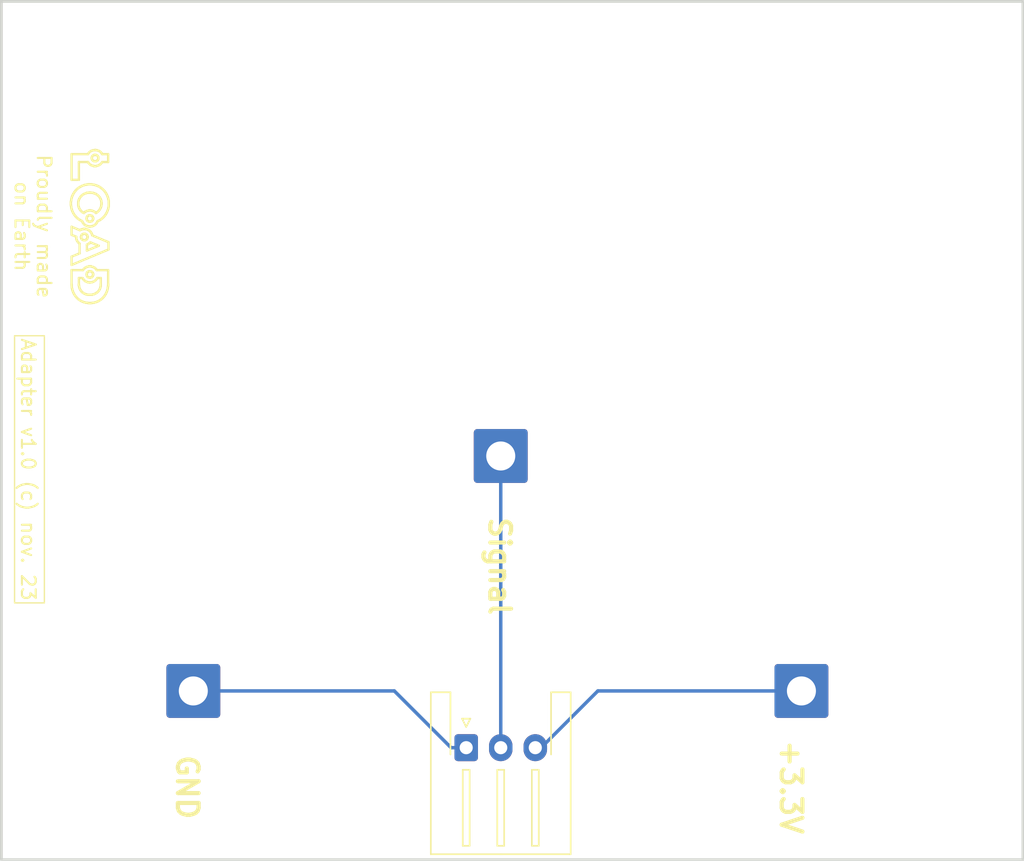
<source format=kicad_pcb>
(kicad_pcb (version 20221018) (generator pcbnew)
  (title_block (title "External adpater board for Kikiwi sensors") (date "2023-11-03") (rev "1.0") (company "L0AD") (comment 1 "sensor is connected through a crossed cable") (comment 2 "this board uses Staübli SLB4F connectors"))
  (layers (0 "F.Cu" signal) (31 "B.Cu" signal) (34 "B.Paste" user) (35 "F.Paste" user) (36 "B.SilkS" user "B.Silkscreen") (37 "F.SilkS" user "F.Silkscreen") (38 "B.Mask" user) (39 "F.Mask" user) (44 "Edge.Cuts" user))
  (net 0 "")
  (net 1 "Net-(J1-Pin_1)")
  (net 2 "Net-(J1-Pin_2)")
  (net 3 "Net-(J1-Pin_3)")
  (footprint "MountingHole:MountingHole_3.2mm_M3" (layer "F.Cu") (at 35.06075 22.606 -90)
    (fp_text reference "REF**" hide)
    (fp_text value "MountingHole_3.2mm_M3" hide)
  )
  (footprint "Connector_Wire:SolderWire-1.5sqmm_1x01_D1.7mm_OD3.9mm" (layer "F.Cu") (at 44.49425 68.054 -90)
    (fp_text reference "J4" hide)
    (fp_text value "GND")
  )
  (footprint "Connector_JST:JST_XH_S3B-XH-A-1_1x03_P2.50mm_Horizontal" (layer "F.Cu") (at 64.23875 72.15975)
    (fp_text reference "J1" hide)
    (fp_text value "Capteur" hide)
  )
  (footprint "L0AD:MountingHole_14.5mm_M12" (layer "F.Cu") (at 44.49425 48.768 -90)
    (fp_text reference "REF**")
    (fp_text value "SLB4-F connector mount")
  )
  (footprint "Connector_Wire:SolderWire-1.5sqmm_1x01_D1.7mm_OD3.9mm" (layer "F.Cu") (at 66.73875 51.054 -90)
    (fp_text reference "J3" hide)
    (fp_text value "Signal")
  )
  (footprint "Connector_Wire:SolderWire-1.5sqmm_1x01_D1.7mm_OD3.9mm" (layer "F.Cu") (at 88.49425 68.054 -90)
    (fp_text reference "J2" hide)
    (fp_text value "3.3V")
  )
  (footprint "MountingHole:MountingHole_3.2mm_M3" (layer "F.Cu") (at 35.06075 75.311 -90)
    (fp_text reference "REF**" hide)
    (fp_text value "MountingHole_3.2mm_M3" hide)
  )
  (footprint "MountingHole:MountingHole_3.2mm_M3" (layer "F.Cu") (at 99.98825 75.311 -90)
    (fp_text reference "REF**" hide)
    (fp_text value "MountingHole_3.2mm_M3" hide)
  )
  (footprint "MountingHole:MountingHole_3.2mm_M3" (layer "F.Cu") (at 99.98825 22.606 -90)
    (fp_text reference "REF**" hide)
    (fp_text value "MountingHole_3.2mm_M3" hide)
  )
  (footprint "L0AD:MountingHole_14.5mm_M12" (layer "F.Cu") (at 88.49425 48.768 -90)
    (fp_text reference "REF**")
    (fp_text value "SLB4-F connector mount")
  )
  (footprint "L0AD:MountingHole_14.5mm_M12" (layer "F.Cu") (at 66.73875 31.242 -90)
    (fp_text reference "REF**")
    (fp_text value "SLB4-F connector mount")
  )
  (gr_line (start 37.254414 29.304673) (end 37.264018 29.2986) (stroke (width 0.170004)) (layer "F.SilkS"))
  (gr_line (start 35.754232 39.074068) (end 35.765009 39.10669) (stroke (width 0.170004)) (layer "F.SilkS"))
  (gr_line (start 36.319881 31.572817) (end 36.2916 31.58921) (stroke (width 0.170004)) (layer "F.SilkS"))
  (gr_line (start 37.150345 29.486206) (end 37.15126 29.474355) (stroke (width 0.170004)) (layer "F.SilkS"))
  (gr_line (start 36.85847 34.048639) (end 36.849881 34.041301) (stroke (width 0.170004)) (layer "F.SilkS"))
  (gr_line (start 36.84166 33.7035) (end 36.849881 33.695771) (stroke (width 0.170004)) (layer "F.SilkS"))
  (gr_line (start 37.079396 38.138968) (end 37.068165 38.142114) (stroke (width 0.170004)) (layer "F.SilkS"))
  (gr_line (start 37.468382 30.07624) (end 37.507971 30.069489) (stroke (width 0.170004)) (layer "F.SilkS"))
  (gr_line (start 36.493308 35.004195) (end 36.503514 34.999039) (stroke (width 0.170004)) (layer "F.SilkS"))
  (gr_line (start 36.169507 32.877128) (end 36.16773 32.856237) (stroke (width 0.170004)) (layer "F.SilkS"))
  (gr_line (start 36.628646 38.363051) (end 36.6443 38.375578) (stroke (width 0.170004)) (layer "F.SilkS"))
  (gr_line (start 36.31095 33.991616) (end 36.338103 34.007072) (stroke (width 0.170004)) (layer "F.SilkS"))
  (gr_line (start 36.996843 38.149161) (end 36.984825 38.148259) (stroke (width 0.170004)) (layer "F.SilkS"))
  (gr_line (start 36.181688 32.958652) (end 36.177881 32.938577) (stroke (width 0.170004)) (layer "F.SilkS"))
  (gr_line (start 36.581924 34.977222) (end 36.593942 34.97632) (stroke (width 0.170004)) (layer "F.SilkS"))
  (gr_line (start 35.726727 38.97388) (end 35.735092 39.007663) (stroke (width 0.170004)) (layer "F.SilkS"))
  (gr_line (start 37.235081 37.846654) (end 37.238271 37.857729) (stroke (width 0.170004)) (layer "F.SilkS"))
  (gr_line (start 37.321641 32.044837) (end 37.34066 32.051873) (stroke (width 0.170004)) (layer "F.SilkS"))
  (gr_line (start 37.294621 29.713281) (end 37.284136 29.708606) (stroke (width 0.170004)) (layer "F.SilkS"))
  (gr_line (start 36.867413 34.055569) (end 36.85847 34.048639) (stroke (width 0.170004)) (layer "F.SilkS"))
  (gr_line (start 37.738685 33.192398) (end 37.72823 33.209066) (stroke (width 0.170004)) (layer "F.SilkS"))
  (gr_line (start 37.240915 37.963081) (end 37.238271 37.974372) (stroke (width 0.170004)) (layer "F.SilkS"))
  (gr_line (start 37.386611 34.31787) (end 37.419671 34.288705) (stroke (width 0.170004)) (layer "F.SilkS"))
  (gr_line (start 37.623446 29.498215) (end 37.623138 29.510223) (stroke (width 0.170004)) (layer "F.SilkS"))
  (gr_line (start 37.706198 33.241482) (end 37.69462 33.257227) (stroke (width 0.170004)) (layer "F.SilkS"))
  (gr_line (start 37.589169 29.377197) (end 37.59487 29.386971) (stroke (width 0.170004)) (layer "F.SilkS"))
  (gr_line (start 36.359055 34.678901) (end 36.340433 34.687714) (stroke (width 0.170004)) (layer "F.SilkS"))
  (gr_line (start 36.841062 32.008294) (end 36.861512 32.004889) (stroke (width 0.170004)) (layer "F.SilkS"))
  (gr_line (start 37.852334 32.80599) (end 37.851546 32.827372) (stroke (width 0.170004)) (layer "F.SilkS"))
  (gr_line (start 36.284224 33.975593) (end 36.31095 33.991616) (stroke (width 0.170004)) (layer "F.SilkS"))
  (gr_line (start 37.254414 29.691756) (end 37.245133 29.685247) (stroke (width 0.170004)) (layer "F.SilkS"))
  (gr_line (start 38.309861 32.330866) (end 38.298455 32.297929) (stroke (width 0.170004)) (layer "F.SilkS"))
  (gr_line (start 37.652404 35.841389) (end 36.794979 36.188035) (stroke (width 0.170004)) (layer "F.SilkS"))
  (gr_line (start 37.592536 32.201458) (end 37.607078 32.21427) (stroke (width 0.170004)) (layer "F.SilkS"))
  (gr_line (start 37.741836 32.375983) (end 37.751733 32.392637) (stroke (width 0.170004)) (layer "F.SilkS"))
  (gr_line (start 36.593942 35.442542) (end 36.581924 35.44164) (stroke (width 0.170004)) (layer "F.SilkS"))
  (gr_line (start 37.632701 31.544657) (end 37.602882 31.530015) (stroke (width 0.170004)) (layer "F.SilkS"))
  (gr_line (start 36.37803 34.670713) (end 36.359055 34.678901) (stroke (width 0.170004)) (layer "F.SilkS"))
  (gr_line (start 36.340433 34.687714) (end 36.322178 34.697139) (stroke (width 0.170004)) (layer "F.SilkS"))
  (gr_line (start 36.618297 34.97632) (end 36.630315 34.977222) (stroke (width 0.170004)) (layer "F.SilkS"))
  (gr_line (start 37.698318 32.312656) (end 37.709786 32.327998) (stroke (width 0.170004)) (layer "F.SilkS"))
  (gr_line (start 37.178613 29.609458) (end 37.173385 29.599394) (stroke (width 0.170004)) (layer "F.SilkS"))
  (gr_line (start 37.067712 37.335343) (end 37.048317 37.333777) (stroke (width 0.170004)) (layer "F.SilkS"))
  (gr_line (start 37.009022 38.499587) (end 37.052079 38.498065) (stroke (width 0.170004)) (layer "F.SilkS"))
  (gr_line (start 37.164404 29.417973) (end 37.168644 29.407374) (stroke (width 0.170004)) (layer "F.SilkS"))
  (gr_line (start 35.787738 33.437048) (end 35.803428 33.467082) (stroke (width 0.170004)) (layer "F.SilkS"))
  (gr_line (start 36.493308 35.414666) (end 36.483396 35.409045) (stroke (width 0.170004)) (layer "F.SilkS"))
  (gr_line (start 36.949877 38.142114) (end 36.938646 38.138968) (stroke (width 0.170004)) (layer "F.SilkS"))
  (gr_line (start 37.191662 34.016995) (end 37.184221 34.025465) (stroke (width 0.170004)) (layer "F.SilkS"))
  (gr_line (start 36.428252 39.863389) (end 36.457756 39.876844) (stroke (width 0.170004)) (layer "F.SilkS"))
  (gr_line (start 35.765009 39.10669) (end 35.776593 39.138927) (stroke (width 0.170004)) (layer "F.SilkS"))
  (gr_line (start 36.598691 38.336484) (end 36.613438 38.350015) (stroke (width 0.170004)) (layer "F.SilkS"))
  (gr_line (start 36.765259 35.036666) (end 36.773481 35.044395) (stroke (width 0.170004)) (layer "F.SilkS"))
  (gr_line (start 36.403692 35.088413) (end 36.40985 35.078942) (stroke (width 0.170004)) (layer "F.SilkS"))
  (gr_line (start 36.966053 31.398216) (end 36.930918 31.399421) (stroke (width 0.170004)) (layer "F.SilkS"))
  (gr_line (start 35.687 37.605658) (end 35.687 38.614557) (stroke (width 0.170004)) (layer "F.SilkS"))
  (gr_line (start 36.917004 35.706017) (end 36.933131 35.695814) (stroke (width 0.170004)) (layer "F.SilkS"))
  (gr_line (start 36.812752 33.738048) (end 36.819352 33.728896) (stroke (width 0.170004)) (layer "F.SilkS"))
  (gr_line (start 37.386741 29.731629) (end 37.374564 29.731326) (stroke (width 0.170004)) (layer "F.SilkS"))
  (gr_line (start 37.068165 33.642472) (end 37.079396 33.645618) (stroke (width 0.170004)) (layer "F.SilkS"))
  (gr_line (start 37.42278 29.728939) (end 37.410937 29.730424) (stroke (width 0.170004)) (layer "F.SilkS"))
  (gr_line (start 37.505721 39.901735) (end 37.535814 39.889647) (stroke (width 0.170004)) (layer "F.SilkS"))
  (gr_line (start 37.203997 32.012153) (end 37.224019 32.016465) (stroke (width 0.170004)) (layer "F.SilkS"))
  (gr_line (start 37.121832 38.121286) (end 37.111626 38.126441) (stroke (width 0.170004)) (layer "F.SilkS"))
  (gr_line (start 37.800167 38.679569) (end 37.798563 38.700435) (stroke (width 0.170004)) (layer "F.SilkS"))
  (gr_line (start 36.786684 37.835809) (end 36.790923 37.82521) (stroke (width 0.170004)) (layer "F.SilkS"))
  (gr_line (start 37.157491 29.439893) (end 37.160682 29.428818) (stroke (width 0.170004)) (layer "F.SilkS"))
  (gr_line (start 35.701275 38.834853) (end 35.706439 38.870195) (stroke (width 0.170004)) (layer "F.SilkS"))
  (gr_line (start 36.068246 39.606818) (end 36.090688 39.629356) (stroke (width 0.170004)) (layer "F.SilkS"))
  (gr_line (start 37.603049 33.358748) (end 37.584882 33.375136) (stroke (width 0.170004)) (layer "F.SilkS"))
  (gr_line (start 37.072761 33.288351) (end 37.041111 33.285844) (stroke (width 0.170004)) (layer "F.SilkS"))
  (gr_line (start 37.121832 37.710815) (end 37.131744 37.716436) (stroke (width 0.170004)) (layer "F.SilkS"))
  (gr_line (start 37.231358 33.788295) (end 37.235081 33.799139) (stroke (width 0.170004)) (layer "F.SilkS"))
  (gr_line (start 36.800893 33.97978) (end 36.795665 33.969715) (stroke (width 0.170004)) (layer "F.SilkS"))
  (gr_line (start 36.73657 34.640126) (end 36.711187 34.635069) (stroke (width 0.170004)) (layer "F.SilkS"))
  (gr_line (start 35.984172 39.511101) (end 36.004309 39.535866) (stroke (width 0.170004)) (layer "F.SilkS"))
  (gr_line (start 38.068483 33.691411) (end 38.088798 33.665824) (stroke (width 0.170004)) (layer "F.SilkS"))
  (gr_line (start 37.31015 39.343062) (end 37.29152 39.349529) (stroke (width 0.170004)) (layer "F.SilkS"))
  (gr_line (start 37.57641 29.637855) (end 37.569382 29.646673) (stroke (width 0.170004)) (layer "F.SilkS"))
  (gr_line (start 37.32522 30.078634) (end 37.345541 30.080359) (stroke (width 0.170004)) (layer "F.SilkS"))
  (gr_line (start 36.215186 33.074829) (end 36.208334 33.055975) (stroke (width 0.170004)) (layer "F.SilkS"))
  (gr_line (start 36.429035 32.204527) (end 36.443871 32.191685) (stroke (width 0.170004)) (layer "F.SilkS"))
  (gr_line (start 37.284136 29.287823) (end 37.294621 29.283148) (stroke (width 0.170004)) (layer "F.SilkS"))
  (gr_line (start 38.331042 29.212654) (end 37.902959 29.212654) (stroke (width 0.170004)) (layer "F.SilkS"))
  (gr_line (start 36.44698 35.382196) (end 36.438758 35.374466) (stroke (width 0.170004)) (layer "F.SilkS"))
  (gr_line (start 36.993884 35.650163) (end 37.008074 35.637596) (stroke (width 0.170004)) (layer "F.SilkS"))
  (gr_line (start 38.331042 29.783775) (end 38.331042 29.212654) (stroke (width 0.170004)) (layer "F.SilkS"))
  (gr_line (start 36.642493 39.942288) (end 36.674318 39.950477) (stroke (width 0.170004)) (layer "F.SilkS"))
  (gr_line (start 36.046347 39.583725) (end 36.068246 39.606818) (stroke (width 0.170004)) (layer "F.SilkS"))
  (gr_line (start 37.051857 39.39261) (end 37.030542 39.39329) (stroke (width 0.170004)) (layer "F.SilkS"))
  (gr_line (start 37.566261 33.390955) (end 37.547179 33.406199) (stroke (width 0.170004)) (layer "F.SilkS"))
  (gr_line (start 37.361358 37.447103) (end 37.331152 37.426397) (stroke (width 0.170004)) (layer "F.SilkS"))
  (gr_line (start 37.222378 38.017229) (end 37.217149 38.027293) (stroke (width 0.170004)) (layer "F.SilkS"))
  (gr_line (start 37.101141 37.700984) (end 37.111626 37.705659) (stroke (width 0.170004)) (layer "F.SilkS"))
  (gr_line (start 37.809479 32.518044) (end 37.815839 32.537031) (stroke (width 0.170004)) (layer "F.SilkS"))
  (gr_line (start 36.777127 33.915567) (end 36.775045 33.904075) (stroke (width 0.170004)) (layer "F.SilkS"))
  (gr_line (start 37.448969 32.102122) (end 37.466045 32.111739) (stroke (width 0.170004)) (layer "F.SilkS"))
  (gr_line (start 37.413981 32.083952) (end 37.431615 32.092859) (stroke (width 0.170004)) (layer "F.SilkS"))
  (gr_line (start 37.159572 34.048639) (end 37.150629 34.055569) (stroke (width 0.170004)) (layer "F.SilkS"))
  (gr_line (start 35.871391 31.990725) (end 35.85344 32.018442) (stroke (width 0.170004)) (layer "F.SilkS"))
  (gr_line (start 36.13251 31.701087) (end 36.107758 31.721969) (stroke (width 0.170004)) (layer "F.SilkS"))
  (gr_line (start 36.824217 35.300271) (end 36.819476 35.31061) (stroke (width 0.170004)) (layer "F.SilkS"))
  (gr_line (start 37.719371 31.592336) (end 37.690946 31.575817) (stroke (width 0.170004)) (layer "F.SilkS"))
  (gr_line (start 37.622224 29.522074) (end 37.620718 29.533753) (stroke (width 0.170004)) (layer "F.SilkS"))
  (gr_line (start 37.242998 33.904075) (end 37.240915 33.915567) (stroke (width 0.170004)) (layer "F.SilkS"))
  (gr_line (start 38.214189 32.109586) (end 38.197912 32.080073) (stroke (width 0.170004)) (layer "F.SilkS"))
  (gr_line (start 38.17581 39.293034) (end 38.190458 39.263293) (stroke (width 0.170004)) (layer "F.SilkS"))
  (gr_line (start 36.813306 35.756237) (end 36.831354 35.749232) (stroke (width 0.170004)) (layer "F.SilkS"))
  (gr_line (start 37.238271 37.974372) (end 37.235081 37.985447) (stroke (width 0.170004)) (layer "F.SilkS"))
  (gr_line (start 36.562416 34.627458) (end 36.540882 34.629393) (stroke (width 0.170004)) (layer "F.SilkS"))
  (gr_line (start 37.207929 30.054624) (end 37.226867 30.060195) (stroke (width 0.170004)) (layer "F.SilkS"))
  (gr_line (start 37.793987 38.74146) (end 37.791018 38.761621) (stroke (width 0.170004)) (layer "F.SilkS"))
  (gr_line (start 36.28623 33.216005) (end 36.275946 33.199491) (stroke (width 0.170004)) (layer "F.SilkS"))
  (gr_line (start 37.407431 28.915027) (end 37.386741 28.914677) (stroke (width 0.170004)) (layer "F.SilkS"))
  (gr_line (start 37.227601 29.325449) (end 37.236191 29.318112) (stroke (width 0.170004)) (layer "F.SilkS"))
  (gr_line (start 37.527417 28.931275) (end 37.507971 28.92694) (stroke (width 0.170004)) (layer "F.SilkS"))
  (gr_line (start 36.595383 34.285771) (end 36.611677 34.300902) (stroke (width 0.170004)) (layer "F.SilkS"))
  (gr_line (start 35.872429 33.581671) (end 35.891237 33.608934) (stroke (width 0.170004)) (layer "F.SilkS"))
  (gr_line (start 37.020026 29.956189) (end 37.035348 29.967742) (stroke (width 0.170004)) (layer "F.SilkS"))
  (gr_line (start 37.224019 32.016465) (end 37.243877 32.021232) (stroke (width 0.170004)) (layer "F.SilkS"))
  (gr_line (start 37.620699 28.96208) (end 37.602607 28.95474) (stroke (width 0.170004)) (layer "F.SilkS"))
  (gr_line (start 37.044432 31.398225) (end 37.009021 31.397814) (stroke (width 0.170004)) (layer "F.SilkS"))
  (gr_line (start 37.735045 33.982076) (end 37.761776 33.965415) (stroke (width 0.170004)) (layer "F.SilkS"))
  (gr_line (start 37.584882 33.375136) (end 37.566261 33.390955) (stroke (width 0.170004)) (layer "F.SilkS"))
  (gr_line (start 36.914419 34.444653) (end 36.937667 34.447872) (stroke (width 0.170004)) (layer "F.SilkS"))
  (gr_line (start 36.279047 32.383042) (end 36.28948 32.366502) (stroke (width 0.170004)) (layer "F.SilkS"))
  (gr_line (start 37.231358 37.835809) (end 37.235081 37.846654) (stroke (width 0.170004)) (layer "F.SilkS"))
  (gr_line (start 36.708724 35.419822) (end 36.69824 35.424498) (stroke (width 0.170004)) (layer "F.SilkS"))
  (gr_line (start 37.32423 38.409977) (end 37.357655 38.387584) (stroke (width 0.170004)) (layer "F.SilkS"))
  (gr_line (start 37.479168 31.478067) (end 37.447406 31.467022) (stroke (width 0.170004)) (layer "F.SilkS"))
  (gr_line (start 37.427942 30.080359) (end 37.468382 30.07624) (stroke (width 0.170004)) (layer "F.SilkS"))
  (gr_line (start 37.537292 29.318112) (end 37.545882 29.325449) (stroke (width 0.170004)) (layer "F.SilkS"))
  (gr_line (start 37.176383 38.081086) (end 37.168161 38.088815) (stroke (width 0.170004)) (layer "F.SilkS"))
  (gr_line (start 36.82638 38.064508) (end 36.819352 38.05569) (stroke (width 0.170004)) (layer "F.SilkS"))
  (gr_line (start 36.519578 34.632078) (end 36.498517 34.635499) (stroke (width 0.170004)) (layer "F.SilkS"))
  (gr_line (start 37.240915 33.915567) (end 37.238271 33.926858) (stroke (width 0.170004)) (layer "F.SilkS"))
  (gr_line (start 37.884545 39.67249) (end 37.90796 39.651246) (stroke (width 0.170004)) (layer "F.SilkS"))
  (gr_line (start 36.755642 39.361147) (end 36.736882 39.355558) (stroke (width 0.170004)) (layer "F.SilkS"))
  (gr_line (start 36.883712 35.724896) (end 36.900527 35.715715) (stroke (width 0.170004)) (layer "F.SilkS"))
  (gr_line (start 37.561942 29.655143) (end 37.554103 29.66325) (stroke (width 0.170004)) (layer "F.SilkS"))
  (gr_line (start 37.153868 39.983231) (end 37.187419 39.979722) (stroke (width 0.170004)) (layer "F.SilkS"))
  (gr_line (start 37.583011 29.367726) (end 37.589169 29.377197) (stroke (width 0.170004)) (layer "F.SilkS"))
  (gr_line (start 36.795665 33.969715) (end 36.790923 33.959377) (stroke (width 0.170004)) (layer "F.SilkS"))
  (gr_line (start 36.18657 32.603293) (end 36.191538 32.583533) (stroke (width 0.170004)) (layer "F.SilkS"))
  (gr_line (start 36.746874 38.439328) (end 36.765286 38.447929) (stroke (width 0.170004)) (layer "F.SilkS"))
  (gr_line (start 37.744065 38.932647) (end 37.736564 38.950452) (stroke (width 0.170004)) (layer "F.SilkS"))
  (gr_line (start 36.57008 34.978706) (end 36.581924 34.977222) (stroke (width 0.170004)) (layer "F.SilkS"))
  (gr_line (start 36.356123 33.308065) (end 36.343504 33.29356) (stroke (width 0.170004)) (layer "F.SilkS"))
  (gr_line (start 36.174582 32.918297) (end 36.171791 32.897814) (stroke (width 0.170004)) (layer "F.SilkS"))
  (gr_line (start 35.803157 32.104849) (end 35.787584 32.134738) (stroke (width 0.170004)) (layer "F.SilkS"))
  (gr_line (start 36.736882 39.355558) (end 36.718383 39.349529) (stroke (width 0.170004)) (layer "F.SilkS"))
  (gr_line (start 36.720792 34.378261) (end 36.740701 34.388748) (stroke (width 0.170004)) (layer "F.SilkS"))
  (gr_line (start 38.127646 33.613032) (end 38.14618 33.585831) (stroke (width 0.170004)) (layer "F.SilkS"))
  (gr_line (start 37.217149 37.804807) (end 37.222378 37.814871) (stroke (width 0.170004)) (layer "F.SilkS"))
  (gr_line (start 37.850233 32.848543) (end 37.848394 32.869504) (stroke (width 0.170004)) (layer "F.SilkS"))
  (gr_line (start 36.682924 32.051873) (end 36.702167 32.044837) (stroke (width 0.170004)) (layer "F.SilkS"))
  (gr_line (start 37.350448 31.438784) (end 37.317569 31.431004) (stroke (width 0.170004)) (layer "F.SilkS"))
  (gr_line (start 36.912752 29.847625) (end 36.924565 29.862658) (stroke (width 0.170004)) (layer "F.SilkS"))
  (gr_line (start 37.068165 38.142114) (end 37.056714 38.144721) (stroke (width 0.170004)) (layer "F.SilkS"))
  (gr_line (start 37.197814 37.362805) (end 37.179905 37.357183) (stroke (width 0.170004)) (layer "F.SilkS"))
  (gr_line (start 36.9169 34.083603) (end 36.906416 34.078928) (stroke (width 0.170004)) (layer "F.SilkS"))
  (gr_line (start 37.033216 38.148259) (end 37.021198 38.149161) (stroke (width 0.170004)) (layer "F.SilkS"))
  (gr_line (start 35.854244 33.553855) (end 35.872429 33.581671) (stroke (width 0.170004)) (layer "F.SilkS"))
  (gr_line (start 36.656684 37.447103) (end 36.627889 37.469576) (stroke (width 0.170004)) (layer "F.SilkS"))
  (gr_line (start 37.554103 29.66325) (end 37.545882 29.67098) (stroke (width 0.170004)) (layer "F.SilkS"))
  (gr_line (start 36.161027 39.693088) (end 36.185479 39.713037) (stroke (width 0.170004)) (layer "F.SilkS"))
  (gr_line (start 36.984825 38.148259) (end 36.972982 38.146774) (stroke (width 0.170004)) (layer "F.SilkS"))
  (gr_line (start 36.842211 38.476071) (end 36.862195 38.481476) (stroke (width 0.170004)) (layer "F.SilkS"))
  (gr_line (start 37.204101 29.349756) (end 37.211541 29.341286) (stroke (width 0.170004)) (layer "F.SilkS"))
  (gr_line (start 36.627889 37.469576) (end 36.600587 37.493734) (stroke (width 0.170004)) (layer "F.SilkS"))
  (gr_line (start 36.197032 32.564024) (end 36.203053 32.544768) (stroke (width 0.170004)) (layer "F.SilkS"))
  (gr_line (start 37.569382 29.646673) (end 37.561942 29.655143) (stroke (width 0.170004)) (layer "F.SilkS"))
  (gr_line (start 35.829674 39.263294) (end 35.844446 39.293035) (stroke (width 0.170004)) (layer "F.SilkS"))
  (gr_line (start 36.870523 29.212654) (end 35.687 29.212654) (stroke (width 0.170004)) (layer "F.SilkS"))
  (gr_line (start 37.623138 29.486206) (end 37.623446 29.498215) (stroke (width 0.170004)) (layer "F.SilkS"))
  (gr_line (start 37.009021 39.98947) (end 37.016575 39.98947) (stroke (width 0.170004)) (layer "F.SilkS"))
  (gr_line (start 37.72823 33.209066) (end 37.717401 33.225428) (stroke (width 0.170004)) (layer "F.SilkS"))
  (gr_line (start 36.14026 35.569377) (end 36.162554 35.595777) (stroke (width 0.170004)) (layer "F.SilkS"))
  (gr_line (start 37.350702 29.26749) (end 37.362546 29.266005) (stroke (width 0.170004)) (layer "F.SilkS"))
  (gr_line (start 36.790923 38.00689) (end 36.786684 37.996292) (stroke (width 0.170004)) (layer "F.SilkS"))
  (gr_line (start 36.882117 32.001939) (end 36.902876 31.999442) (stroke (width 0.170004)) (layer "F.SilkS"))
  (gr_line (start 36.229723 38.781548) (end 36.22645 38.761621) (stroke (width 0.170004)) (layer "F.SilkS"))
  (gr_line (start 36.483396 35.009817) (end 36.493308 35.004195) (stroke (width 0.170004)) (layer "F.SilkS"))
  (gr_line (start 37.427942 28.91607) (end 37.407431 28.915027) (stroke (width 0.170004)) (layer "F.SilkS"))
  (gr_line (start 36.059763 31.765633) (end 36.036518 31.788411) (stroke (width 0.170004)) (layer "F.SilkS"))
  (gr_line (start 37.615992 29.439893) (end 37.618636 29.451184) (stroke (width 0.170004)) (layer "F.SilkS"))
  (gr_line (start 36.165706 32.770351) (end 36.166486 32.748603) (stroke (width 0.170004)) (layer "F.SilkS"))
  (gr_line (start 36.927649 33.649289) (end 36.938646 33.645618) (stroke (width 0.170004)) (layer "F.SilkS"))
  (gr_line (start 37.184221 33.711608) (end 37.191662 33.720078) (stroke (width 0.170004)) (layer "F.SilkS"))
  (gr_line (start 36.319427 33.263542) (end 36.307972 33.248031) (stroke (width 0.170004)) (layer "F.SilkS"))
  (gr_line (start 38.204508 39.233003) (end 38.217962 39.202165) (stroke (width 0.170004)) (layer "F.SilkS"))
  (gr_line (start 35.927308 39.433475) (end 35.94567 39.459905) (stroke (width 0.170004)) (layer "F.SilkS"))
  (gr_line (start 36.399255 39.849282) (end 36.428252 39.863389) (stroke (width 0.170004)) (layer "F.SilkS"))
  (gr_line (start 36.584166 34.626287) (end 36.562416 34.627458) (stroke (width 0.170004)) (layer "F.SilkS"))
  (gr_line (start 37.912317 33.852793) (end 37.93577 33.83191) (stroke (width 0.170004)) (layer "F.SilkS"))
  (gr_line (start 36.983588 34.759983) (end 36.964035 34.744676) (stroke (width 0.170004)) (layer "F.SilkS"))
  (gr_line (start 35.687 31.075007) (end 36.215809 31.075007) (stroke (width 0.170004)) (layer "F.SilkS"))
  (gr_line (start 37.150629 38.103083) (end 37.141349 38.109592) (stroke (width 0.170004)) (layer "F.SilkS"))
  (gr_line (start 37.3051 28.920189) (end 37.265512 28.92694) (stroke (width 0.170004)) (layer "F.SilkS"))
  (gr_line (start 36.388022 35.300271) (end 36.383782 35.289672) (stroke (width 0.170004)) (layer "F.SilkS"))
  (gr_line (start 37.157491 29.556536) (end 37.154848 29.545245) (stroke (width 0.170004)) (layer "F.SilkS"))
  (gr_line (start 37.662056 31.559924) (end 37.632701 31.544657) (stroke (width 0.170004)) (layer "F.SilkS"))
  (gr_line (start 37.567092 39.190225) (end 37.553464 39.202373) (stroke (width 0.170004)) (layer "F.SilkS"))
  (gr_line (start 37.154848 29.545245) (end 37.152765 29.533753) (stroke (width 0.170004)) (layer "F.SilkS"))
  (gr_line (start 37.839155 33.911818) (end 37.86401 33.892746) (stroke (width 0.170004)) (layer "F.SilkS"))
  (gr_line (start 37.846194 32.676949) (end 37.848497 32.697939) (stroke (width 0.170004)) (layer "F.SilkS"))
  (gr_line (start 36.653813 34.98076) (end 36.665263 34.983367) (stroke (width 0.170004)) (layer "F.SilkS"))
  (gr_line (start 37.795247 32.48082) (end 37.802614 32.499307) (stroke (width 0.170004)) (layer "F.SilkS"))
  (gr_line (start 37.150629 37.729018) (end 37.159572 37.735948) (stroke (width 0.170004)) (layer "F.SilkS"))
  (gr_line (start 37.584222 28.947978) (end 37.565554 28.941805) (stroke (width 0.170004)) (layer "F.SilkS"))
  (gr_line (start 36.174821 32.664078) (end 36.178213 32.643567) (stroke (width 0.170004)) (layer "F.SilkS"))
  (gr_line (start 35.687 35.052) (end 36.01461 35.186586) (stroke (width 0.170004)) (layer "F.SilkS"))
  (gr_line (start 37.565554 39.876844) (end 37.594809 39.863389) (stroke (width 0.170004)) (layer "F.SilkS"))
  (gr_line (start 37.231358 33.948778) (end 37.227119 33.959377) (stroke (width 0.170004)) (layer "F.SilkS"))
  (gr_line (start 37.413535 39.93332) (end 37.444581 39.923571) (stroke (width 0.170004)) (layer "F.SilkS"))
  (gr_line (start 36.438758 35.374466) (end 36.43092 35.366359) (stroke (width 0.170004)) (layer "F.SilkS"))
  (gr_line (start 37.238271 33.810214) (end 37.240915 33.821505) (stroke (width 0.170004)) (layer "F.SilkS"))
  (gr_line (start 38.181016 32.051113) (end 38.163499 32.022706) (stroke (width 0.170004)) (layer "F.SilkS"))
  (gr_line (start 37.351393 34.344554) (end 37.386611 34.31787) (stroke (width 0.170004)) (layer "F.SilkS"))
  (gr_line (start 37.345541 28.91607) (end 37.3051 28.920189) (stroke (width 0.170004)) (layer "F.SilkS"))
  (gr_line (start 37.168161 38.088815) (end 37.159572 38.096152) (stroke (width 0.170004)) (layer "F.SilkS"))
  (gr_line (start 37.090393 38.135297) (end 37.079396 38.138968) (stroke (width 0.170004)) (layer "F.SilkS"))
  (gr_line (start 37.382174 39.942288) (end 37.413535 39.93332) (stroke (width 0.170004)) (layer "F.SilkS"))
  (gr_line (start 36.833821 38.072978) (end 36.82638 38.064508) (stroke (width 0.170004)) (layer "F.SilkS"))
  (gr_line (start 36.614147 33.433859) (end 36.592222 33.454247) (stroke (width 0.170004)) (layer "F.SilkS"))
  (gr_line (start 36.085705 33.827097) (end 36.10904 33.847627) (stroke (width 0.170004)) (layer "F.SilkS"))
  (gr_line (start 37.164624 33.305405) (end 37.134562 33.298175) (stroke (width 0.170004)) (layer "F.SilkS"))
  (gr_line (start 36.286895 38.967927) (end 36.279238 38.950452) (stroke (width 0.170004)) (layer "F.SilkS"))
  (gr_line (start 36.024542 35.317783) (end 36.03228 35.352522) (stroke (width 0.170004)) (layer "F.SilkS"))
  (gr_line (start 37.068165 34.0946) (end 37.056714 34.097207) (stroke (width 0.170004)) (layer "F.SilkS"))
  (gr_line (start 35.758212 32.196153) (end 35.744413 32.227679) (stroke (width 0.170004)) (layer "F.SilkS"))
  (gr_line (start 37.163463 32.004889) (end 37.183811 32.008294) (stroke (width 0.170004)) (layer "F.SilkS"))
  (gr_line (start 36.75667 35.029328) (end 36.765259 35.036666) (stroke (width 0.170004)) (layer "F.SilkS"))
  (gr_line (start 37.450432 34.2572) (end 37.478752 34.223493) (stroke (width 0.170004)) (layer "F.SilkS"))
  (gr_line (start 36.82638 34.016995) (end 36.819352 34.008176) (stroke (width 0.170004)) (layer "F.SilkS"))
  (gr_line (start 36.178213 32.643567) (end 36.182129 32.623305) (stroke (width 0.170004)) (layer "F.SilkS"))
  (gr_line (start 36.882453 38.486203) (end 36.902972 38.490238) (stroke (width 0.170004)) (layer "F.SilkS"))
  (gr_line (start 37.561942 29.341286) (end 37.569382 29.349756) (stroke (width 0.170004)) (layer "F.SilkS"))
  (gr_line (start 38.347075 32.466251) (end 38.339034 32.431858) (stroke (width 0.170004)) (layer "F.SilkS"))
  (gr_line (start 36.842516 35.197423) (end 36.842824 35.209431) (stroke (width 0.170004)) (layer "F.SilkS"))
  (gr_line (start 36.372143 35.173893) (end 36.374226 35.1624) (stroke (width 0.170004)) (layer "F.SilkS"))
  (gr_line (start 36.447996 33.394377) (end 36.429004 33.37883) (stroke (width 0.170004)) (layer "F.SilkS"))
  (gr_line (start 36.38006 35.278827) (end 36.376869 35.267752) (stroke (width 0.170004)) (layer "F.SilkS"))
  (gr_line (start 36.876693 33.674994) (end 36.886297 33.668922) (stroke (width 0.170004)) (layer "F.SilkS"))
  (gr_line (start 37.001467 31.397814) (end 36.966053 31.398216) (stroke (width 0.170004)) (layer "F.SilkS"))
  (gr_line (start 37.975164 39.583725) (end 37.996405 39.560074) (stroke (width 0.170004)) (layer "F.SilkS"))
  (gr_line (start 36.938646 33.645618) (end 36.949877 33.642472) (stroke (width 0.170004)) (layer "F.SilkS"))
  (gr_line (start 36.795665 37.814871) (end 36.800893 37.804807) (stroke (width 0.170004)) (layer "F.SilkS"))
  (gr_line (start 35.731418 33.311385) (end 35.744413 33.343601) (stroke (width 0.170004)) (layer "F.SilkS"))
  (gr_line (start 36.974188 39.98908) (end 37.009021 39.98947) (stroke (width 0.170004)) (layer "F.SilkS"))
  (gr_line (start 36.976493 29.918725) (end 36.990587 29.931669) (stroke (width 0.170004)) (layer "F.SilkS"))
  (gr_line (start 37.57641 29.358574) (end 37.583011 29.367726) (stroke (width 0.170004)) (layer "F.SilkS"))
  (gr_line (start 37.345541 30.080359) (end 37.366052 30.081402) (stroke (width 0.170004)) (layer "F.SilkS"))
  (gr_line (start 38.003969 33.764917) (end 38.026069 33.740959) (stroke (width 0.170004)) (layer "F.SilkS"))
  (gr_line (start 36.083135 35.482763) (end 36.100482 35.512802) (stroke (width 0.170004)) (layer "F.SilkS"))
  (gr_line (start 36.964035 34.744676) (end 36.943825 34.730177) (stroke (width 0.170004)) (layer "F.SilkS"))
  (gr_line (start 37.002459 34.776072) (end 36.983588 34.759983) (stroke (width 0.170004)) (layer "F.SilkS"))
  (gr_line (start 38.370797 32.60749) (end 38.366134 32.571629) (stroke (width 0.170004)) (layer "F.SilkS"))
  (gr_line (start 37.020624 34.792919) (end 37.002459 34.776072) (stroke (width 0.170004)) (layer "F.SilkS"))
  (gr_line (start 36.665263 34.983367) (end 36.676494 34.986513) (stroke (width 0.170004)) (layer "F.SilkS"))
  (gr_line (start 36.794979 36.188035) (end 36.794979 35.762672) (stroke (width 0.170004)) (layer "F.SilkS"))
  (gr_line (start 36.288327 39.786354) (end 36.315301 39.803061) (stroke (width 0.170004)) (layer "F.SilkS"))
  (gr_line (start 37.009021 33.284999) (end 36.976704 33.285853) (stroke (width 0.170004)) (layer "F.SilkS"))
  (gr_line (start 36.979506 39.39329) (end 36.957816 39.39261) (stroke (width 0.170004)) (layer "F.SilkS"))
  (gr_line (start 37.364501 39.321212) (end 37.346691 39.328859) (stroke (width 0.170004)) (layer "F.SilkS"))
  (gr_line (start 36.013778 31.811819) (end 35.991639 31.835763) (stroke (width 0.170004)) (layer "F.SilkS"))
  (gr_line (start 37.101141 33.653469) (end 37.111626 33.658145) (stroke (width 0.170004)) (layer "F.SilkS"))
  (gr_line (start 38.017045 39.535865) (end 38.037084 39.5111) (stroke (width 0.170004)) (layer "F.SilkS"))
  (gr_line (start 36.41046 33.362721) (end 36.396299 33.349562) (stroke (width 0.170004)) (layer "F.SilkS"))
  (gr_line (start 36.936396 39.391479) (end 36.915245 39.389897) (stroke (width 0.170004)) (layer "F.SilkS"))
  (gr_line (start 36.841602 35.185572) (end 36.842516 35.197423) (stroke (width 0.170004)) (layer "F.SilkS"))
  (gr_line (start 38.360625 33.047737) (end 38.366134 33.012382) (stroke (width 0.170004)) (layer "F.SilkS"))
  (gr_line (start 36.268985 32.399885) (end 36.279047 32.383042) (stroke (width 0.170004)) (layer "F.SilkS"))
  (gr_line (start 36.905438 39.98596) (end 36.939661 39.98791) (stroke (width 0.170004)) (layer "F.SilkS"))
  (gr_line (start 37.801837 31.645659) (end 37.774817 31.627256) (stroke (width 0.170004)) (layer "F.SilkS"))
  (gr_line (start 36.348669 31.557073) (end 36.319881 31.572817) (stroke (width 0.170004)) (layer "F.SilkS"))
  (gr_line (start 37.150345 29.510223) (end 37.150037 29.498215) (stroke (width 0.170004)) (layer "F.SilkS"))
  (gr_line (start 35.910667 33.635645) (end 35.930719 33.661805) (stroke (width 0.170004)) (layer "F.SilkS"))
  (gr_line (start 36.891469 34.440554) (end 36.914419 34.444653) (stroke (width 0.170004)) (layer "F.SilkS"))
  (gr_line (start 36.403692 35.330448) (end 36.397991 35.320674) (stroke (width 0.170004)) (layer "F.SilkS"))
  (gr_line (start 37.04506 33.637812) (end 37.056714 33.639865) (stroke (width 0.170004)) (layer "F.SilkS"))
  (gr_line (start 36.372914 39.110266) (end 36.361845 39.095777) (stroke (width 0.170004)) (layer "F.SilkS"))
  (gr_line (start 36.949877 33.642472) (end 36.961327 33.639865) (stroke (width 0.170004)) (layer "F.SilkS"))
  (gr_line (start 36.43388 39.177733) (end 36.42094 39.164903) (stroke (width 0.170004)) (layer "F.SilkS"))
  (gr_line (start 37.275053 34.389926) (end 37.31416 34.368619) (stroke (width 0.170004)) (layer "F.SilkS"))
  (gr_line (start 37.607078 32.21427) (end 37.621284 32.227371) (stroke (width 0.170004)) (layer "F.SilkS"))
  (gr_line (start 37.547214 32.165151) (end 37.562603 32.176898) (stroke (width 0.170004)) (layer "F.SilkS"))
  (gr_line (start 36.822851 33.314436) (end 36.793934 33.324709) (stroke (width 0.170004)) (layer "F.SilkS"))
  (gr_line (start 36.232428 32.470282) (end 36.241016 32.452228) (stroke (width 0.170004)) (layer "F.SilkS"))
  (gr_line (start 37.706341 29.007052) (end 37.689893 28.996993) (stroke (width 0.170004)) (layer "F.SilkS"))
  (gr_line (start 36.781831 34.407497) (end 36.803016 34.415723) (stroke (width 0.170004)) (layer "F.SilkS"))
  (gr_line (start 35.90954 39.406491) (end 35.927308 39.433475) (stroke (width 0.170004)) (layer "F.SilkS"))
  (gr_line (start 36.773539 37.93991) (end 36.772625 37.928059) (stroke (width 0.170004)) (layer "F.SilkS"))
  (gr_line (start 37.673093 28.987455) (end 37.655953 28.978449) (stroke (width 0.170004)) (layer "F.SilkS"))
  (gr_line (start 36.773539 33.892396) (end 36.772625 33.880544) (stroke (width 0.170004)) (layer "F.SilkS"))
  (gr_line (start 37.617261 33.345182) (end 37.603049 33.358748) (stroke (width 0.170004)) (layer "F.SilkS"))
  (gr_line (start 37.448263 28.917795) (end 37.427942 28.91607) (stroke (width 0.170004)) (layer "F.SilkS"))
  (gr_line (start 36.900527 35.715715) (end 36.917004 35.706017) (stroke (width 0.170004)) (layer "F.SilkS"))
  (gr_line (start 36.592222 33.454247) (end 36.571369 33.475704) (stroke (width 0.170004)) (layer "F.SilkS"))
  (gr_line (start 37.679665 39.819118) (end 37.706979 39.803061) (stroke (width 0.170004)) (layer "F.SilkS"))
  (gr_line (start 38.366134 33.012382) (end 38.370797 32.976652) (stroke (width 0.170004)) (layer "F.SilkS"))
  (gr_line (start 37.545882 29.67098) (end 37.537292 29.678317) (stroke (width 0.170004)) (layer "F.SilkS"))
  (gr_line (start 36.57008 35.440155) (end 36.558426 35.438102) (stroke (width 0.170004)) (layer "F.SilkS"))
  (gr_line (start 36.488787 39.225637) (end 36.47461 39.214178) (stroke (width 0.170004)) (layer "F.SilkS"))
  (gr_line (start 36.629814 39.313216) (end 36.612954 39.304873) (stroke (width 0.170004)) (layer "F.SilkS"))
  (gr_line (start 37.722425 29.017621) (end 37.706341 29.007052) (stroke (width 0.170004)) (layer "F.SilkS"))
  (gr_line (start 37.168644 29.589055) (end 37.164404 29.578456) (stroke (width 0.170004)) (layer "F.SilkS"))
  (gr_line (start 37.686457 32.297639) (end 37.698318 32.312656) (stroke (width 0.170004)) (layer "F.SilkS"))
  (gr_line (start 36.852444 33.305623) (end 36.822851 33.314436) (stroke (width 0.170004)) (layer "F.SilkS"))
  (gr_line (start 37.584222 30.048451) (end 37.620699 30.034349) (stroke (width 0.170004)) (layer "F.SilkS"))
  (gr_line (start 36.728843 35.009817) (end 36.738447 35.015889) (stroke (width 0.170004)) (layer "F.SilkS"))
  (gr_line (start 37.020026 29.040241) (end 36.990587 29.06476) (stroke (width 0.170004)) (layer "F.SilkS"))
  (gr_line (start 37.796989 29.077704) (end 37.782896 29.06476) (stroke (width 0.170004)) (layer "F.SilkS"))
  (gr_line (start 37.141349 37.722509) (end 37.150629 37.729018) (stroke (width 0.170004)) (layer "F.SilkS"))
  (gr_line (start 37.08359 28.996993) (end 37.051058 29.017621) (stroke (width 0.170004)) (layer "F.SilkS"))
  (gr_line (start 37.240915 37.86902) (end 37.242998 37.880512) (stroke (width 0.170004)) (layer "F.SilkS"))
  (gr_line (start 36.785177 37.37566) (end 36.751217 37.390596) (stroke (width 0.170004)) (layer "F.SilkS"))
  (gr_line (start 35.687 29.212654) (end 35.687 31.075007) (stroke (width 0.170004)) (layer "F.SilkS"))
  (gr_line (start 36.580126 39.287143) (end 36.564157 39.277757) (stroke (width 0.170004)) (layer "F.SilkS"))
  (gr_line (start 36.261859 39.768998) (end 36.288327 39.786354) (stroke (width 0.170004)) (layer "F.SilkS"))
  (gr_line (start 37.448853 39.277757) (end 37.432615 39.287143) (stroke (width 0.170004)) (layer "F.SilkS"))
  (gr_line (start 37.211449 37.795033) (end 37.217149 37.804807) (stroke (width 0.170004)) (layer "F.SilkS"))
  (gr_line (start 36.396179 39.138248) (end 36.384359 39.124423) (stroke (width 0.170004)) (layer "F.SilkS"))
  (gr_line (start 36.374226 35.256461) (end 36.372143 35.244969) (stroke (width 0.170004)) (layer "F.SilkS"))
  (gr_line (start 36.927649 37.696803) (end 36.938646 37.693133) (stroke (width 0.170004)) (layer "F.SilkS"))
  (gr_line (start 37.236191 29.318112) (end 37.245133 29.311182) (stroke (width 0.170004)) (layer "F.SilkS"))
  (gr_line (start 36.540882 34.629393) (end 36.519578 34.632078) (stroke (width 0.170004)) (layer "F.SilkS"))
  (gr_line (start 36.738856 39.964514) (end 36.771572 39.970363) (stroke (width 0.170004)) (layer "F.SilkS"))
  (gr_line (start 37.152765 29.533753) (end 37.15126 29.522074) (stroke (width 0.170004)) (layer "F.SilkS"))
  (gr_line (start 38.298455 33.284718) (end 38.309861 33.251986) (stroke (width 0.170004)) (layer "F.SilkS"))
  (gr_line (start 37.562603 32.176898) (end 37.577711 32.189) (stroke (width 0.170004)) (layer "F.SilkS"))
  (gr_line (start 37.464772 39.268025) (end 37.448853 39.277757) (stroke (width 0.170004)) (layer "F.SilkS"))
  (gr_line (start 37.195276 39.375265) (end 37.175407 39.379084) (stroke (width 0.170004)) (layer "F.SilkS"))
  (gr_line (start 36.972982 34.099261) (end 36.961327 34.097207) (stroke (width 0.170004)) (layer "F.SilkS"))
  (gr_line (start 37.860731 29.847625) (end 37.882873 29.816421) (stroke (width 0.170004)) (layer "F.SilkS"))
  (gr_line (start 37.220659 39.975432) (end 37.253588 39.970363) (stroke (width 0.170004)) (layer "F.SilkS"))
  (gr_line (start 36.802389 35.078942) (end 36.808547 35.088413) (stroke (width 0.170004)) (layer "F.SilkS"))
  (gr_line (start 37.791018 38.761621) (end 37.787597 38.781548) (stroke (width 0.170004)) (layer "F.SilkS"))
  (gr_line (start 36.376869 35.151109) (end 36.38006 35.140034) (stroke (width 0.170004)) (layer "F.SilkS"))
  (gr_line (start 36.57063 38.307986) (end 36.584417 38.32247) (stroke (width 0.170004)) (layer "F.SilkS"))
  (gr_line (start 36.518039 39.247522) (end 36.503263 39.236752) (stroke (width 0.170004)) (layer "F.SilkS"))
  (gr_line (start 37.52835 29.311182) (end 37.537292 29.318112) (stroke (width 0.170004)) (layer "F.SilkS"))
  (gr_line (start 38.144721 39.350865) (end 38.160564 39.322225) (stroke (width 0.170004)) (layer "F.SilkS"))
  (gr_line (start 38.305954 38.905145) (end 38.311831 38.870194) (stroke (width 0.170004)) (layer "F.SilkS"))
  (gr_line (start 35.688584 38.689565) (end 35.690564 38.726476) (stroke (width 0.170004)) (layer "F.SilkS"))
  (gr_line (start 37.930885 39.629355) (end 37.953321 39.606818) (stroke (width 0.170004)) (layer "F.SilkS"))
  (gr_line (start 35.85982 39.322226) (end 35.875795 39.350866) (stroke (width 0.170004)) (layer "F.SilkS"))
  (gr_line (start 36.627413 31.446404) (end 36.595123 31.45564) (stroke (width 0.170004)) (layer "F.SilkS"))
  (gr_line (start 36.548782 39.913043) (end 36.579726 39.923571) (stroke (width 0.170004)) (layer "F.SilkS"))
  (gr_line (start 37.509465 29.2986) (end 37.519069 29.304673) (stroke (width 0.170004)) (layer "F.SilkS"))
  (gr_line (start 35.892369 39.378955) (end 35.90954 39.406491) (stroke (width 0.170004)) (layer "F.SilkS"))
  (gr_line (start 36.370638 35.23329) (end 36.369723 35.221439) (stroke (width 0.170004)) (layer "F.SilkS"))
  (gr_line (start 35.670878 33.110411) (end 35.678885 33.144819) (stroke (width 0.170004)) (layer "F.SilkS"))
  (gr_line (start 36.294934 38.985069) (end 36.286895 38.967927) (stroke (width 0.170004)) (layer "F.SilkS"))
  (gr_line (start 38.045308 31.863951) (end 38.023418 31.83945) (stroke (width 0.170004)) (layer "F.SilkS"))
  (gr_line (start 37.038056 34.810499) (end 37.020624 34.792919) (stroke (width 0.170004)) (layer "F.SilkS"))
  (gr_line (start 36.550783 37.546797) (end 36.52844 37.575542) (stroke (width 0.170004)) (layer "F.SilkS"))
  (gr_line (start 37.234214 34.408337) (end 37.275053 34.389926) (stroke (width 0.170004)) (layer "F.SilkS"))
  (gr_line (start 36.522463 32.133173) (end 36.539074 32.122611) (stroke (width 0.170004)) (layer "F.SilkS"))
  (gr_line (start 36.962833 29.091089) (end 36.936857 29.119134) (stroke (width 0.170004)) (layer "F.SilkS"))
  (gr_line (start 36.886297 33.668922) (end 36.89621 33.6633) (stroke (width 0.170004)) (layer "F.SilkS"))
  (gr_line (start 37.796502 38.721065) (end 37.793987 38.74146) (stroke (width 0.170004)) (layer "F.SilkS"))
  (gr_line (start 36.340835 39.065805) (end 36.330896 39.050321) (stroke (width 0.170004)) (layer "F.SilkS"))
  (gr_line (start 35.636638 32.784398) (end 35.637062 32.82207) (stroke (width 0.170004)) (layer "F.SilkS"))
  (gr_line (start 37.265512 28.92694) (end 37.226867 28.936234) (stroke (width 0.170004)) (layer "F.SilkS"))
  (gr_line (start 35.637062 32.82207) (end 35.638335 32.859381) (stroke (width 0.170004)) (layer "F.SilkS"))
  (gr_line (start 36.790923 37.82521) (end 36.795665 37.814871) (stroke (width 0.170004)) (layer "F.SilkS"))
  (gr_line (start 35.71925 32.291881) (end 35.707911 32.324571) (stroke (width 0.170004)) (layer "F.SilkS"))
  (gr_line (start 37.085707 34.867391) (end 37.070623 34.84776) (stroke (width 0.170004)) (layer "F.SilkS"))
  (gr_line (start 37.410937 29.730424) (end 37.398919 29.731326) (stroke (width 0.170004)) (layer "F.SilkS"))
  (gr_line (start 35.71925 33.278803) (end 35.731418 33.311385) (stroke (width 0.170004)) (layer "F.SilkS"))
  (gr_line (start 37.623138 29.510223) (end 37.622224 29.522074) (stroke (width 0.170004)) (layer "F.SilkS"))
  (gr_line (start 36.573201 32.102632) (end 36.59072 32.093215) (stroke (width 0.170004)) (layer "F.SilkS"))
  (gr_line (start 36.1657 32.813846) (end 36.165446 32.792344) (stroke (width 0.170004)) (layer "F.SilkS"))
  (gr_line (start 37.954043 31.769314) (end 37.929861 31.747125) (stroke (width 0.170004)) (layer "F.SilkS"))
  (gr_line (start 36.761551 34.646239) (end 36.73657 34.640126) (stroke (width 0.170004)) (layer "F.SilkS"))
  (gr_line (start 36.996843 37.68294) (end 37.009021 37.682636) (stroke (width 0.170004)) (layer "F.SilkS"))
  (gr_line (start 37.478752 34.223493) (end 37.504488 34.187722) (stroke (width 0.170004)) (layer "F.SilkS"))
  (gr_line (start 36.004309 39.535866) (end 36.025034 39.560074) (stroke (width 0.170004)) (layer "F.SilkS"))
  (gr_line (start 36.876693 34.062078) (end 36.867413 34.055569) (stroke (width 0.170004)) (layer "F.SilkS"))
  (gr_line (start 37.111626 37.705659) (end 37.121832 37.710815) (stroke (width 0.170004)) (layer "F.SilkS"))
  (gr_line (start 38.111239 39.40649) (end 38.12828 39.378954) (stroke (width 0.170004)) (layer "F.SilkS"))
  (gr_line (start 37.11335 34.908529) (end 37.099958 34.887655) (stroke (width 0.170004)) (layer "F.SilkS"))
  (gr_line (start 37.194067 33.314121) (end 37.164624 33.305405) (stroke (width 0.170004)) (layer "F.SilkS"))
  (gr_line (start 36.687491 34.990184) (end 36.69824 34.994364) (stroke (width 0.170004)) (layer "F.SilkS"))
  (gr_line (start 35.991639 31.835763) (end 35.970101 31.860243) (stroke (width 0.170004)) (layer "F.SilkS"))
  (gr_line (start 36.85847 37.735948) (end 36.867413 37.729018) (stroke (width 0.170004)) (layer "F.SilkS"))
  (gr_line (start 35.678885 33.144819) (end 35.687727 33.178863) (stroke (width 0.170004)) (layer "F.SilkS"))
  (gr_line (start 36.777127 33.821505) (end 36.779771 33.810214) (stroke (width 0.170004)) (layer "F.SilkS"))
  (gr_line (start 38.107216 31.940818) (end 38.087206 31.914636) (stroke (width 0.170004)) (layer "F.SilkS"))
  (gr_line (start 37.362546 29.266005) (end 37.374564 29.265103) (stroke (width 0.170004)) (layer "F.SilkS"))
  (gr_line (start 38.324766 38.762993) (end 38.327511 38.726475) (stroke (width 0.170004)) (layer "F.SilkS"))
  (gr_line (start 36.773481 35.044395) (end 36.781319 35.052502) (stroke (width 0.170004)) (layer "F.SilkS"))
  (gr_line (start 38.023418 31.83945) (end 38.000898 31.815512) (stroke (width 0.170004)) (layer "F.SilkS"))
  (gr_line (start 37.717401 33.225428) (end 37.706198 33.241482) (stroke (width 0.170004)) (layer "F.SilkS"))
  (gr_line (start 36.840096 35.244969) (end 36.838014 35.256461) (stroke (width 0.170004)) (layer "F.SilkS"))
  (gr_line (start 35.687 34.466724) (end 35.687 35.052) (stroke (width 0.170004)) (layer "F.SilkS"))
  (gr_line (start 38.286209 33.317077) (end 38.298455 33.284718) (stroke (width 0.170004)) (layer "F.SilkS"))
  (gr_line (start 37.226867 30.060195) (end 37.246066 30.065154) (stroke (width 0.170004)) (layer "F.SilkS"))
  (gr_line (start 37.783724 38.801242) (end 37.779401 38.820705) (stroke (width 0.170004)) (layer "F.SilkS"))
  (gr_line (start 36.036518 31.788411) (end 36.013778 31.811819) (stroke (width 0.170004)) (layer "F.SilkS"))
  (gr_line (start 37.27393 29.70345) (end 37.264018 29.697829) (stroke (width 0.170004)) (layer "F.SilkS"))
  (gr_line (start 36.71893 35.414666) (end 36.708724 35.419822) (stroke (width 0.170004)) (layer "F.SilkS"))
  (gr_line (start 38.366134 32.571629) (end 38.360625 32.536136) (stroke (width 0.170004)) (layer "F.SilkS"))
  (gr_line (start 36.606119 34.625894) (end 36.584166 34.626287) (stroke (width 0.170004)) (layer "F.SilkS"))
  (gr_line (start 36.307972 33.248031) (end 36.296906 33.232185) (stroke (width 0.170004)) (layer "F.SilkS"))
  (gr_line (start 36.546976 35.435495) (end 36.535744 35.432349) (stroke (width 0.170004)) (layer "F.SilkS"))
  (gr_line (start 37.253588 39.970363) (end 37.286204 39.964514) (stroke (width 0.170004)) (layer "F.SilkS"))
  (gr_line (start 37.84603 32.890254) (end 37.843141 32.910792) (stroke (width 0.170004)) (layer "F.SilkS"))
  (gr_line (start 37.286204 39.964514) (end 37.318508 39.957885) (stroke (width 0.170004)) (layer "F.SilkS"))
  (gr_line (start 36.831354 35.749232) (end 36.849113 35.741665) (stroke (width 0.170004)) (layer "F.SilkS"))
  (gr_line (start 36.782962 37.985447) (end 36.779771 37.974372) (stroke (width 0.170004)) (layer "F.SilkS"))
  (gr_line (start 37.009021 37.682636) (end 37.021198 37.68294) (stroke (width 0.170004)) (layer "F.SilkS"))
  (gr_line (start 37.504488 34.187722) (end 37.527498 34.150028) (stroke (width 0.170004)) (layer "F.SilkS"))
  (gr_line (start 36.706439 39.957885) (end 36.738856 39.964514) (stroke (width 0.170004)) (layer "F.SilkS"))
  (gr_line (start 37.620718 29.462676) (end 37.622224 29.474355) (stroke (width 0.170004)) (layer "F.SilkS"))
  (gr_line (start 36.961327 33.639865) (end 36.972982 33.637812) (stroke (width 0.170004)) (layer "F.SilkS"))
  (gr_line (start 38.214386 33.471684) (end 38.229957 33.441819) (stroke (width 0.170004)) (layer "F.SilkS"))
  (gr_line (start 36.786684 33.788295) (end 36.790923 33.777696) (stroke (width 0.170004)) (layer "F.SilkS"))
  (gr_line (start 36.886297 37.716436) (end 36.89621 37.710815) (stroke (width 0.170004)) (layer "F.SilkS"))
  (gr_line (start 37.211541 29.655143) (end 37.204101 29.646673) (stroke (width 0.170004)) (layer "F.SilkS"))
  (gr_line (start 37.086925 37.337518) (end 37.067712 37.335343) (stroke (width 0.170004)) (layer "F.SilkS"))
  (gr_line (start 37.888398 33.873071) (end 37.912317 33.852793) (stroke (width 0.170004)) (layer "F.SilkS"))
  (gr_line (start 36.943825 34.730177) (end 36.922985 34.716511) (stroke (width 0.170004)) (layer "F.SilkS"))
  (gr_line (start 37.205291 37.785562) (end 37.211449 37.795033) (stroke (width 0.170004)) (layer "F.SilkS"))
  (gr_line (start 36.944862 31.99581) (end 36.966091 31.994676) (stroke (width 0.170004)) (layer "F.SilkS"))
  (gr_line (start 37.657634 33.302606) (end 37.644553 33.31711) (stroke (width 0.170004)) (layer "F.SilkS"))
  (gr_line (start 36.257925 33.959004) (end 36.284224 33.975593) (stroke (width 0.170004)) (layer "F.SilkS"))
  (gr_line (start 37.29152 39.349529) (end 37.272685 39.355558) (stroke (width 0.170004)) (layer "F.SilkS"))
  (gr_line (start 36.795665 33.767357) (end 36.800893 33.757293) (stroke (width 0.170004)) (layer "F.SilkS"))
  (gr_line (start 37.583011 29.628703) (end 37.57641 29.637855) (stroke (width 0.170004)) (layer "F.SilkS"))
  (gr_line (start 36.838014 35.256461) (end 36.83537 35.267752) (stroke (width 0.170004)) (layer "F.SilkS"))
  (gr_line (start 36.819476 35.31061) (end 36.814248 35.320674) (stroke (width 0.170004)) (layer "F.SilkS"))
  (gr_line (start 37.377876 32.067202) (end 37.396068 32.0754) (stroke (width 0.170004)) (layer "F.SilkS"))
  (gr_line (start 37.711868 39.00188) (end 37.702907 39.018358) (stroke (width 0.170004)) (layer "F.SilkS"))
  (gr_line (start 36.867413 37.729018) (end 36.876693 37.722509) (stroke (width 0.170004)) (layer "F.SilkS"))
  (gr_line (start 36.747727 35.022398) (end 36.75667 35.029328) (stroke (width 0.170004)) (layer "F.SilkS"))
  (gr_line (start 37.802234 38.61555) (end 37.802004 38.637128) (stroke (width 0.170004)) (layer "F.SilkS"))
  (gr_line (start 36.944741 38.496183) (end 36.965965 38.498065) (stroke (width 0.170004)) (layer "F.SilkS"))
  (gr_line (start 37.48284 32.121711) (end 37.499355 32.132039) (stroke (width 0.170004)) (layer "F.SilkS"))
  (gr_line (start 37.205291 33.999025) (end 37.19869 34.008176) (stroke (width 0.170004)) (layer "F.SilkS"))
  (gr_line (start 37.159572 38.096152) (end 37.150629 38.103083) (stroke (width 0.170004)) (layer "F.SilkS"))
  (gr_line (start 37.197073 29.358574) (end 37.204101 29.349756) (stroke (width 0.170004)) (layer "F.SilkS"))
  (gr_line (start 36.901538 34.703702) (end 36.879511 34.691775) (stroke (width 0.170004)) (layer "F.SilkS"))
  (gr_line (start 36.370638 35.185572) (end 36.372143 35.173893) (stroke (width 0.170004)) (layer "F.SilkS"))
  (gr_line (start 36.377962 31.541978) (end 36.348669 31.557073) (stroke (width 0.170004)) (layer "F.SilkS"))
  (gr_line (start 37.415366 31.456793) (end 37.383046 31.44738) (stroke (width 0.170004)) (layer "F.SilkS"))
  (gr_line (start 36.682168 39.336157) (end 36.664421 39.328859) (stroke (width 0.170004)) (layer "F.SilkS"))
  (gr_line (start 38.327511 38.726475) (end 38.329472 38.689563) (stroke (width 0.170004)) (layer "F.SilkS"))
  (gr_line (start 36.819352 33.728896) (end 36.82638 33.720078) (stroke (width 0.170004)) (layer "F.SilkS"))
  (gr_line (start 36.938646 37.693133) (end 36.949877 37.689986) (stroke (width 0.170004)) (layer "F.SilkS"))
  (gr_line (start 36.630315 34.977222) (end 36.642158 34.978706) (stroke (width 0.170004)) (layer "F.SilkS"))
  (gr_line (start 37.848394 32.869504) (end 37.84603 32.890254) (stroke (width 0.170004)) (layer "F.SilkS"))
  (gr_line (start 36.664421 39.328859) (end 36.646969 39.321212) (stroke (width 0.170004)) (layer "F.SilkS"))
  (gr_line (start 37.623415 34.042708) (end 37.652029 34.028451) (stroke (width 0.170004)) (layer "F.SilkS"))
  (gr_line (start 35.75823 33.375308) (end 35.772671 33.406456) (stroke (width 0.170004)) (layer "F.SilkS"))
  (gr_line (start 38.259314 32.201429) (end 38.244889 32.170265) (stroke (width 0.170004)) (layer "F.SilkS"))
  (gr_line (start 36.563124 31.46568) (end 36.531417 31.476522) (stroke (width 0.170004)) (layer "F.SilkS"))
  (gr_line (start 37.423855 33.452283) (end 37.401988 33.432148) (stroke (width 0.170004)) (layer "F.SilkS"))
  (gr_line (start 37.350498 39.950477) (end 37.382174 39.942288) (stroke (width 0.170004)) (layer "F.SilkS"))
  (gr_line (start 37.447413 38.307986) (end 37.473473 38.277662) (stroke (width 0.170004)) (layer "F.SilkS"))
  (gr_line (start 37.183811 32.008294) (end 37.203997 32.012153) (stroke (width 0.170004)) (layer "F.SilkS"))
  (gr_line (start 36.574858 37.519501) (end 36.550783 37.546797) (stroke (width 0.170004)) (layer "F.SilkS"))
  (gr_line (start 35.687396 38.652258) (end 35.688584 38.689565) (stroke (width 0.170004)) (layer "F.SilkS"))
  (gr_line (start 35.889938 31.963549) (end 35.871391 31.990725) (stroke (width 0.170004)) (layer "F.SilkS"))
  (gr_line (start 36.676494 34.986513) (end 36.687491 34.990184) (stroke (width 0.170004)) (layer "F.SilkS"))
  (gr_line (start 36.786684 37.996292) (end 36.782962 37.985447) (stroke (width 0.170004)) (layer "F.SilkS"))
  (gr_line (start 37.211449 38.037068) (end 37.205291 38.046539) (stroke (width 0.170004)) (layer "F.SilkS"))
  (gr_line (start 37.497426 38.245617) (end 37.519165 38.211955) (stroke (width 0.170004)) (layer "F.SilkS"))
  (gr_line (start 36.779771 37.857729) (end 36.782962 37.846654) (stroke (width 0.170004)) (layer "F.SilkS"))
  (gr_line (start 37.264018 29.2986) (end 37.27393 29.292979) (stroke (width 0.170004)) (layer "F.SilkS"))
  (gr_line (start 36.113632 39.651247) (end 36.137078 39.672491) (stroke (width 0.170004)) (layer "F.SilkS"))
  (gr_line (start 37.651865 39.834525) (end 37.679665 39.819118) (stroke (width 0.170004)) (layer "F.SilkS"))
  (gr_line (start 37.831323 32.971137) (end 37.826333 32.990826) (stroke (width 0.170004)) (layer "F.SilkS"))
  (gr_line (start 36.416451 35.349071) (end 36.40985 35.339919) (stroke (width 0.170004)) (layer "F.SilkS"))
  (gr_line (start 37.227119 38.00689) (end 37.222378 38.017229) (stroke (width 0.170004)) (layer "F.SilkS"))
  (gr_line (start 37.468113 29.278967) (end 37.478862 29.283148) (stroke (width 0.170004)) (layer "F.SilkS"))
  (gr_line (start 37.245418 37.928059) (end 37.244503 37.93991) (stroke (width 0.170004)) (layer "F.SilkS"))
  (gr_line (start 36.014358 35.209432) (end 36.015512 35.24617) (stroke (width 0.170004)) (layer "F.SilkS"))
  (gr_line (start 36.786684 33.948778) (end 36.782962 33.937933) (stroke (width 0.170004)) (layer "F.SilkS"))
  (gr_line (start 37.051058 29.978808) (end 37.067142 29.989377) (stroke (width 0.170004)) (layer "F.SilkS"))
  (gr_line (start 36.774666 39.366295) (end 36.755642 39.361147) (stroke (width 0.170004)) (layer "F.SilkS"))
  (gr_line (start 36.990587 29.931669) (end 37.005101 29.94416) (stroke (width 0.170004)) (layer "F.SilkS"))
  (gr_line (start 37.186549 35.094462) (end 37.180935 35.06961) (stroke (width 0.170004)) (layer "F.SilkS"))
  (gr_line (start 37.056386 34.450231) (end 37.10273 34.444798) (stroke (width 0.170004)) (layer "F.SilkS"))
  (gr_line (start 37.751733 32.392637) (end 37.761236 32.409622) (stroke (width 0.170004)) (layer "F.SilkS"))
  (gr_line (start 37.776772 33.122668) (end 37.767809 33.140557) (stroke (width 0.170004)) (layer "F.SilkS"))
  (gr_line (start 36.711124 38.420339) (end 36.728815 38.430127) (stroke (width 0.170004)) (layer "F.SilkS"))
  (gr_line (start 37.468382 28.920189) (end 37.448263 28.917795) (stroke (width 0.170004)) (layer "F.SilkS"))
  (gr_line (start 37.572601 31.515997) (end 37.541858 31.502603) (stroke (width 0.170004)) (layer "F.SilkS"))
  (gr_line (start 35.693339 38.762995) (end 35.696909 38.79912) (stroke (width 0.170004)) (layer "F.SilkS"))
  (gr_line (start 37.827046 32.575757) (end 37.831891 32.595495) (stroke (width 0.170004)) (layer "F.SilkS"))
  (gr_line (start 36.813503 39.375265) (end 36.793952 39.371001) (stroke (width 0.170004)) (layer "F.SilkS"))
  (gr_line (start 35.949162 31.885262) (end 35.928823 31.910818) (stroke (width 0.170004)) (layer "F.SilkS"))
  (gr_line (start 37.366052 30.081402) (end 37.386741 30.081752) (stroke (width 0.170004)) (layer "F.SilkS"))
  (gr_line (start 36.2916 31.58921) (end 36.263824 31.60625) (stroke (width 0.170004)) (layer "F.SilkS"))
  (gr_line (start 36.41449 32.217746) (end 36.429035 32.204527) (stroke (width 0.170004)) (layer "F.SilkS"))
  (gr_line (start 36.837902 39.979722) (end 36.871519 39.983231) (stroke (width 0.170004)) (layer "F.SilkS"))
  (gr_line (start 37.205291 38.046539) (end 37.19869 38.05569) (stroke (width 0.170004)) (layer "F.SilkS"))
  (gr_line (start 37.085838 39.98791) (end 37.120008 39.98596) (stroke (width 0.170004)) (layer "F.SilkS"))
  (gr_line (start 37.761236 32.409622) (end 37.770344 32.426941) (stroke (width 0.170004)) (layer "F.SilkS"))
  (gr_line (start 35.643421 32.636128) (end 35.640455 32.672639) (stroke (width 0.170004)) (layer "F.SilkS"))
  (gr_line (start 35.657375 32.528845) (end 35.651882 32.564229) (stroke (width 0.170004)) (layer "F.SilkS"))
  (gr_line (start 36.611677 34.300902) (end 36.628541 34.315424) (stroke (width 0.170004)) (layer "F.SilkS"))
  (gr_line (start 36.266172 36.392895) (end 35.687 36.631027) (stroke (width 0.170004)) (layer "F.SilkS"))
  (gr_line (start 36.660389 38.387584) (end 36.676898 38.399054) (stroke (width 0.170004)) (layer "F.SilkS"))
  (gr_line (start 36.558426 34.98076) (end 36.57008 34.978706) (stroke (width 0.170004)) (layer "F.SilkS"))
  (gr_line (start 36.775045 37.880512) (end 36.777127 37.86902) (stroke (width 0.170004)) (layer "F.SilkS"))
  (gr_line (start 36.862195 38.481476) (end 36.882453 38.486203) (stroke (width 0.170004)) (layer "F.SilkS"))
  (gr_line (start 37.652647 39.095777) (end 37.641507 39.110266) (stroke (width 0.170004)) (layer "F.SilkS"))
  (gr_line (start 37.69462 33.257227) (end 37.682667 33.272664) (stroke (width 0.170004)) (layer "F.SilkS"))
  (gr_line (start 38.38098 32.829961) (end 38.381405 32.792344) (stroke (width 0.170004)) (layer "F.SilkS"))
  (gr_line (start 36.550109 34.236901) (end 36.564581 34.253752) (stroke (width 0.170004)) (layer "F.SilkS"))
  (gr_line (start 37.831891 32.595495) (end 37.836229 32.615483) (stroke (width 0.170004)) (layer "F.SilkS"))
  (gr_line (start 37.431615 32.092859) (end 37.448969 32.102122) (stroke (width 0.170004)) (layer "F.SilkS"))
  (gr_line (start 35.64723 32.969142) (end 35.651882 33.005004) (stroke (width 0.170004)) (layer "F.SilkS"))
  (gr_line (start 36.107758 31.721969) (end 36.083509 31.743485) (stroke (width 0.170004)) (layer "F.SilkS"))
  (gr_line (start 35.928823 31.910818) (end 35.909081 31.936914) (stroke (width 0.170004)) (layer "F.SilkS"))
  (gr_line (start 37.245418 37.904042) (end 37.245726 37.916051) (stroke (width 0.170004)) (layer "F.SilkS"))
  (gr_line (start 36.880304 29.800273) (end 36.89061 29.816421) (stroke (width 0.170004)) (layer "F.SilkS"))
  (gr_line (start 37.670338 33.28779) (end 37.657634 33.302606) (stroke (width 0.170004)) (layer "F.SilkS"))
  (gr_line (start 37.85234 32.762408) (end 37.852596 32.784398) (stroke (width 0.170004)) (layer "F.SilkS"))
  (gr_line (start 36.474421 32.167141) (end 36.490138 32.155438) (stroke (width 0.170004)) (layer "F.SilkS"))
  (gr_line (start 36.386454 32.245076) (end 36.400281 32.23126) (stroke (width 0.170004)) (layer "F.SilkS"))
  (gr_line (start 36.700145 39.343062) (end 36.682168 39.336157) (stroke (width 0.170004)) (layer "F.SilkS"))
  (gr_line (start 36.303354 39.00188) (end 36.294934 38.985069) (stroke (width 0.170004)) (layer "F.SilkS"))
  (gr_line (start 37.253642 39.361147) (end 37.234393 39.366295) (stroke (width 0.170004)) (layer "F.SilkS"))
  (gr_line (start 37.067142 29.989377) (end 37.08359 29.999436) (stroke (width 0.170004)) (layer "F.SilkS"))
  (gr_line (start 37.495642 39.247522) (end 37.480369 39.257947) (stroke (width 0.170004)) (layer "F.SilkS"))
  (gr_line (start 36.467437 33.40936) (end 36.447996 33.394377) (stroke (width 0.170004)) (layer "F.SilkS"))
  (gr_line (start 36.518129 39.901735) (end 36.548782 39.913043) (stroke (width 0.170004)) (layer "F.SilkS"))
  (gr_line (start 37.434435 29.269543) (end 37.445885 29.27215) (stroke (width 0.170004)) (layer "F.SilkS"))
  (gr_line (start 37.31416 34.368619) (end 37.351393 34.344554) (stroke (width 0.170004)) (layer "F.SilkS"))
  (gr_line (start 36.279238 38.950452) (end 36.271964 38.932647) (stroke (width 0.170004)) (layer "F.SilkS"))
  (gr_line (start 36.369415 35.209431) (end 36.369723 35.197423) (stroke (width 0.170004)) (layer "F.SilkS"))
  (gr_line (start 35.964625 39.485781) (end 35.984172 39.511101) (stroke (width 0.170004)) (layer "F.SilkS"))
  (gr_line (start 36.263824 31.60625) (end 36.236553 31.623935) (stroke (width 0.170004)) (layer "F.SilkS"))
  (gr_line (start 36.271964 38.932647) (end 36.265109 38.914561) (stroke (width 0.170004)) (layer "F.SilkS"))
  (gr_line (start 37.111626 38.126441) (end 37.101141 38.131117) (stroke (width 0.170004)) (layer "F.SilkS"))
  (gr_line (start 37.152784 28.96208) (end 37.117529 28.978449) (stroke (width 0.170004)) (layer "F.SilkS"))
  (gr_line (start 36.408373 39.151741) (end 36.396179 39.138248) (stroke (width 0.170004)) (layer "F.SilkS"))
  (gr_line (start 37.553464 39.202373) (end 37.539503 39.214178) (stroke (width 0.170004)) (layer "F.SilkS"))
  (gr_line (start 35.772671 33.406456) (end 35.787738 33.437048) (stroke (width 0.170004)) (layer "F.SilkS"))
  (gr_line (start 36.800622 32.016465) (end 36.820766 32.012153) (stroke (width 0.170004)) (layer "F.SilkS"))
  (gr_line (start 37.041111 33.285844) (end 37.009021 33.284999) (stroke (width 0.170004)) (layer "F.SilkS"))
  (gr_line (start 36.84166 37.751015) (end 36.849881 37.743285) (stroke (width 0.170004)) (layer "F.SilkS"))
  (gr_line (start 38.360625 32.536136) (end 38.354272 32.50101) (stroke (width 0.170004)) (layer "F.SilkS"))
  (gr_line (start 36.369723 35.197423) (end 36.370638 35.185572) (stroke (width 0.170004)) (layer "F.SilkS"))
  (gr_line (start 36.966091 31.994676) (end 36.987477 31.993995) (stroke (width 0.170004)) (layer "F.SilkS"))
  (gr_line (start 38.283633 39.007662) (end 38.291855 38.973879) (stroke (width 0.170004)) (layer "F.SilkS"))
  (gr_line (start 36.488872 38.19455) (end 36.498878 38.211955) (stroke (width 0.170004)) (layer "F.SilkS"))
  (gr_line (start 37.051058 29.017621) (end 37.020026 29.040241) (stroke (width 0.170004)) (layer "F.SilkS"))
  (gr_line (start 36.870523 29.783775) (end 36.880304 29.800273) (stroke (width 0.170004)) (layer "F.SilkS"))
  (gr_line (start 37.386741 30.081752) (end 37.427942 30.080359) (stroke (width 0.170004)) (layer "F.SilkS"))
  (gr_line (start 36.80312 38.463278) (end 36.822515 38.470001) (stroke (width 0.170004)) (layer "F.SilkS"))
  (gr_line (start 38.056523 39.48578) (end 38.075361 39.459904) (stroke (width 0.170004)) (layer "F.SilkS"))
  (gr_line (start 36.833319 39.379084) (end 36.813503 39.375265) (stroke (width 0.170004)) (layer "F.SilkS"))
  (gr_line (start 37.432615 39.287143) (end 37.416059 39.296182) (stroke (width 0.170004)) (layer "F.SilkS"))
  (gr_line (start 37.683893 39.050321) (end 37.67384 39.065805) (stroke (width 0.170004)) (layer "F.SilkS"))
  (gr_line (start 38.377584 32.904061) (end 38.379706 32.8672) (stroke (width 0.170004)) (layer "F.SilkS"))
  (gr_line (start 37.417455 37.493734) (end 37.390153 37.469576) (stroke (width 0.170004)) (layer "F.SilkS"))
  (gr_line (start 37.779058 32.444594) (end 37.787376 32.462584) (stroke (width 0.170004)) (layer "F.SilkS"))
  (gr_line (start 37.121832 34.073772) (end 37.111626 34.078928) (stroke (width 0.170004)) (layer "F.SilkS"))
  (gr_line (start 37.272685 39.355558) (end 37.253642 39.361147) (stroke (width 0.170004)) (layer "F.SilkS"))
  (gr_line (start 36.256552 33.165462) (end 36.247445 33.147949) (stroke (width 0.170004)) (layer "F.SilkS"))
  (gr_line (start 36.894362 39.387865) (end 36.873748 39.385385) (stroke (width 0.170004)) (layer "F.SilkS"))
  (gr_line (start 37.175833 38.476071) (end 37.214924 38.463278) (stroke (width 0.170004)) (layer "F.SilkS"))
  (gr_line (start 37.105945 37.340292) (end 37.086925 37.337518) (stroke (width 0.170004)) (layer "F.SilkS"))
  (gr_line (start 36.833816 34.670666) (end 36.810199 34.661534) (stroke (width 0.170004)) (layer "F.SilkS"))
  (gr_line (start 36.828457 35.289672) (end 36.824217 35.300271) (stroke (width 0.170004)) (layer "F.SilkS"))
  (gr_line (start 37.211449 33.989554) (end 37.205291 33.999025) (stroke (width 0.170004)) (layer "F.SilkS"))
  (gr_line (start 36.92374 38.493569) (end 36.944741 38.496183) (stroke (width 0.170004)) (layer "F.SilkS"))
  (gr_line (start 36.913484 33.292555) (end 36.88267 33.298315) (stroke (width 0.170004)) (layer "F.SilkS"))
  (gr_line (start 36.397991 35.320674) (end 36.392763 35.31061) (stroke (width 0.170004)) (layer "F.SilkS"))
  (gr_line (start 37.787597 38.781548) (end 37.783724 38.801242) (stroke (width 0.170004)) (layer "F.SilkS"))
  (gr_line (start 37.217149 33.97978) (end 37.211449 33.989554) (stroke (width 0.170004)) (layer "F.SilkS"))
  (gr_line (start 36.840096 35.173893) (end 36.841602 35.185572) (stroke (width 0.170004)) (layer "F.SilkS"))
  (gr_line (start 36.849881 38.088815) (end 36.84166 38.081086) (stroke (width 0.170004)) (layer "F.SilkS"))
  (gr_line (start 35.85344 32.018442) (end 35.836085 32.046702) (stroke (width 0.170004)) (layer "F.SilkS"))
  (gr_line (start 36.793934 33.324709) (end 36.765738 33.3364) (stroke (width 0.170004)) (layer "F.SilkS"))
  (gr_line (start 37.46613 33.461237) (end 37.444658 33.473469) (stroke (width 0.170004)) (layer "F.SilkS"))
  (gr_line (start 36.871519 39.983231) (end 36.905438 39.98596) (stroke (width 0.170004)) (layer "F.SilkS"))
  (gr_line (start 37.331152 37.426397) (end 37.299614 37.407535) (stroke (width 0.170004)) (layer "F.SilkS"))
  (gr_line (start 37.648525 32.254521) (end 37.66156 32.268573) (stroke (width 0.170004)) (layer "F.SilkS"))
  (gr_line (start 36.927649 38.135297) (end 36.9169 38.131117) (stroke (width 0.170004)) (layer "F.SilkS"))
  (gr_line (start 36.43092 35.366359) (end 36.423479 35.357889) (stroke (width 0.170004)) (layer "F.SilkS"))
  (gr_line (start 36.781319 35.366359) (end 36.773481 35.374466) (stroke (width 0.170004)) (layer "F.SilkS"))
  (gr_line (start 36.28948 32.366502) (end 36.300287 32.350264) (stroke (width 0.170004)) (layer "F.SilkS"))
  (gr_line (start 36.83537 35.267752) (end 36.832179 35.278827) (stroke (width 0.170004)) (layer "F.SilkS"))
  (gr_line (start 36.628541 34.315424) (end 36.645959 34.329318) (stroke (width 0.170004)) (layer "F.SilkS"))
  (gr_line (start 36.238732 33.130103) (end 36.230413 33.111924) (stroke (width 0.170004)) (layer "F.SilkS"))
  (gr_line (start 36.83537 35.151109) (end 36.838014 35.1624) (stroke (width 0.170004)) (layer "F.SilkS"))
  (gr_line (start 37.480369 39.257947) (end 37.464772 39.268025) (stroke (width 0.170004)) (layer "F.SilkS"))
  (gr_line (start 37.009021 37.332513) (end 36.969725 37.333777) (stroke (width 0.170004)) (layer "F.SilkS"))
  (gr_line (start 37.720863 32.343665) (end 37.731546 32.35966) (stroke (width 0.170004)) (layer "F.SilkS"))
  (gr_line (start 36.351151 39.080957) (end 36.340835 39.065805) (stroke (width 0.170004)) (layer "F.SilkS"))
  (gr_line (start 37.141349 34.062078) (end 37.131744 34.06815) (stroke (width 0.170004)) (layer "F.SilkS"))
  (gr_line (start 36.751217 37.390596) (end 36.718428 37.407535) (stroke (width 0.170004)) (layer "F.SilkS"))
  (gr_line (start 36.513999 35.424498) (end 36.503514 35.419822) (stroke (width 0.170004)) (layer "F.SilkS"))
  (gr_line (start 36.90143 29.832209) (end 36.912752 29.847625) (stroke (width 0.170004)) (layer "F.SilkS"))
  (gr_line (start 37.191662 38.064508) (end 37.184221 38.072978) (stroke (width 0.170004)) (layer "F.SilkS"))
  (gr_line (start 36.984825 37.683841) (end 36.996843 37.68294) (stroke (width 0.170004)) (layer "F.SilkS"))
  (gr_line (start 37.148123 34.974555) (end 37.137458 34.952004) (stroke (width 0.170004)) (layer "F.SilkS"))
  (gr_line (start 37.398919 29.731326) (end 37.386741 29.731629) (stroke (width 0.170004)) (layer "F.SilkS"))
  (gr_line (start 36.775045 37.951589) (end 36.773539 37.93991) (stroke (width 0.170004)) (layer "F.SilkS"))
  (gr_line (start 36.230413 33.111924) (end 36.222546 33.093478) (stroke (width 0.170004)) (layer "F.SilkS"))
  (gr_line (start 35.951393 33.687414) (end 35.972687 33.712473) (stroke (width 0.170004)) (layer "F.SilkS"))
  (gr_line (start 36.782962 33.799139) (end 36.786684 33.788295) (stroke (width 0.170004)) (layer "F.SilkS"))
  (gr_line (start 37.150037 29.498215) (end 37.150345 29.486206) (stroke (width 0.170004)) (layer "F.SilkS"))
  (gr_line (start 37.339048 29.269543) (end 37.350702 29.26749) (stroke (width 0.170004)) (layer "F.SilkS"))
  (gr_line (start 37.410937 29.266005) (end 37.42278 29.26749) (stroke (width 0.170004)) (layer "F.SilkS"))
  (gr_line (start 36.132797 33.867597) (end 36.156975 33.887004) (stroke (width 0.170004)) (layer "F.SilkS"))
  (gr_line (start 36.906416 38.126441) (end 36.89621 38.121286) (stroke (width 0.170004)) (layer "F.SilkS"))
  (gr_line (start 36.936857 29.119134) (end 36.912752 29.148804) (stroke (width 0.170004)) (layer "F.SilkS"))
  (gr_line (start 37.707843 33.998136) (end 37.735045 33.982076) (stroke (width 0.170004)) (layer "F.SilkS"))
  (gr_line (start 36.876693 37.722509) (end 36.886297 37.716436) (stroke (width 0.170004)) (layer "F.SilkS"))
  (gr_line (start 36.741099 32.032126) (end 36.760789 32.026452) (stroke (width 0.170004)) (layer "F.SilkS"))
  (gr_line (start 36.961327 37.687379) (end 36.972982 37.685326) (stroke (width 0.170004)) (layer "F.SilkS"))
  (gr_line (start 37.168644 29.407374) (end 37.173385 29.397035) (stroke (width 0.170004)) (layer "F.SilkS"))
  (gr_line (start 37.589169 29.619232) (end 37.583011 29.628703) (stroke (width 0.170004)) (layer "F.SilkS"))
  (gr_line (start 36.824217 35.118591) (end 36.828457 35.12919) (stroke (width 0.170004)) (layer "F.SilkS"))
  (gr_line (start 37.525211 39.225637) (end 37.51059 39.236752) (stroke (width 0.170004)) (layer "F.SilkS"))
  (gr_line (start 37.60484 29.407374) (end 37.609079 29.417973) (stroke (width 0.170004)) (layer "F.SilkS"))
  (gr_line (start 37.401988 33.432148) (end 37.3791 33.413107) (stroke (width 0.170004)) (layer "F.SilkS"))
  (gr_line (start 37.416059 39.296182) (end 37.399186 39.304873) (stroke (width 0.170004)) (layer "F.SilkS"))
  (gr_line (start 37.304761 33.362985) (end 37.278239 33.348757) (stroke (width 0.170004)) (layer "F.SilkS"))
  (gr_line (start 36.28682 34.71777) (end 35.687 34.466724) (stroke (width 0.170004)) (layer "F.SilkS"))
  (gr_line (start 36.24997 32.434478) (end 36.259293 32.41703) (stroke (width 0.170004)) (layer "F.SilkS"))
  (gr_line (start 36.923791 31.997399) (end 36.944862 31.99581) (stroke (width 0.170004)) (layer "F.SilkS"))
  (gr_line (start 37.04506 37.685326) (end 37.056714 37.687379) (stroke (width 0.170004)) (layer "F.SilkS"))
  (gr_line (start 36.976704 33.285853) (end 36.944843 33.288386) (stroke (width 0.170004)) (layer "F.SilkS"))
  (gr_line (start 36.533113 39.257947) (end 36.518039 39.247522) (stroke (width 0.170004)) (layer "F.SilkS"))
  (gr_line (start 37.173385 29.599394) (end 37.168644 29.589055) (stroke (width 0.170004)) (layer "F.SilkS"))
  (gr_line (start 36.930918 31.399421) (end 36.896062 31.401428) (stroke (width 0.170004)) (layer "F.SilkS"))
  (gr_line (start 38.309861 33.251986) (end 38.320427 33.218881) (stroke (width 0.170004)) (layer "F.SilkS"))
  (gr_line (start 37.235081 37.985447) (end 37.231358 37.996292) (stroke (width 0.170004)) (layer "F.SilkS"))
  (gr_line (start 36.014464 35.192321) (end 36.01439 35.198008) (stroke (width 0.170004)) (layer "F.SilkS"))
  (gr_line (start 38.354272 32.50101) (end 38.347075 32.466251) (stroke (width 0.170004)) (layer "F.SilkS"))
  (gr_line (start 36.507664 33.43762) (end 36.487326 33.423775) (stroke (width 0.170004)) (layer "F.SilkS"))
  (gr_line (start 36.85847 38.096152) (end 36.849881 38.088815) (stroke (width 0.170004)) (layer "F.SilkS"))
  (gr_line (start 36.342779 39.819118) (end 36.370764 39.834526) (stroke (width 0.170004)) (layer "F.SilkS"))
  (gr_line (start 37.211541 29.341286) (end 37.21938 29.333179) (stroke (width 0.170004)) (layer "F.SilkS"))
  (gr_line (start 37.499355 32.132039) (end 37.515589 32.142721) (stroke (width 0.170004)) (layer "F.SilkS"))
  (gr_line (start 37.958755 33.810423) (end 37.981273 33.78833) (stroke (width 0.170004)) (layer "F.SilkS"))
  (gr_line (start 37.728697 38.967927) (end 37.720465 38.985069) (stroke (width 0.170004)) (layer "F.SilkS"))
  (gr_line (start 36.842516 35.221439) (end 36.841602 35.23329) (stroke (width 0.170004)) (layer "F.SilkS"))
  (gr_line (start 36.334951 32.303368) (end 36.347259 32.288341) (stroke (width 0.170004)) (layer "F.SilkS"))
  (gr_line (start 37.265512 30.069489) (end 37.285194 30.073188) (stroke (width 0.170004)) (layer "F.SilkS"))
  (gr_line (start 38.037084 39.5111) (end 38.056523 39.48578) (stroke (width 0.170004)) (layer "F.SilkS"))
  (gr_line (start 37.600098 29.397035) (end 37.60484 29.407374) (stroke (width 0.170004)) (layer "F.SilkS"))
  (gr_line (start 35.909081 31.936914) (end 35.889938 31.963549) (stroke (width 0.170004)) (layer "F.SilkS"))
  (gr_line (start 35.836085 32.046702) (end 35.819324 32.075503) (stroke (width 0.170004)) (layer "F.SilkS"))
  (gr_line (start 36.89621 37.710815) (end 36.906416 37.705659) (stroke (width 0.170004)) (layer "F.SilkS"))
  (gr_line (start 36.455569 35.029328) (end 36.464511 35.022398) (stroke (width 0.170004)) (layer "F.SilkS"))
  (gr_line (start 36.186002 32.978524) (end 36.181688 32.958652) (stroke (width 0.170004)) (layer "F.SilkS"))
  (gr_line (start 37.222378 33.767357) (end 37.227119 33.777696) (stroke (width 0.170004)) (layer "F.SilkS"))
  (gr_line (start 36.548486 39.268025) (end 36.533113 39.257947) (stroke (width 0.170004)) (layer "F.SilkS"))
  (gr_line (start 37.519165 38.211955) (end 37.538585 38.176779) (stroke (width 0.170004)) (layer "F.SilkS"))
  (gr_line (start 37.15126 29.522074) (end 37.150345 29.510223) (stroke (width 0.170004)) (layer "F.SilkS"))
  (gr_line (start 37.245418 33.880544) (end 37.244503 33.892396) (stroke (width 0.170004)) (layer "F.SilkS"))
  (gr_line (start 36.322178 34.697139) (end 36.304302 34.707162) (stroke (width 0.170004)) (layer "F.SilkS"))
  (gr_line (start 36.498838 34.164301) (end 36.510627 34.183194) (stroke (width 0.170004)) (layer "F.SilkS"))
  (gr_line (start 38.197912 32.080073) (end 38.181016 32.051113) (stroke (width 0.170004)) (layer "F.SilkS"))
  (gr_line (start 36.661035 33.396461) (end 36.637099 33.414582) (stroke (width 0.170004)) (layer "F.SilkS"))
  (gr_line (start 37.489602 37.575542) (end 37.46726 37.546797) (stroke (width 0.170004)) (layer "F.SilkS"))
  (gr_line (start 36.042077 35.386458) (end 36.053864 35.419522) (stroke (width 0.170004)) (layer "F.SilkS"))
  (gr_line (start 35.663708 33.075639) (end 35.670878 33.110411) (stroke (width 0.170004)) (layer "F.SilkS"))
  (gr_line (start 36.961327 38.144721) (end 36.949877 38.142114) (stroke (width 0.170004)) (layer "F.SilkS"))
  (gr_line (start 37.774628 38.839936) (end 37.769407 38.858936) (stroke (width 0.170004)) (layer "F.SilkS"))
  (gr_line (start 36.842824 35.209431) (end 36.842516 35.221439) (stroke (width 0.170004)) (layer "F.SilkS"))
  (gr_line (start 37.056714 34.097207) (end 37.04506 34.099261) (stroke (width 0.170004)) (layer "F.SilkS"))
  (gr_line (start 36.458999 32.179223) (end 36.474421 32.167141) (stroke (width 0.170004)) (layer "F.SilkS"))
  (gr_line (start 37.751067 38.914561) (end 37.744065 38.932647) (stroke (width 0.170004)) (layer "F.SilkS"))
  (gr_line (start 37.176383 37.751015) (end 37.184221 37.759122) (stroke (width 0.170004)) (layer "F.SilkS"))
  (gr_line (start 37.009021 34.452073) (end 37.056386 34.450231) (stroke (width 0.170004)) (layer "F.SilkS"))
  (gr_line (start 36.75667 35.389533) (end 36.747727 35.396464) (stroke (width 0.170004)) (layer "F.SilkS"))
  (gr_line (start 37.443184 37.519501) (end 37.417455 37.493734) (stroke (width 0.170004)) (layer "F.SilkS"))
  (gr_line (start 38.229957 33.441819) (end 38.244937 33.411427) (stroke (width 0.170004)) (layer "F.SilkS"))
  (gr_line (start 36.429004 33.37883) (end 36.41046 33.362721) (stroke (width 0.170004)) (layer "F.SilkS"))
  (gr_line (start 37.244503 37.892191) (end 37.245418 37.904042) (stroke (width 0.170004)) (layer "F.SilkS"))
  (gr_line (start 37.222378 37.814871) (end 37.227119 37.82521) (stroke (width 0.170004)) (layer "F.SilkS"))
  (gr_line (start 37.929861 31.747125) (end 37.905204 31.725569) (stroke (width 0.170004)) (layer "F.SilkS"))
  (gr_line (start 37.346691 39.328859) (end 37.328572 39.336157) (stroke (width 0.170004)) (layer "F.SilkS"))
  (gr_line (start 36.964282 35.673934) (end 36.979283 35.66228) (stroke (width 0.170004)) (layer "F.SilkS"))
  (gr_line (start 37.263569 32.026452) (end 37.283095 32.032126) (stroke (width 0.170004)) (layer "F.SilkS"))
  (gr_line (start 36.832179 35.140034) (end 36.83537 35.151109) (stroke (width 0.170004)) (layer "F.SilkS"))
  (gr_line (start 37.81065 29.90534) (end 37.836625 29.877295) (stroke (width 0.170004)) (layer "F.SilkS"))
  (gr_line (start 37.005101 29.94416) (end 37.020026 29.956189) (stroke (width 0.170004)) (layer "F.SilkS"))
  (gr_line (start 37.835788 32.951234) (end 37.831323 32.971137) (stroke (width 0.170004)) (layer "F.SilkS"))
  (gr_line (start 37.753457 29.956189) (end 37.782896 29.931669) (stroke (width 0.170004)) (layer "F.SilkS"))
  (gr_line (start 38.1266 31.967557) (end 38.107216 31.940818) (stroke (width 0.170004)) (layer "F.SilkS"))
  (gr_line (start 37.357655 38.387584) (end 37.389398 38.363051) (stroke (width 0.170004)) (layer "F.SilkS"))
  (gr_line (start 37.13505 39.385385) (end 37.114562 39.387865) (stroke (width 0.170004)) (layer "F.SilkS"))
  (gr_line (start 37.079396 33.645618) (end 37.090393 33.649289) (stroke (width 0.170004)) (layer "F.SilkS"))
  (gr_line (start 36.100482 35.512802) (end 36.119547 35.541697) (stroke (width 0.170004)) (layer "F.SilkS"))
  (gr_line (start 36.948894 35.685116) (end 36.964282 35.673934) (stroke (width 0.170004)) (layer "F.SilkS"))
  (gr_line (start 37.355237 33.395204) (end 37.330442 33.378482) (stroke (width 0.170004)) (layer "F.SilkS"))
  (gr_line (start 37.009021 33.635121) (end 37.021198 33.635425) (stroke (width 0.170004)) (layer "F.SilkS"))
  (gr_line (start 37.374564 29.731326) (end 37.362546 29.730424) (stroke (width 0.170004)) (layer "F.SilkS"))
  (gr_line (start 37.170875 30.041689) (end 37.189261 30.048451) (stroke (width 0.170004)) (layer "F.SilkS"))
  (gr_line (start 37.072965 39.391479) (end 37.051857 39.39261) (stroke (width 0.170004)) (layer "F.SilkS"))
  (gr_line (start 36.416982 34.65627) (end 36.397343 34.663165) (stroke (width 0.170004)) (layer "F.SilkS"))
  (gr_line (start 36.824591 34.42316) (end 36.846537 34.42979) (stroke (width 0.170004)) (layer "F.SilkS"))
  (gr_line (start 37.159572 37.735948) (end 37.168161 37.743285) (stroke (width 0.170004)) (layer "F.SilkS"))
  (gr_line (start 36.477714 34.639643) (end 36.457181 34.644495) (stroke (width 0.170004)) (layer "F.SilkS"))
  (gr_line (start 36.397991 35.098188) (end 36.403692 35.088413) (stroke (width 0.170004)) (layer "F.SilkS"))
  (gr_line (start 37.070623 34.84776) (end 37.054731 34.828788) (stroke (width 0.170004)) (layer "F.SilkS"))
  (gr_line (start 37.359407 32.05936) (end 37.377876 32.067202) (stroke (width 0.170004)) (layer "F.SilkS"))
  (gr_line (start 36.206602 33.924132) (end 36.232051 33.94185) (stroke (width 0.170004)) (layer "F.SilkS"))
  (gr_line (start 36.21581 38.176779) (end 36.479458 38.176779) (stroke (width 0.170004)) (layer "F.SilkS"))
  (gr_line (start 36.71893 35.004195) (end 36.728843 35.009817) (stroke (width 0.170004)) (layer "F.SilkS"))
  (gr_line (start 36.382521 33.336067) (end 36.36913 33.322234) (stroke (width 0.170004)) (layer "F.SilkS"))
  (gr_line (start 35.678885 32.424976) (end 35.670878 32.459216) (stroke (width 0.170004)) (layer "F.SilkS"))
  (gr_line (start 37.150629 33.681503) (end 37.159572 33.688434) (stroke (width 0.170004)) (layer "F.SilkS"))
  (gr_line (start 37.62358 39.849282) (end 37.651865 39.834525) (stroke (width 0.170004)) (layer "F.SilkS"))
  (gr_line (start 37.222378 33.969715) (end 37.217149 33.97978) (stroke (width 0.170004)) (layer "F.SilkS"))
  (gr_line (start 36.247255 38.858936) (end 36.242203 38.839936) (stroke (width 0.170004)) (layer "F.SilkS"))
  (gr_line (start 37.226867 28.936234) (end 37.189261 28.947978) (stroke (width 0.170004)) (layer "F.SilkS"))
  (gr_line (start 37.02184 35.624588) (end 37.03517 35.611151) (stroke (width 0.170004)) (layer "F.SilkS"))
  (gr_line (start 36.416451 35.069791) (end 36.423479 35.060972) (stroke (width 0.170004)) (layer "F.SilkS"))
  (gr_line (start 38.264848 39.074067) (end 38.274631 39.041058) (stroke (width 0.170004)) (layer "F.SilkS"))
  (gr_line (start 36.613438 38.350015) (end 36.628646 38.363051) (stroke (width 0.170004)) (layer "F.SilkS"))
  (gr_line (start 36.242203 38.839936) (end 36.237598 38.820705) (stroke (width 0.170004)) (layer "F.SilkS"))
  (gr_line (start 35.776593 39.138927) (end 35.788984 39.170779) (stroke (width 0.170004)) (layer "F.SilkS"))
  (gr_line (start 36.846537 34.42979) (end 36.868835 34.435594) (stroke (width 0.170004)) (layer "F.SilkS"))
  (gr_line (start 36.803016 34.415723) (end 36.824591 34.42316) (stroke (width 0.170004)) (layer "F.SilkS"))
  (gr_line (start 36.447156 39.190225) (end 36.43388 39.177733) (stroke (width 0.170004)) (layer "F.SilkS"))
  (gr_line (start 37.689893 29.999436) (end 37.722425 29.978808) (stroke (width 0.170004)) (layer "F.SilkS"))
  (gr_line (start 36.9169 38.131117) (end 36.906416 38.126441) (stroke (width 0.170004)) (layer "F.SilkS"))
  (gr_line (start 36.370764 39.834526) (end 36.399255 39.849282) (stroke (width 0.170004)) (layer "F.SilkS"))
  (gr_line (start 37.788038 33.948152) (end 37.813831 33.930286) (stroke (width 0.170004)) (layer "F.SilkS"))
  (gr_line (start 37.655953 28.978449) (end 37.638485 28.969987) (stroke (width 0.170004)) (layer "F.SilkS"))
  (gr_line (start 37.720465 38.985069) (end 37.711868 39.00188) (stroke (width 0.170004)) (layer "F.SilkS"))
  (gr_line (start 37.009021 39.393517) (end 37.001467 39.393517) (stroke (width 0.170004)) (layer "F.SilkS"))
  (gr_line (start 37.009021 38.149465) (end 36.996843 38.149161) (stroke (width 0.170004)) (layer "F.SilkS"))
  (gr_line (start 36.822515 38.470001) (end 36.842211 38.476071) (stroke (width 0.170004)) (layer "F.SilkS"))
  (gr_line (start 36.312155 39.018358) (end 36.303354 39.00188) (stroke (width 0.170004)) (layer "F.SilkS"))
  (gr_line (start 36.984986 34.451601) (end 37.009021 34.452073) (stroke (width 0.170004)) (layer "F.SilkS"))
  (gr_line (start 36.241016 32.452228) (end 36.24997 32.434478) (stroke (width 0.170004)) (layer "F.SilkS"))
  (gr_line (start 36.203053 32.544768) (end 36.209603 32.525765) (stroke (width 0.170004)) (layer "F.SilkS"))
  (gr_line (start 37.327597 29.724279) (end 37.316366 29.721132) (stroke (width 0.170004)) (layer "F.SilkS"))
  (gr_line (start 37.176383 33.7035) (end 37.184221 33.711608) (stroke (width 0.170004)) (layer "F.SilkS"))
  (gr_line (start 36.645114 32.06726) (end 36.663863 32.059375) (stroke (width 0.170004)) (layer "F.SilkS"))
  (gr_line (start 37.299614 37.407535) (end 37.266824 37.390596) (stroke (width 0.170004)) (layer "F.SilkS"))
  (gr_line (start 36.806594 33.989554) (end 36.800893 33.97978) (stroke (width 0.170004)) (layer "F.SilkS"))
  (gr_line (start 36.216026 38.637128) (end 36.21581 38.61555) (stroke (width 0.170004)) (layer "F.SilkS"))
  (gr_line (start 38.320427 32.364166) (end 38.309861 32.330866) (stroke (width 0.170004)) (layer "F.SilkS"))
  (gr_line (start 37.10273 34.444798) (end 37.147911 34.435911) (stroke (width 0.170004)) (layer "F.SilkS"))
  (gr_line (start 37.04506 34.099261) (end 37.033216 34.100746) (stroke (width 0.170004)) (layer "F.SilkS"))
  (gr_line (start 37.42278 29.26749) (end 37.434435 29.269543) (stroke (width 0.170004)) (layer "F.SilkS"))
  (gr_line (start 37.383046 31.44738) (end 37.350448 31.438784) (stroke (width 0.170004)) (layer "F.SilkS"))
  (gr_line (start 37.814777 33.029566) (end 37.808211 33.048615) (stroke (width 0.170004)) (layer "F.SilkS"))
  (gr_line (start 36.740701 34.388748) (end 36.761053 34.398499) (stroke (width 0.170004)) (layer "F.SilkS"))
  (gr_line (start 37.164404 29.578456) (end 37.160682 29.567611) (stroke (width 0.170004)) (layer "F.SilkS"))
  (gr_line (start 36.867413 38.103083) (end 36.85847 38.096152) (stroke (width 0.170004)) (layer "F.SilkS"))
  (gr_line (start 37.21547 37.368967) (end 37.197814 37.362805) (stroke (width 0.170004)) (layer "F.SilkS"))
  (gr_line (start 37.100389 30.008974) (end 37.117529 30.01798) (stroke (width 0.170004)) (layer "F.SilkS"))
  (gr_line (start 37.59487 29.609458) (end 37.589169 29.619232) (stroke (width 0.170004)) (layer "F.SilkS"))
  (gr_line (start 36.266053 33.182643) (end 36.256552 33.165462) (stroke (width 0.170004)) (layer "F.SilkS"))
  (gr_line (start 36.506152 32.144115) (end 36.522463 32.133173) (stroke (width 0.170004)) (layer "F.SilkS"))
  (gr_line (start 36.330896 39.050321) (end 36.321336 39.034506) (stroke (width 0.170004)) (layer "F.SilkS"))
  (gr_line (start 36.535744 35.432349) (end 36.524747 35.428678) (stroke (width 0.170004)) (layer "F.SilkS"))
  (gr_line (start 36.528451 33.450892) (end 36.507664 33.43762) (stroke (width 0.170004)) (layer "F.SilkS"))
  (gr_line (start 36.600587 37.493734) (end 36.574858 37.519501) (stroke (width 0.170004)) (layer "F.SilkS"))
  (gr_line (start 38.198223 33.501019) (end 38.214386 33.471684) (stroke (width 0.170004)) (layer "F.SilkS"))
  (gr_line (start 37.033216 33.636327) (end 37.04506 33.637812) (stroke (width 0.170004)) (layer "F.SilkS"))
  (gr_line (start 36.972982 38.146774) (end 36.961327 38.144721) (stroke (width 0.170004)) (layer "F.SilkS"))
  (gr_line (start 37.444581 39.923571) (end 37.475309 39.913043) (stroke (width 0.170004)) (layer "F.SilkS"))
  (gr_line (start 36.726015 31.423515) (end 36.69286 31.430342) (stroke (width 0.170004)) (layer "F.SilkS"))
  (gr_line (start 36.361845 39.095777) (end 36.351151 39.080957) (stroke (width 0.170004)) (layer "F.SilkS"))
  (gr_line (start 37.161754 37.35211) (end 37.14337 37.347598) (stroke (width 0.170004)) (layer "F.SilkS"))
  (gr_line (start 36.47461 39.214178) (end 36.460733 39.202373) (stroke (width 0.170004)) (layer "F.SilkS"))
  (gr_line (start 37.121832 33.6633) (end 37.131744 33.668922) (stroke (width 0.170004)) (layer "F.SilkS"))
  (gr_line (start 36.520618 38.245617) (end 36.532324 38.261848) (stroke (width 0.170004)) (layer "F.SilkS"))
  (gr_line (start 37.731546 32.35966) (end 37.741836 32.375983) (stroke (width 0.170004)) (layer "F.SilkS"))
  (gr_line (start 38.311831 38.870194) (end 38.316925 38.834852) (stroke (width 0.170004)) (layer "F.SilkS"))
  (gr_line (start 37.793504 33.08607) (end 37.785362 33.104475) (stroke (width 0.170004)) (layer "F.SilkS"))
  (gr_line (start 37.318508 39.957885) (end 37.350498 39.950477) (stroke (width 0.170004)) (layer "F.SilkS"))
  (gr_line (start 35.707911 33.245855) (end 35.71925 33.278803) (stroke (width 0.170004)) (layer "F.SilkS"))
  (gr_line (start 37.6351 32.240787) (end 37.648525 32.254521) (stroke (width 0.170004)) (layer "F.SilkS"))
  (gr_line (start 37.605917 39.151741) (end 37.593332 39.164903) (stroke (width 0.170004)) (layer "F.SilkS"))
  (gr_line (start 37.054731 34.828788) (end 37.038056 34.810499) (stroke (width 0.170004)) (layer "F.SilkS"))
  (gr_line (start 36.738306 33.349464) (end 36.711682 33.363858) (stroke (width 0.170004)) (layer "F.SilkS"))
  (gr_line (start 38.286209 32.265355) (end 38.273125 32.233142) (stroke (width 0.170004)) (layer "F.SilkS"))
  (gr_line (start 36.265109 38.914561) (end 36.258707 38.896248) (stroke (width 0.170004)) (layer "F.SilkS"))
  (gr_line (start 37.05136 39.98908) (end 37.085838 39.98791) (stroke (width 0.170004)) (layer "F.SilkS"))
  (gr_line (start 36.407762 31.527536) (end 36.377962 31.541978) (stroke (width 0.170004)) (layer "F.SilkS"))
  (gr_line (start 36.937667 34.447872) (end 36.961196 34.450194) (stroke (width 0.170004)) (layer "F.SilkS"))
  (gr_line (start 36.157765 31.68084) (end 36.13251 31.701087) (stroke (width 0.170004)) (layer "F.SilkS"))
  (gr_line (start 36.196153 33.017657) (end 36.190824 32.998192) (stroke (width 0.170004)) (layer "F.SilkS"))
  (gr_line (start 36.383782 35.12919) (end 36.388022 35.118591) (stroke (width 0.170004)) (layer "F.SilkS"))
  (gr_line (start 36.933131 35.695814) (end 36.948894 35.685116) (stroke (width 0.170004)) (layer "F.SilkS"))
  (gr_line (start 37.099958 34.887655) (end 37.085707 34.867391) (stroke (width 0.170004)) (layer "F.SilkS"))
  (gr_line (start 37.60484 29.589055) (end 37.600098 29.599394) (stroke (width 0.170004)) (layer "F.SilkS"))
  (gr_line (start 38.273125 32.233142) (end 38.259314 32.201429) (stroke (width 0.170004)) (layer "F.SilkS"))
  (gr_line (start 37.475309 39.913043) (end 37.505721 39.901735) (stroke (width 0.170004)) (layer "F.SilkS"))
  (gr_line (start 37.173385 29.397035) (end 37.178613 29.386971) (stroke (width 0.170004)) (layer "F.SilkS"))
  (gr_line (start 36.687491 35.428678) (end 36.676494 35.432349) (stroke (width 0.170004)) (layer "F.SilkS"))
  (gr_line (start 37.21938 29.333179) (end 37.227601 29.325449) (stroke (width 0.170004)) (layer "F.SilkS"))
  (gr_line (start 37.222847 33.324281) (end 37.194067 33.314121) (stroke (width 0.170004)) (layer "F.SilkS"))
  (gr_line (start 35.788984 39.170779) (end 35.801942 39.202166) (stroke (width 0.170004)) (layer "F.SilkS"))
  (gr_line (start 37.232864 37.37566) (end 37.21547 37.368967) (stroke (width 0.170004)) (layer "F.SilkS"))
  (gr_line (start 36.987477 31.993995) (end 37.009022 31.993768) (stroke (width 0.170004)) (layer "F.SilkS"))
  (gr_line (start 37.547179 33.406199) (end 37.527631 33.420858) (stroke (width 0.170004)) (layer "F.SilkS"))
  (gr_line (start 36.36913 33.322234) (end 36.356123 33.308065) (stroke (width 0.170004)) (layer "F.SilkS"))
  (gr_line (start 37.131744 33.668922) (end 37.141349 33.674994) (stroke (width 0.170004)) (layer "F.SilkS"))
  (gr_line (start 37.168161 34.041301) (end 37.159572 34.048639) (stroke (width 0.170004)) (layer "F.SilkS"))
  (gr_line (start 37.782896 29.931669) (end 37.81065 29.90534) (stroke (width 0.170004)) (layer "F.SilkS"))
  (gr_line (start 36.457756 39.876844) (end 36.487767 39.889647) (stroke (width 0.170004)) (layer "F.SilkS"))
  (gr_line (start 36.936857 29.877295) (end 36.949617 29.891527) (stroke (width 0.170004)) (layer "F.SilkS"))
  (gr_line (start 36.083509 31.743485) (end 36.059763 31.765633) (stroke (width 0.170004)) (layer "F.SilkS"))
  (gr_line (start 38.339034 33.151548) (end 38.347075 33.117319) (stroke (width 0.170004)) (layer "F.SilkS"))
  (gr_line (start 36.54457 38.277662) (end 36.557344 38.293046) (stroke (width 0.170004)) (layer "F.SilkS"))
  (gr_line (start 37.183252 31.408064) (end 37.14897 31.404375) (stroke (width 0.170004)) (layer "F.SilkS"))
  (gr_line (start 36.800893 38.027293) (end 36.795665 38.017229) (stroke (width 0.170004)) (layer "F.SilkS"))
  (gr_line (start 37.747328 31.609482) (end 37.719371 31.592336) (stroke (width 0.170004)) (layer "F.SilkS"))
  (gr_line (start 37.339048 29.726886) (end 37.327597 29.724279) (stroke (width 0.170004)) (layer "F.SilkS"))
  (gr_line (start 35.670878 32.459216) (end 35.663708 32.49384) (stroke (width 0.170004)) (layer "F.SilkS"))
  (gr_line (start 36.606119 35.442846) (end 36.593942 35.442542) (stroke (width 0.170004)) (layer "F.SilkS"))
  (gr_line (start 37.554103 29.333179) (end 37.561942 29.341286) (stroke (width 0.170004)) (layer "F.SilkS"))
  (gr_line (start 36.775045 33.904075) (end 36.773539 33.892396) (stroke (width 0.170004)) (layer "F.SilkS"))
  (gr_line (start 37.285194 30.073188) (end 37.3051 30.07624) (stroke (width 0.170004)) (layer "F.SilkS"))
  (gr_line (start 37.14337 37.347598) (end 37.124764 37.343655) (stroke (width 0.170004)) (layer "F.SilkS"))
  (gr_line (start 37.690946 31.575817) (end 37.662056 31.559924) (stroke (width 0.170004)) (layer "F.SilkS"))
  (gr_line (start 36.784039 38.455917) (end 36.80312 38.463278) (stroke (width 0.170004)) (layer "F.SilkS"))
  (gr_line (start 36.571369 33.475704) (end 36.549686 33.463587) (stroke (width 0.170004)) (layer "F.SilkS"))
  (gr_line (start 37.124764 37.343655) (end 37.105945 37.340292) (stroke (width 0.170004)) (layer "F.SilkS"))
  (gr_line (start 37.238271 33.926858) (end 37.235081 33.937933) (stroke (width 0.170004)) (layer "F.SilkS"))
  (gr_line (start 37.374564 29.265103) (end 37.386741 29.264799) (stroke (width 0.170004)) (layer "F.SilkS"))
  (gr_line (start 37.848918 29.133772) (end 37.836625 29.119134) (stroke (width 0.170004)) (layer "F.SilkS"))
  (gr_line (start 36.498878 38.211955) (end 36.509465 38.228982) (stroke (width 0.170004)) (layer "F.SilkS"))
  (gr_line (start 37.977747 31.792136) (end 37.954043 31.769314) (stroke (width 0.170004)) (layer "F.SilkS"))
  (gr_line (start 36.222546 33.093478) (end 36.215186 33.074829) (stroke (width 0.170004)) (layer "F.SilkS"))
  (gr_line (start 36.459028 34.084254) (end 36.467843 34.104901) (stroke (width 0.170004)) (layer "F.SilkS"))
  (gr_line (start 36.025034 39.560074) (end 36.046347 39.583725) (stroke (width 0.170004)) (layer "F.SilkS"))
  (gr_line (start 37.738134 29.028688) (end 37.722425 29.017621) (stroke (width 0.170004)) (layer "F.SilkS"))
  (gr_line (start 36.779771 33.810214) (end 36.782962 33.799139) (stroke (width 0.170004)) (layer "F.SilkS"))
  (gr_line (start 37.836625 29.877295) (end 37.860731 29.847625) (stroke (width 0.170004)) (layer "F.SilkS"))
  (gr_line (start 37.316366 29.275297) (end 37.327597 29.27215) (stroke (width 0.170004)) (layer "F.SilkS"))
  (gr_line (start 37.266824 37.390596) (end 37.249986 37.382873) (stroke (width 0.170004)) (layer "F.SilkS"))
  (gr_line (start 37.227601 29.67098) (end 37.21938 29.66325) (stroke (width 0.170004)) (layer "F.SilkS"))
  (gr_line (start 35.687 37.230953) (end 38.356224 36.113542) (stroke (width 0.170004)) (layer "F.SilkS"))
  (gr_line (start 36.400281 32.23126) (end 36.41449 32.217746) (stroke (width 0.170004)) (layer "F.SilkS"))
  (gr_line (start 37.823865 29.104902) (end 37.81065 29.091089) (stroke (width 0.170004)) (layer "F.SilkS"))
  (gr_line (start 36.876693 38.109592) (end 36.867413 38.103083) (stroke (width 0.170004)) (layer "F.SilkS"))
  (gr_line (start 37.546615 30.060195) (end 37.584222 30.048451) (stroke (width 0.170004)) (layer "F.SilkS"))
  (gr_line (start 38.088798 33.665824) (end 38.108519 33.639697) (stroke (width 0.170004)) (layer "F.SilkS"))
  (gr_line (start 37.150629 34.055569) (end 37.141349 34.062078) (stroke (width 0.170004)) (layer "F.SilkS"))
  (gr_line (start 36.593942 34.97632) (end 36.606119 34.976016) (stroke (width 0.170004)) (layer "F.SilkS"))
  (gr_line (start 36.972982 33.637812) (end 36.984825 33.636327) (stroke (width 0.170004)) (layer "F.SilkS"))
  (gr_line (start 36.397343 34.663165) (end 36.37803 34.670713) (stroke (width 0.170004)) (layer "F.SilkS"))
  (gr_line (start 36.53628 34.219512) (end 36.550109 34.236901) (stroke (width 0.170004)) (layer "F.SilkS"))
  (gr_line (start 37.893179 29.196156) (end 37.882873 29.180008) (stroke (width 0.170004)) (layer "F.SilkS"))
  (gr_line (start 37.702907 39.018358) (end 37.693582 39.034506) (stroke (width 0.170004)) (layer "F.SilkS"))
  (gr_line (start 37.214924 38.463278) (end 37.252758 38.447929) (stroke (width 0.170004)) (layer "F.SilkS"))
  (gr_line (start 37.079561 31.399455) (end 37.044432 31.398225) (stroke (width 0.170004)) (layer "F.SilkS"))
  (gr_line (start 36.22429 32.488521) (end 36.232428 32.470282) (stroke (width 0.170004)) (layer "F.SilkS"))
  (gr_line (start 36.771572 39.970363) (end 36.804587 39.975432) (stroke (width 0.170004)) (layer "F.SilkS"))
  (gr_line (start 35.651882 32.564229) (end 35.64723 32.59999) (stroke (width 0.170004)) (layer "F.SilkS"))
  (gr_line (start 37.618142 39.138248) (end 37.605917 39.151741) (stroke (width 0.170004)) (layer "F.SilkS"))
  (gr_line (start 38.108519 33.639697) (end 38.127646 33.613032) (stroke (width 0.170004)) (layer "F.SilkS"))
  (gr_line (start 37.27393 29.292979) (end 37.284136 29.287823) (stroke (width 0.170004)) (layer "F.SilkS"))
  (gr_line (start 35.638335 32.709522) (end 35.637062 32.746776) (stroke (width 0.170004)) (layer "F.SilkS"))
  (gr_line (start 38.298455 32.297929) (end 38.286209 32.265355) (stroke (width 0.170004)) (layer "F.SilkS"))
  (gr_line (start 37.016576 31.993768) (end 37.038029 31.993995) (stroke (width 0.170004)) (layer "F.SilkS"))
  (gr_line (start 37.131744 38.115664) (end 37.121832 38.121286) (stroke (width 0.170004)) (layer "F.SilkS"))
  (gr_line (start 37.609079 29.417973) (end 37.612801 29.428818) (stroke (width 0.170004)) (layer "F.SilkS"))
  (gr_line (start 37.114407 31.401505) (end 37.079561 31.399455) (stroke (width 0.170004)) (layer "F.SilkS"))
  (gr_line (start 36.738447 35.402972) (end 36.728843 35.409045) (stroke (width 0.170004)) (layer "F.SilkS"))
  (gr_line (start 36.868835 34.435594) (end 36.891469 34.440554) (stroke (width 0.170004)) (layer "F.SilkS"))
  (gr_line (start 38.356224 36.113542) (end 38.356224 35.584137) (stroke (width 0.170004)) (layer "F.SilkS"))
  (gr_line (start 36.987396 38.499205) (end 37.009022 38.499587) (stroke (width 0.170004)) (layer "F.SilkS"))
  (gr_line (start 37.638485 28.969987) (end 37.620699 28.96208) (stroke (width 0.170004)) (layer "F.SilkS"))
  (gr_line (start 37.620718 29.533753) (end 37.618636 29.545245) (stroke (width 0.170004)) (layer "F.SilkS"))
  (gr_line (start 36.701345 34.367056) (end 36.720792 34.378261) (stroke (width 0.170004)) (layer "F.SilkS"))
  (gr_line (start 36.392763 35.108252) (end 36.397991 35.098188) (stroke (width 0.170004)) (layer "F.SilkS"))
  (gr_line (start 37.396068 32.0754) (end 37.413981 32.083952) (stroke (width 0.170004)) (layer "F.SilkS"))
  (gr_line (start 36.85847 33.688434) (end 36.867413 33.681503) (stroke (width 0.170004)) (layer "F.SilkS"))
  (gr_line (start 37.101456 31.997399) (end 37.122285 31.999442) (stroke (width 0.170004)) (layer "F.SilkS"))
  (gr_line (start 35.844446 39.293035) (end 35.85982 39.322226) (stroke (width 0.170004)) (layer "F.SilkS"))
  (gr_line (start 36.252756 38.877707) (end 36.247255 38.858936) (stroke (width 0.170004)) (layer "F.SilkS"))
  (gr_line (start 36.275946 33.199491) (end 36.266053 33.182643) (stroke (width 0.170004)) (layer "F.SilkS"))
  (gr_line (start 37.840059 32.635722) (end 37.843381 32.65621) (stroke (width 0.170004)) (layer "F.SilkS"))
  (gr_line (start 36.812752 33.999025) (end 36.806594 33.989554) (stroke (width 0.170004)) (layer "F.SilkS"))
  (gr_line (start 37.330442 33.378482) (end 37.304761 33.362985) (stroke (width 0.170004)) (layer "F.SilkS"))
  (gr_line (start 36.171791 32.897814) (end 36.169507 32.877128) (stroke (width 0.170004)) (layer "F.SilkS"))
  (gr_line (start 37.021198 33.635425) (end 37.033216 33.636327) (stroke (width 0.170004)) (layer "F.SilkS"))
  (gr_line (start 36.40985 35.339919) (end 36.403692 35.330448) (stroke (width 0.170004)) (layer "F.SilkS"))
  (gr_line (start 37.227119 33.777696) (end 37.231358 33.788295) (stroke (width 0.170004)) (layer "F.SilkS"))
  (gr_line (start 37.478862 29.283148) (end 37.489346 29.287823) (stroke (width 0.170004)) (layer "F.SilkS"))
  (gr_line (start 36.69824 34.994364) (end 36.708724 34.999039) (stroke (width 0.170004)) (layer "F.SilkS"))
  (gr_line (start 36.579726 39.923571) (end 36.610963 39.93332) (stroke (width 0.170004)) (layer "F.SilkS"))
  (gr_line (start 37.001467 39.393517) (end 36.979506 39.39329) (stroke (width 0.170004)) (layer "F.SilkS"))
  (gr_line (start 36.500002 31.488167) (end 36.468882 31.500616) (stroke (width 0.170004)) (layer "F.SilkS"))
  (gr_line (start 37.787376 32.462584) (end 37.795247 32.48082) (stroke (width 0.170004)) (layer "F.SilkS"))
  (gr_line (start 37.168161 33.695771) (end 37.176383 33.7035) (stroke (width 0.170004)) (layer "F.SilkS"))
  (gr_line (start 36.772625 37.928059) (end 36.772317 37.916051) (stroke (width 0.170004)) (layer "F.SilkS"))
  (gr_line (start 36.01439 35.198008) (end 36.014358 35.209432) (stroke (width 0.170004)) (layer "F.SilkS"))
  (gr_line (start 36.259293 32.41703) (end 36.268985 32.399885) (stroke (width 0.170004)) (layer "F.SilkS"))
  (gr_line (start 37.101141 38.131117) (end 37.090393 38.135297) (stroke (width 0.170004)) (layer "F.SilkS"))
  (gr_line (start 37.489346 29.708606) (end 37.478862 29.713281) (stroke (width 0.170004)) (layer "F.SilkS"))
  (gr_line (start 36.10904 33.847627) (end 36.132797 33.867597) (stroke (width 0.170004)) (layer "F.SilkS"))
  (gr_line (start 37.808211 33.048615) (end 37.80112 33.06745) (stroke (width 0.170004)) (layer "F.SilkS"))
  (gr_line (start 37.609079 29.578456) (end 37.60484 29.589055) (stroke (width 0.170004)) (layer "F.SilkS"))
  (gr_line (start 37.398919 29.265103) (end 37.410937 29.266005) (stroke (width 0.170004)) (layer "F.SilkS"))
  (gr_line (start 37.180935 35.06961) (end 37.17426 35.045169) (stroke (width 0.170004)) (layer "F.SilkS"))
  (gr_line (start 35.735092 39.007663) (end 35.74426 39.041059) (stroke (width 0.170004)) (layer "F.SilkS"))
  (gr_line (start 37.160682 29.567611) (end 37.157491 29.556536) (stroke (width 0.170004)) (layer "F.SilkS"))
  (gr_line (start 36.773481 35.374466) (end 36.765259 35.382196) (stroke (width 0.170004)) (layer "F.SilkS"))
  (gr_line (start 36.969725 37.333777) (end 36.931117 37.337518) (stroke (width 0.170004)) (layer "F.SilkS"))
  (gr_line (start 35.712402 38.905146) (end 35.719164 38.939708) (stroke (width 0.170004)) (layer "F.SilkS"))
  (gr_line (start 36.6443 38.375578) (end 36.660389 38.387584) (stroke (width 0.170004)) (layer "F.SilkS"))
  (gr_line (start 36.606119 34.976016) (end 36.618297 34.97632) (stroke (width 0.170004)) (layer "F.SilkS"))
  (gr_line (start 37.59487 29.386971) (end 37.600098 29.397035) (stroke (width 0.170004)) (layer "F.SilkS"))
  (gr_line (start 38.379706 32.71729) (end 38.377584 32.68032) (stroke (width 0.170004)) (layer "F.SilkS"))
  (gr_line (start 38.000898 31.815512) (end 37.977747 31.792136) (stroke (width 0.170004)) (layer "F.SilkS"))
  (gr_line (start 37.131744 37.716436) (end 37.141349 37.722509) (stroke (width 0.170004)) (layer "F.SilkS"))
  (gr_line (start 37.048051 35.597297) (end 37.652404 35.841389) (stroke (width 0.170004)) (layer "F.SilkS"))
  (gr_line (start 36.546976 34.983367) (end 36.558426 34.98076) (stroke (width 0.170004)) (layer "F.SilkS"))
  (gr_line (start 37.068165 37.689986) (end 37.079396 37.693133) (stroke (width 0.170004)) (layer "F.SilkS"))
  (gr_line (start 36.849881 34.041301) (end 36.84166 34.033572) (stroke (width 0.170004)) (layer "F.SilkS"))
  (gr_line (start 35.819324 32.075503) (end 35.803157 32.104849) (stroke (width 0.170004)) (layer "F.SilkS"))
  (gr_line (start 36.820228 37.362805) (end 36.785177 37.37566) (stroke (width 0.170004)) (layer "F.SilkS"))
  (gr_line (start 37.767809 33.140557) (end 37.758474 33.158142) (stroke (width 0.170004)) (layer "F.SilkS"))
  (gr_line (start 36.38006 35.140034) (end 36.383782 35.12919) (stroke (width 0.170004)) (layer "F.SilkS"))
  (gr_line (start 36.182129 32.623305) (end 36.18657 32.603293) (stroke (width 0.170004)) (layer "F.SilkS"))
  (gr_line (start 37.621284 32.227371) (end 37.6351 32.240787) (stroke (width 0.170004)) (layer "F.SilkS"))
  (gr_line (start 37.882873 29.180008) (end 37.872053 29.16422) (stroke (width 0.170004)) (layer "F.SilkS"))
  (gr_line (start 37.736564 38.950452) (end 37.728697 38.967927) (stroke (width 0.170004)) (layer "F.SilkS"))
  (gr_line (start 37.519069 29.691756) (end 37.509465 29.697829) (stroke (width 0.170004)) (layer "F.SilkS"))
  (gr_line (start 36.886297 34.06815) (end 36.876693 34.062078) (stroke (width 0.170004)) (layer "F.SilkS"))
  (gr_line (start 36.423479 35.357889) (end 36.416451 35.349071) (stroke (width 0.170004)) (layer "F.SilkS"))
  (gr_line (start 37.802004 38.637128) (end 37.801314 38.658467) (stroke (width 0.170004)) (layer "F.SilkS"))
  (gr_line (start 36.479458 38.176779) (end 36.488872 38.19455) (stroke (width 0.170004)) (layer "F.SilkS"))
  (gr_line (start 36.906416 33.658145) (end 36.9169 33.653469) (stroke (width 0.170004)) (layer "F.SilkS"))
  (gr_line (start 36.376869 35.267752) (end 36.374226 35.256461) (stroke (width 0.170004)) (layer "F.SilkS"))
  (gr_line (start 37.537292 29.678317) (end 37.52835 29.685247) (stroke (width 0.170004)) (layer "F.SilkS"))
  (gr_line (start 37.245133 29.311182) (end 37.254414 29.304673) (stroke (width 0.170004)) (layer "F.SilkS"))
  (gr_line (start 36.718383 39.349529) (end 36.700145 39.343062) (stroke (width 0.170004)) (layer "F.SilkS"))
  (gr_line (start 36.685424 34.631092) (end 36.659309 34.628221) (stroke (width 0.170004)) (layer "F.SilkS"))
  (gr_line (start 36.793183 31.412271) (end 36.759456 31.417491) (stroke (width 0.170004)) (layer "F.SilkS"))
  (gr_line (start 36.423479 35.060972) (end 36.43092 35.052502) (stroke (width 0.170004)) (layer "F.SilkS"))
  (gr_line (start 35.687727 32.39112) (end 35.678885 32.424976) (stroke (width 0.170004)) (layer "F.SilkS"))
  (gr_line (start 37.839727 32.931119) (end 37.835788 32.951234) (stroke (width 0.170004)) (layer "F.SilkS"))
  (gr_line (start 36.630315 35.44164) (end 36.618297 35.442542) (stroke (width 0.170004)) (layer "F.SilkS"))
  (gr_line (start 37.211449 33.747518) (end 37.217149 33.757293) (stroke (width 0.170004)) (layer "F.SilkS"))
  (gr_line (start 37.056714 38.144721) (end 37.04506 38.146774) (stroke (width 0.170004)) (layer "F.SilkS"))
  (gr_line (start 36.78876 35.357889) (end 36.781319 35.366359) (stroke (width 0.170004)) (layer "F.SilkS"))
  (gr_line (start 37.769407 38.858936) (end 37.76374 38.877707) (stroke (width 0.170004)) (layer "F.SilkS"))
  (gr_line (start 36.137078 39.672491) (end 36.161027 39.693088) (stroke (width 0.170004)) (layer "F.SilkS"))
  (gr_line (start 36.814248 35.320674) (end 36.808547 35.330448) (stroke (width 0.170004)) (layer "F.SilkS"))
  (gr_line (start 36.372143 35.244969) (end 36.370638 35.23329) (stroke (width 0.170004)) (layer "F.SilkS"))
  (gr_line (start 36.962833 29.90534) (end 36.976493 29.918725) (stroke (width 0.170004)) (layer "F.SilkS"))
  (gr_line (start 37.227119 33.959377) (end 37.222378 33.969715) (stroke (width 0.170004)) (layer "F.SilkS"))
  (gr_line (start 36.507912 37.605658) (end 35.687 37.605658) (stroke (width 0.170004)) (layer "F.SilkS"))
  (gr_line (start 37.19869 33.728896) (end 37.205291 33.738048) (stroke (width 0.170004)) (layer "F.SilkS"))
  (gr_line (start 36.211611 35.644456) (end 36.238238 35.666599) (stroke (width 0.170004)) (layer "F.SilkS"))
  (gr_line (start 36.949877 37.689986) (end 36.961327 37.687379) (stroke (width 0.170004)) (layer "F.SilkS"))
  (gr_line (start 37.191662 37.767592) (end 37.19869 37.77641) (stroke (width 0.170004)) (layer "F.SilkS"))
  (gr_line (start 37.880071 31.704645) (end 37.854466 31.684352) (stroke (width 0.170004)) (layer "F.SilkS"))
  (gr_line (start 36.498517 34.635499) (end 36.477714 34.639643) (stroke (width 0.170004)) (layer "F.SilkS"))
  (gr_line (start 36.849113 35.741665) (end 36.866569 35.73355) (stroke (width 0.170004)) (layer "F.SilkS"))
  (gr_line (start 38.330649 38.652257) (end 38.331041 38.614556) (stroke (width 0.170004)) (layer "F.SilkS"))
  (gr_line (start 37.030542 39.39329) (end 37.009021 39.393517) (stroke (width 0.170004)) (layer "F.SilkS"))
  (gr_line (start 37.090393 37.696803) (end 37.101141 37.700984) (stroke (width 0.170004)) (layer "F.SilkS"))
  (gr_line (start 37.434435 29.726886) (end 37.42278 29.728939) (stroke (width 0.170004)) (layer "F.SilkS"))
  (gr_line (start 38.14618 33.585831) (end 38.16412 33.558093) (stroke (width 0.170004)) (layer "F.SilkS"))
  (gr_line (start 37.227119 37.82521) (end 37.231358 37.835809) (stroke (width 0.170004)) (layer "F.SilkS"))
  (gr_line (start 37.538585 38.176779) (end 37.802234 38.176779) (stroke (width 0.170004)) (layer "F.SilkS"))
  (gr_line (start 37.191662 33.720078) (end 37.19869 33.728896) (stroke (width 0.170004)) (layer "F.SilkS"))
  (gr_line (start 36.468882 31.500616) (end 36.438068 31.513748) (stroke (width 0.170004)) (layer "F.SilkS"))
  (gr_line (start 37.3791 33.413107) (end 37.355237 33.395204) (stroke (width 0.170004)) (layer "F.SilkS"))
  (gr_line (start 37.488289 28.923241) (end 37.468382 28.920189) (stroke (width 0.170004)) (layer "F.SilkS"))
  (gr_line (start 36.455569 35.389533) (end 36.44698 35.382196) (stroke (width 0.170004)) (layer "F.SilkS"))
  (gr_line (start 37.079396 34.091454) (end 37.068165 34.0946) (stroke (width 0.170004)) (layer "F.SilkS"))
  (gr_line (start 38.370797 32.976652) (end 38.374614 32.940545) (stroke (width 0.170004)) (layer "F.SilkS"))
  (gr_line (start 37.447406 31.467022) (end 37.415366 31.456793) (stroke (width 0.170004)) (layer "F.SilkS"))
  (gr_line (start 37.187419 39.979722) (end 37.220659 39.975432) (stroke (width 0.170004)) (layer "F.SilkS"))
  (gr_line (start 35.697403 32.357652) (end 35.687727 32.39112) (stroke (width 0.170004)) (layer "F.SilkS"))
  (gr_line (start 36.238238 35.666599) (end 36.266172 35.687187) (stroke (width 0.170004)) (layer "F.SilkS"))
  (gr_line (start 36.03228 35.352522) (end 36.042077 35.386458) (stroke (width 0.170004)) (layer "F.SilkS"))
  (gr_line (start 36.321336 39.034506) (end 36.312155 39.018358) (stroke (width 0.170004)) (layer "F.SilkS"))
  (gr_line (start 36.637099 33.414582) (end 36.614147 33.433859) (stroke (width 0.170004)) (layer "F.SilkS"))
  (gr_line (start 36.653813 35.438102) (end 36.642158 35.440155) (stroke (width 0.170004)) (layer "F.SilkS"))
  (gr_line (start 36.949877 34.0946) (end 36.938646 34.091454) (stroke (width 0.170004)) (layer "F.SilkS"))
  (gr_line (start 37.244503 33.892396) (end 37.242998 33.904075) (stroke (width 0.170004)) (layer "F.SilkS"))
  (gr_line (start 37.580386 39.177733) (end 37.567092 39.190225) (stroke (width 0.170004)) (layer "F.SilkS"))
  (gr_line (start 37.305369 29.717462) (end 37.294621 29.713281) (stroke (width 0.170004)) (layer "F.SilkS"))
  (gr_line (start 37.770344 32.426941) (end 37.779058 32.444594) (stroke (width 0.170004)) (layer "F.SilkS"))
  (gr_line (start 36.090688 39.629356) (end 36.113632 39.651247) (stroke (width 0.170004)) (layer "F.SilkS"))
  (gr_line (start 36.584417 38.32247) (end 36.598691 38.336484) (stroke (width 0.170004)) (layer "F.SilkS"))
  (gr_line (start 36.89061 29.180008) (end 36.870523 29.212654) (stroke (width 0.170004)) (layer "F.SilkS"))
  (gr_line (start 37.152784 30.034349) (end 37.170875 30.041689) (stroke (width 0.170004)) (layer "F.SilkS"))
  (gr_line (start 37.131744 34.06815) (end 37.121832 34.073772) (stroke (width 0.170004)) (layer "F.SilkS"))
  (gr_line (start 36.464511 35.396464) (end 36.455569 35.389533) (stroke (width 0.170004)) (layer "F.SilkS"))
  (gr_line (start 36.513999 34.994364) (end 36.524747 34.990184) (stroke (width 0.170004)) (layer "F.SilkS"))
  (gr_line (start 36.017138 33.760944) (end 36.040294 33.784357) (stroke (width 0.170004)) (layer "F.SilkS"))
  (gr_line (start 36.531417 31.476522) (end 36.500002 31.488167) (stroke (width 0.170004)) (layer "F.SilkS"))
  (gr_line (start 38.259326 33.380508) (end 38.273125 33.349063) (stroke (width 0.170004)) (layer "F.SilkS"))
  (gr_line (start 37.21938 29.66325) (end 37.211541 29.655143) (stroke (width 0.170004)) (layer "F.SilkS"))
  (gr_line (start 37.682667 33.272664) (end 37.670338 33.28779) (stroke (width 0.170004)) (layer "F.SilkS"))
  (gr_line (start 38.331042 37.605658) (end 37.51013 37.605658) (stroke (width 0.170004)) (layer "F.SilkS"))
  (gr_line (start 37.902959 29.212654) (end 37.893179 29.196156) (stroke (width 0.170004)) (layer "F.SilkS"))
  (gr_line (start 37.850289 32.719178) (end 37.85157 32.740668) (stroke (width 0.170004)) (layer "F.SilkS"))
  (gr_line (start 36.642158 35.440155) (end 36.630315 35.44164) (stroke (width 0.170004)) (layer "F.SilkS"))
  (gr_line (start 37.541858 31.502603) (end 37.510652 31.489927) (stroke (width 0.170004)) (layer "F.SilkS"))
  (gr_line (start 37.15126 29.474355) (end 37.152765 29.462676) (stroke (width 0.170004)) (layer "F.SilkS"))
  (gr_line (start 38.23082 39.170779) (end 38.242942 39.138926) (stroke (width 0.170004)) (layer "F.SilkS"))
  (gr_line (start 35.64723 32.59999) (end 35.643421 32.636128) (stroke (width 0.170004)) (layer "F.SilkS"))
  (gr_line (start 37.612801 29.567611) (end 37.609079 29.578456) (stroke (width 0.170004)) (layer "F.SilkS"))
  (gr_line (start 37.217253 31.412572) (end 37.183252 31.408064) (stroke (width 0.170004)) (layer "F.SilkS"))
  (gr_line (start 36.84166 34.033572) (end 36.833821 34.025465) (stroke (width 0.170004)) (layer "F.SilkS"))
  (gr_line (start 37.86401 33.892746) (end 37.888398 33.873071) (stroke (width 0.170004)) (layer "F.SilkS"))
  (gr_line (start 36.22645 38.761621) (end 36.223618 38.74146) (stroke (width 0.170004)) (layer "F.SilkS"))
  (gr_line (start 36.827193 31.407854) (end 36.793183 31.412271) (stroke (width 0.170004)) (layer "F.SilkS"))
  (gr_line (start 37.038029 31.993995) (end 37.059327 31.994676) (stroke (width 0.170004)) (layer "F.SilkS"))
  (gr_line (start 36.972982 37.685326) (end 36.984825 37.683841) (stroke (width 0.170004)) (layer "F.SilkS"))
  (gr_line (start 36.473792 35.015889) (end 36.483396 35.009817) (stroke (width 0.170004)) (layer "F.SilkS"))
  (gr_line (start 36.535744 34.986513) (end 36.546976 34.983367) (stroke (width 0.170004)) (layer "F.SilkS"))
  (gr_line (start 36.443871 32.191685) (end 36.458999 32.179223) (stroke (width 0.170004)) (layer "F.SilkS"))
  (gr_line (start 35.772602 32.165173) (end 35.758212 32.196153) (stroke (width 0.170004)) (layer "F.SilkS"))
  (gr_line (start 37.389398 38.363051) (end 37.419353 38.336484) (stroke (width 0.170004)) (layer "F.SilkS"))
  (gr_line (start 36.558426 35.438102) (end 36.546976 35.435495) (stroke (width 0.170004)) (layer "F.SilkS"))
  (gr_line (start 36.886297 38.115664) (end 36.876693 38.109592) (stroke (width 0.170004)) (layer "F.SilkS"))
  (gr_line (start 36.209603 32.525765) (end 36.216681 32.507016) (stroke (width 0.170004)) (layer "F.SilkS"))
  (gr_line (start 38.145361 31.994853) (end 38.1266 31.967557) (stroke (width 0.170004)) (layer "F.SilkS"))
  (gr_line (start 36.490138 32.155438) (end 36.506152 32.144115) (stroke (width 0.170004)) (layer "F.SilkS"))
  (gr_line (start 37.631095 33.331303) (end 37.617261 33.345182) (stroke (width 0.170004)) (layer "F.SilkS"))
  (gr_line (start 37.872053 29.16422) (end 37.860731 29.148804) (stroke (width 0.170004)) (layer "F.SilkS"))
  (gr_line (start 37.445885 29.27215) (end 37.457116 29.275297) (stroke (width 0.170004)) (layer "F.SilkS"))
  (gr_line (start 36.938646 38.138968) (end 36.927649 38.135297) (stroke (width 0.170004)) (layer "F.SilkS"))
  (gr_line (start 36.237598 38.820705) (end 36.233438 38.801242) (stroke (width 0.170004)) (layer "F.SilkS"))
  (gr_line (start 36.738447 35.015889) (end 36.747727 35.022398) (stroke (width 0.170004)) (layer "F.SilkS"))
  (gr_line (start 37.852596 32.784398) (end 37.852334 32.80599) (stroke (width 0.170004)) (layer "F.SilkS"))
  (gr_line (start 38.331041 38.614556) (end 38.331042 37.605658) (stroke (width 0.170004)) (layer "F.SilkS"))
  (gr_line (start 37.033216 37.683841) (end 37.04506 37.685326) (stroke (width 0.170004)) (layer "F.SilkS"))
  (gr_line (start 36.21581 38.61555) (end 36.21581 38.176779) (stroke (width 0.170004)) (layer "F.SilkS"))
  (gr_line (start 37.757626 38.896248) (end 37.751067 38.914561) (stroke (width 0.170004)) (layer "F.SilkS"))
  (gr_line (start 36.802389 35.339919) (end 36.795788 35.349071) (stroke (width 0.170004)) (layer "F.SilkS"))
  (gr_line (start 36.804587 39.975432) (end 36.837902 39.979722) (stroke (width 0.170004)) (layer "F.SilkS"))
  (gr_line (start 37.283095 32.032126) (end 37.302452 32.038255) (stroke (width 0.170004)) (layer "F.SilkS"))
  (gr_line (start 37.577711 32.189) (end 37.592536 32.201458) (stroke (width 0.170004)) (layer "F.SilkS"))
  (gr_line (start 36.779771 37.974372) (end 36.777127 37.963081) (stroke (width 0.170004)) (layer "F.SilkS"))
  (gr_line (start 38.181467 33.529822) (end 38.198223 33.501019) (stroke (width 0.170004)) (layer "F.SilkS"))
  (gr_line (start 37.02875 37.332831) (end 37.009021 37.332513) (stroke (width 0.170004)) (layer "F.SilkS"))
  (gr_line (start 36.927649 34.087783) (end 36.9169 34.083603) (stroke (width 0.170004)) (layer "F.SilkS"))
  (gr_line (start 37.851546 32.827372) (end 37.850233 32.848543) (stroke (width 0.170004)) (layer "F.SilkS"))
  (gr_line (start 35.687 38.614557) (end 35.687396 38.652258) (stroke (width 0.170004)) (layer "F.SilkS"))
  (gr_line (start 37.902959 29.783775) (end 38.331042 29.783775) (stroke (width 0.170004)) (layer "F.SilkS"))
  (gr_line (start 36.185479 39.713037) (end 36.210435 39.732339) (stroke (width 0.170004)) (layer "F.SilkS"))
  (gr_line (start 37.706979 39.803061) (end 37.733807 39.786354) (stroke (width 0.170004)) (layer "F.SilkS"))
  (gr_line (start 37.117529 28.978449) (end 37.08359 28.996993) (stroke (width 0.170004)) (layer "F.SilkS"))
  (gr_line (start 37.981273 33.78833) (end 38.003969 33.764917) (stroke (width 0.170004)) (layer "F.SilkS"))
  (gr_line (start 37.499552 29.70345) (end 37.489346 29.708606) (stroke (width 0.170004)) (layer "F.SilkS"))
  (gr_line (start 37.674204 32.282945) (end 37.686457 32.297639) (stroke (width 0.170004)) (layer "F.SilkS"))
  (gr_line (start 37.826333 32.990826) (end 37.820817 33.010303) (stroke (width 0.170004)) (layer "F.SilkS"))
  (gr_line (start 36.806594 33.747518) (end 36.812752 33.738048) (stroke (width 0.170004)) (layer "F.SilkS"))
  (gr_line (start 37.302452 32.038255) (end 37.321641 32.044837) (stroke (width 0.170004)) (layer "F.SilkS"))
  (gr_line (start 37.245418 33.856528) (end 37.245726 33.868536) (stroke (width 0.170004)) (layer "F.SilkS"))
  (gr_line (start 36.814248 35.098188) (end 36.819476 35.108252) (stroke (width 0.170004)) (layer "F.SilkS"))
  (gr_line (start 36.396299 33.349562) (end 36.382521 33.336067) (stroke (width 0.170004)) (layer "F.SilkS"))
  (gr_line (start 37.021198 38.149161) (end 37.009021 38.149465) (stroke (width 0.170004)) (layer "F.SilkS"))
  (gr_line (start 38.347075 33.117319) (end 38.354272 33.082716) (stroke (width 0.170004)) (layer "F.SilkS"))
  (gr_line (start 37.811371 39.732339) (end 37.83625 39.713037) (stroke (width 0.170004)) (layer "F.SilkS"))
  (gr_line (start 36.43092 35.052502) (end 36.438758 35.044395) (stroke (width 0.170004)) (layer "F.SilkS"))
  (gr_line (start 36.957816 39.39261) (end 36.936396 39.391479) (stroke (width 0.170004)) (layer "F.SilkS"))
  (gr_line (start 37.535814 39.889647) (end 37.565554 39.876844) (stroke (width 0.170004)) (layer "F.SilkS"))
  (gr_line (start 37.350702 29.728939) (end 37.339048 29.726886) (stroke (width 0.170004)) (layer "F.SilkS"))
  (gr_line (start 38.075361 39.459904) (end 38.0936 39.433474) (stroke (width 0.170004)) (layer "F.SilkS"))
  (gr_line (start 36.806594 37.795033) (end 36.812752 37.785562) (stroke (width 0.170004)) (layer "F.SilkS"))
  (gr_line (start 37.821695 32.556269) (end 37.827046 32.575757) (stroke (width 0.170004)) (layer "F.SilkS"))
  (gr_line (start 36.20199 33.036918) (end 36.196153 33.017657) (stroke (width 0.170004)) (layer "F.SilkS"))
  (gr_line (start 36.674318 39.950477) (end 36.706439 39.957885) (stroke (width 0.170004)) (layer "F.SilkS"))
  (gr_line (start 36.996843 34.101647) (end 36.984825 34.100746) (stroke (width 0.170004)) (layer "F.SilkS"))
  (gr_line (start 35.719164 38.939708) (end 35.726727 38.97388) (stroke (width 0.170004)) (layer "F.SilkS"))
  (gr_line (start 37.515589 32.142721) (end 37.531542 32.153758) (stroke (width 0.170004)) (layer "F.SilkS"))
  (gr_line (start 37.953321 39.606818) (end 37.975164 39.583725) (stroke (width 0.170004)) (layer "F.SilkS"))
  (gr_line (start 38.379706 32.8672) (end 38.38098 32.829961) (stroke (width 0.170004)) (layer "F.SilkS"))
  (gr_line (start 37.009022 31.993768) (end 37.016576 31.993768) (stroke (width 0.170004)) (layer "F.SilkS"))
  (gr_line (start 36.16773 32.856237) (end 36.166461 32.835143) (stroke (width 0.170004)) (layer "F.SilkS"))
  (gr_line (start 37.284411 31.424042) (end 37.250972 31.417898) (stroke (width 0.170004)) (layer "F.SilkS"))
  (gr_line (start 37.059327 31.994676) (end 37.08047 31.99581) (stroke (width 0.170004)) (layer "F.SilkS"))
  (gr_line (start 36.44698 35.036666) (end 36.455569 35.029328) (stroke (width 0.170004)) (layer "F.SilkS"))
  (gr_line (start 36.166461 32.835143) (end 36.1657 32.813846) (stroke (width 0.170004)) (layer "F.SilkS"))
  (gr_line (start 37.159572 33.688434) (end 37.168161 33.695771) (stroke (width 0.170004)) (layer "F.SilkS"))
  (gr_line (start 36.708724 34.999039) (end 36.71893 35.004195) (stroke (width 0.170004)) (layer "F.SilkS"))
  (gr_line (start 37.782896 29.06476) (end 37.768381 29.052269) (stroke (width 0.170004)) (layer "F.SilkS"))
  (gr_line (start 36.216681 32.507016) (end 36.22429 32.488521) (stroke (width 0.170004)) (layer "F.SilkS"))
  (gr_line (start 36.532324 38.261848) (end 36.54457 38.277662) (stroke (width 0.170004)) (layer "F.SilkS"))
  (gr_line (start 37.242998 37.880512) (end 37.244503 37.892191) (stroke (width 0.170004)) (layer "F.SilkS"))
  (gr_line (start 35.731418 32.259583) (end 35.71925 32.291881) (stroke (width 0.170004)) (layer "F.SilkS"))
  (gr_line (start 36.902876 31.999442) (end 36.923791 31.997399) (stroke (width 0.170004)) (layer "F.SilkS"))
  (gr_line (start 36.374226 35.1624) (end 36.376869 35.151109) (stroke (width 0.170004)) (layer "F.SilkS"))
  (gr_line (start 37.602882 31.530015) (end 37.572601 31.515997) (stroke (width 0.170004)) (layer "F.SilkS"))
  (gr_line (start 36.438068 31.513748) (end 36.407762 31.527536) (stroke (width 0.170004)) (layer "F.SilkS"))
  (gr_line (start 36.221226 38.721065) (end 36.219272 38.700435) (stroke (width 0.170004)) (layer "F.SilkS"))
  (gr_line (start 37.815839 32.537031) (end 37.821695 32.556269) (stroke (width 0.170004)) (layer "F.SilkS"))
  (gr_line (start 37.114562 39.387865) (end 37.093867 39.389897) (stroke (width 0.170004)) (layer "F.SilkS"))
  (gr_line (start 36.728815 38.430127) (end 36.746874 38.439328) (stroke (width 0.170004)) (layer "F.SilkS"))
  (gr_line (start 38.356224 35.584137) (end 37.186549 35.094462) (stroke (width 0.170004)) (layer "F.SilkS"))
  (gr_line (start 38.066571 31.889014) (end 38.045308 31.863951) (stroke (width 0.170004)) (layer "F.SilkS"))
  (gr_line (start 36.646969 39.321212) (end 36.629814 39.313216) (stroke (width 0.170004)) (layer "F.SilkS"))
  (gr_line (start 37.03517 35.611151) (end 37.048051 35.597296) (stroke (width 0.170004)) (layer "F.SilkS"))
  (gr_line (start 37.278239 33.348757) (end 37.250919 33.335841) (stroke (width 0.170004)) (layer "F.SilkS"))
  (gr_line (start 36.676898 38.399054) (end 36.693814 38.409977) (stroke (width 0.170004)) (layer "F.SilkS"))
  (gr_line (start 36.383782 35.289672) (end 36.38006 35.278827) (stroke (width 0.170004)) (layer "F.SilkS"))
  (gr_line (start 37.19869 34.008176) (end 37.191662 34.016995) (stroke (width 0.170004)) (layer "F.SilkS"))
  (gr_line (start 37.191786 34.423711) (end 37.234214 34.408337) (stroke (width 0.170004)) (layer "F.SilkS"))
  (gr_line (start 36.833821 34.025465) (end 36.82638 34.016995) (stroke (width 0.170004)) (layer "F.SilkS"))
  (gr_line (start 36.856288 37.35211) (end 36.820228 37.362805) (stroke (width 0.170004)) (layer "F.SilkS"))
  (gr_line (start 36.315301 39.803061) (end 36.342779 39.819118) (stroke (width 0.170004)) (layer "F.SilkS"))
  (gr_line (start 36.208334 33.055975) (end 36.20199 33.036918) (stroke (width 0.170004)) (layer "F.SilkS"))
  (gr_line (start 37.305369 29.278967) (end 37.316366 29.275297) (stroke (width 0.170004)) (layer "F.SilkS"))
  (gr_line (start 38.316925 38.834852) (end 38.321237 38.799119) (stroke (width 0.170004)) (layer "F.SilkS"))
  (gr_line (start 36.166486 32.748603) (end 36.167787 32.727101) (stroke (width 0.170004)) (layer "F.SilkS"))
  (gr_line (start 36.645959 34.329318) (end 36.663911 34.342567) (stroke (width 0.170004)) (layer "F.SilkS"))
  (gr_line (start 36.849881 33.695771) (end 36.85847 33.688434) (stroke (width 0.170004)) (layer "F.SilkS"))
  (gr_line (start 37.785362 33.104475) (end 37.776772 33.122668) (stroke (width 0.170004)) (layer "F.SilkS"))
  (gr_line (start 37.362546 29.730424) (end 37.350702 29.728939) (stroke (width 0.170004)) (layer "F.SilkS"))
  (gr_line (start 36.693814 38.409977) (end 36.711124 38.420339) (stroke (width 0.170004)) (layer "F.SilkS"))
  (gr_line (start 37.035348 29.967742) (end 37.051058 29.978808) (stroke (width 0.170004)) (layer "F.SilkS"))
  (gr_line (start 38.244889 32.170265) (end 38.229847 32.139651) (stroke (width 0.170004)) (layer "F.SilkS"))
  (gr_line (start 36.772625 33.880544) (end 36.772317 33.868536) (stroke (width 0.170004)) (layer "F.SilkS"))
  (gr_line (start 36.777127 37.86902) (end 36.779771 37.857729) (stroke (width 0.170004)) (layer "F.SilkS"))
  (gr_line (start 37.217149 33.757293) (end 37.222378 33.767357) (stroke (width 0.170004)) (layer "F.SilkS"))
  (gr_line (start 37.499552 29.292979) (end 37.509465 29.2986) (stroke (width 0.170004)) (layer "F.SilkS"))
  (gr_line (start 37.056714 33.639865) (end 37.068165 33.642472) (stroke (width 0.170004)) (layer "F.SilkS"))
  (gr_line (start 37.033216 34.100746) (end 37.021198 34.101647) (stroke (width 0.170004)) (layer "F.SilkS"))
  (gr_line (start 37.125859 34.929986) (end 37.11335 34.908529) (stroke (width 0.170004)) (layer "F.SilkS"))
  (gr_line (start 36.300287 32.350264) (end 36.311466 32.33433) (stroke (width 0.170004)) (layer "F.SilkS"))
  (gr_line (start 36.772625 37.904042) (end 36.773539 37.892191) (stroke (width 0.170004)) (layer "F.SilkS"))
  (gr_line (start 37.80112 33.06745) (end 37.793504 33.08607) (stroke (width 0.170004)) (layer "F.SilkS"))
  (gr_line (start 37.860731 29.148804) (end 37.848918 29.133772) (stroke (width 0.170004)) (layer "F.SilkS"))
  (gr_line (start 37.905204 31.725569) (end 37.880071 31.704645) (stroke (width 0.170004)) (layer "F.SilkS"))
  (gr_line (start 36.794979 35.762672) (end 36.813306 35.756237) (stroke (width 0.170004)) (layer "F.SilkS"))
  (gr_line (start 35.697403 33.212541) (end 35.707911 33.245855) (stroke (width 0.170004)) (layer "F.SilkS"))
  (gr_line (start 36.595123 31.45564) (end 36.563124 31.46568) (stroke (width 0.170004)) (layer "F.SilkS"))
  (gr_line (start 36.659992 31.437971) (end 36.627413 31.446404) (stroke (width 0.170004)) (layer "F.SilkS"))
  (gr_line (start 36.718428 37.407535) (end 36.68689 37.426397) (stroke (width 0.170004)) (layer "F.SilkS"))
  (gr_line (start 37.235081 33.799139) (end 37.238271 33.810214) (stroke (width 0.170004)) (layer "F.SilkS"))
  (gr_line (start 36.235895 39.750993) (end 36.261859 39.768998) (stroke (width 0.170004)) (layer "F.SilkS"))
  (gr_line (start 36.01893 35.28231) (end 36.024542 35.317783) (stroke (width 0.170004)) (layer "F.SilkS"))
  (gr_line (start 35.651882 33.005004) (end 35.657375 33.040503) (stroke (width 0.170004)) (layer "F.SilkS"))
  (gr_line (start 37.294621 29.283148) (end 37.305369 29.278967) (stroke (width 0.170004)) (layer "F.SilkS"))
  (gr_line (start 37.155332 39.382458) (end 37.13505 39.385385) (stroke (width 0.170004)) (layer "F.SilkS"))
  (gr_line (start 36.596392 39.296182) (end 36.580126 39.287143) (stroke (width 0.170004)) (layer "F.SilkS"))
  (gr_line (start 36.642158 34.978706) (end 36.653813 34.98076) (stroke (width 0.170004)) (layer "F.SilkS"))
  (gr_line (start 37.217149 38.027293) (end 37.211449 38.037068) (stroke (width 0.170004)) (layer "F.SilkS"))
  (gr_line (start 36.40985 35.078942) (end 36.416451 35.069791) (stroke (width 0.170004)) (layer "F.SilkS"))
  (gr_line (start 36.487766 34.144942) (end 36.498838 34.164301) (stroke (width 0.170004)) (layer "F.SilkS"))
  (gr_line (start 37.134998 30.026442) (end 37.152784 30.034349) (stroke (width 0.170004)) (layer "F.SilkS"))
  (gr_line (start 38.047574 33.716456) (end 38.068483 33.691411) (stroke (width 0.170004)) (layer "F.SilkS"))
  (gr_line (start 37.531542 32.153758) (end 37.547214 32.165151) (stroke (width 0.170004)) (layer "F.SilkS"))
  (gr_line (start 37.052079 38.498065) (end 37.094304 38.493569) (stroke (width 0.170004)) (layer "F.SilkS"))
  (gr_line (start 37.009021 31.397814) (end 37.001467 31.397814) (stroke (width 0.170004)) (layer "F.SilkS"))
  (gr_line (start 37.284136 29.708606) (end 37.27393 29.70345) (stroke (width 0.170004)) (layer "F.SilkS"))
  (gr_line (start 37.419671 34.288705) (end 37.450432 34.2572) (stroke (width 0.170004)) (layer "F.SilkS"))
  (gr_line (start 37.090393 33.649289) (end 37.101141 33.653469) (stroke (width 0.170004)) (layer "F.SilkS"))
  (gr_line (start 36.053864 35.419522) (end 36.067572 35.451647) (stroke (width 0.170004)) (layer "F.SilkS"))
  (gr_line (start 37.836625 29.119134) (end 37.823865 29.104902) (stroke (width 0.170004)) (layer "F.SilkS"))
  (gr_line (start 35.638335 32.859381) (end 35.640455 32.89633) (stroke (width 0.170004)) (layer "F.SilkS"))
  (gr_line (start 36.861486 31.404239) (end 36.827193 31.407854) (stroke (width 0.170004)) (layer "F.SilkS"))
  (gr_line (start 36.183524 31.661232) (end 36.157765 31.68084) (stroke (width 0.170004)) (layer "F.SilkS"))
  (gr_line (start 36.217755 38.679569) (end 36.216673 38.658467) (stroke (width 0.170004)) (layer "F.SilkS"))
  (gr_line (start 38.163499 32.022706) (end 38.145361 31.994853) (stroke (width 0.170004)) (layer "F.SilkS"))
  (gr_line (start 37.264018 29.697829) (end 37.254414 29.691756) (stroke (width 0.170004)) (layer "F.SilkS"))
  (gr_line (start 37.093867 39.389897) (end 37.072965 39.391479) (stroke (width 0.170004)) (layer "F.SilkS"))
  (gr_line (start 37.147911 34.435911) (end 37.191786 34.423711) (stroke (width 0.170004)) (layer "F.SilkS"))
  (gr_line (start 37.245726 33.868536) (end 37.245418 33.880544) (stroke (width 0.170004)) (layer "F.SilkS"))
  (gr_line (start 37.016575 39.98947) (end 37.05136 39.98908) (stroke (width 0.170004)) (layer "F.SilkS"))
  (gr_line (start 37.689893 28.996993) (end 37.673093 28.987455) (stroke (width 0.170004)) (layer "F.SilkS"))
  (gr_line (start 35.875795 39.350866) (end 35.892369 39.378955) (stroke (width 0.170004)) (layer "F.SilkS"))
  (gr_line (start 36.503263 39.236752) (end 36.488787 39.225637) (stroke (width 0.170004)) (layer "F.SilkS"))
  (gr_line (start 37.444658 33.473469) (end 37.423855 33.452283) (stroke (width 0.170004)) (layer "F.SilkS"))
  (gr_line (start 36.819476 35.108252) (end 36.824217 35.118591) (stroke (width 0.170004)) (layer "F.SilkS"))
  (gr_line (start 36.549686 33.463587) (end 36.528451 33.450892) (stroke (width 0.170004)) (layer "F.SilkS"))
  (gr_line (start 36.524747 35.428678) (end 36.513999 35.424498) (stroke (width 0.170004)) (layer "F.SilkS"))
  (gr_line (start 37.190472 29.628703) (end 37.184314 29.619232) (stroke (width 0.170004)) (layer "F.SilkS"))
  (gr_line (start 37.487112 33.448386) (end 37.46613 33.461237) (stroke (width 0.170004)) (layer "F.SilkS"))
  (gr_line (start 37.996405 39.560074) (end 38.017045 39.535865) (stroke (width 0.170004)) (layer "F.SilkS"))
  (gr_line (start 36.457181 34.644495) (end 36.436932 34.650042) (stroke (width 0.170004)) (layer "F.SilkS"))
  (gr_rect (start 31.5595 42.353962) (end 33.7185 61.683362) (stroke (width 0.1)) (fill none) (layer "F.SilkS"))
  (gr_line (start 38.339034 32.431858) (end 38.330151 32.397829) (stroke (width 0.170004)) (layer "F.SilkS"))
  (gr_line (start 36.343504 33.29356) (end 36.331272 33.278719) (stroke (width 0.170004)) (layer "F.SilkS"))
  (gr_line (start 38.291855 38.973879) (end 38.299295 38.939706) (stroke (width 0.170004)) (layer "F.SilkS"))
  (gr_line (start 36.9169 37.700984) (end 36.927649 37.696803) (stroke (width 0.170004)) (layer "F.SilkS"))
  (gr_line (start 36.215809 29.783775) (end 36.870523 29.783775) (stroke (width 0.170004)) (layer "F.SilkS"))
  (gr_line (start 37.19869 38.05569) (end 37.191662 38.064508) (stroke (width 0.170004)) (layer "F.SilkS"))
  (gr_line (start 37.66156 32.268573) (end 37.674204 32.282945) (stroke (width 0.170004)) (layer "F.SilkS"))
  (gr_line (start 37.602607 28.95474) (end 37.584222 28.947978) (stroke (width 0.170004)) (layer "F.SilkS"))
  (gr_line (start 37.141349 38.109592) (end 37.131744 38.115664) (stroke (width 0.170004)) (layer "F.SilkS"))
  (gr_line (start 37.52835 29.685247) (end 37.519069 29.691756) (stroke (width 0.170004)) (layer "F.SilkS"))
  (gr_line (start 36.162554 35.595777) (end 36.186361 35.620825) (stroke (width 0.170004)) (layer "F.SilkS"))
  (gr_line (start 36.209786 31.642263) (end 36.183524 31.661232) (stroke (width 0.170004)) (layer "F.SilkS"))
  (gr_line (start 37.565554 28.941805) (end 37.546615 28.936234) (stroke (width 0.170004)) (layer "F.SilkS"))
  (gr_line (start 35.74426 39.041059) (end 35.754232 39.074068) (stroke (width 0.170004)) (layer "F.SilkS"))
  (gr_line (start 36.949617 29.891527) (end 36.962833 29.90534) (stroke (width 0.170004)) (layer "F.SilkS"))
  (gr_line (start 36.393694 34.03628) (end 36.422133 34.050032) (stroke (width 0.170004)) (layer "F.SilkS"))
  (gr_line (start 36.040294 33.784357) (end 36.06279 33.806007) (stroke (width 0.170004)) (layer "F.SilkS"))
  (gr_line (start 37.120008 39.98596) (end 37.153868 39.983231) (stroke (width 0.170004)) (layer "F.SilkS"))
  (gr_line (start 37.489346 29.287823) (end 37.499552 29.292979) (stroke (width 0.170004)) (layer "F.SilkS"))
  (gr_line (start 37.243877 32.021232) (end 37.263569 32.026452) (stroke (width 0.170004)) (layer "F.SilkS"))
  (gr_line (start 37.615992 29.556536) (end 37.612801 29.567611) (stroke (width 0.170004)) (layer "F.SilkS"))
  (gr_line (start 36.685911 33.379538) (end 36.661035 33.396461) (stroke (width 0.170004)) (layer "F.SilkS"))
  (gr_line (start 36.483396 35.409045) (end 36.473792 35.402972) (stroke (width 0.170004)) (layer "F.SilkS"))
  (gr_line (start 35.744413 33.343601) (end 35.75823 33.375308) (stroke (width 0.170004)) (layer "F.SilkS"))
  (gr_line (start 36.215809 31.075007) (end 36.215809 29.783775) (stroke (width 0.170004)) (layer "F.SilkS"))
  (gr_line (start 37.828387 31.66469) (end 37.801837 31.645659) (stroke (width 0.170004)) (layer "F.SilkS"))
  (gr_line (start 36.323021 32.318697) (end 36.334951 32.303368) (stroke (width 0.170004)) (layer "F.SilkS"))
  (gr_line (start 36.338103 34.007072) (end 36.365684 34.02196) (stroke (width 0.170004)) (layer "F.SilkS"))
  (gr_line (start 35.815505 39.233004) (end 35.829674 39.263294) (stroke (width 0.170004)) (layer "F.SilkS"))
  (gr_line (start 37.111626 33.658145) (end 37.121832 33.6633) (stroke (width 0.170004)) (layer "F.SilkS"))
  (gr_line (start 37.786004 39.750992) (end 37.811371 39.732339) (stroke (width 0.170004)) (layer "F.SilkS"))
  (gr_line (start 37.179905 37.357183) (end 37.161754 37.35211) (stroke (width 0.170004)) (layer "F.SilkS"))
  (gr_line (start 35.970101 31.860243) (end 35.949162 31.885262) (stroke (width 0.170004)) (layer "F.SilkS"))
  (gr_line (start 37.67384 39.065805) (end 37.663425 39.080957) (stroke (width 0.170004)) (layer "F.SilkS"))
  (gr_line (start 37.009021 34.101951) (end 36.996843 34.101647) (stroke (width 0.170004)) (layer "F.SilkS"))
  (gr_line (start 36.169609 32.705846) (end 36.171954 32.684838) (stroke (width 0.170004)) (layer "F.SilkS"))
  (gr_line (start 37.008074 35.637596) (end 37.02184 35.624588) (stroke (width 0.170004)) (layer "F.SilkS"))
  (gr_line (start 36.795788 35.349071) (end 36.78876 35.357889) (stroke (width 0.170004)) (layer "F.SilkS"))
  (gr_line (start 36.808547 35.088413) (end 36.814248 35.098188) (stroke (width 0.170004)) (layer "F.SilkS"))
  (gr_line (start 36.820766 32.012153) (end 36.841062 32.008294) (stroke (width 0.170004)) (layer "F.SilkS"))
  (gr_line (start 35.94567 39.459905) (end 35.964625 39.485781) (stroke (width 0.170004)) (layer "F.SilkS"))
  (gr_line (start 36.369723 35.221439) (end 36.369415 35.209431) (stroke (width 0.170004)) (layer "F.SilkS"))
  (gr_line (start 36.191538 32.583533) (end 36.197032 32.564024) (stroke (width 0.170004)) (layer "F.SilkS"))
  (gr_line (start 37.46726 37.546797) (end 37.443184 37.519501) (stroke (width 0.170004)) (layer "F.SilkS"))
  (gr_line (start 36.78063 32.021232) (end 36.800622 32.016465) (stroke (width 0.170004)) (layer "F.SilkS"))
  (gr_line (start 36.436932 34.650042) (end 36.416982 34.65627) (stroke (width 0.170004)) (layer "F.SilkS"))
  (gr_line (start 36.849881 37.743285) (end 36.85847 37.735948) (stroke (width 0.170004)) (layer "F.SilkS"))
  (gr_line (start 36.996843 33.635425) (end 37.009021 33.635121) (stroke (width 0.170004)) (layer "F.SilkS"))
  (gr_line (start 37.184221 38.072978) (end 37.176383 38.081086) (stroke (width 0.170004)) (layer "F.SilkS"))
  (gr_line (start 36.365684 34.02196) (end 36.393694 34.03628) (stroke (width 0.170004)) (layer "F.SilkS"))
  (gr_line (start 37.252758 38.447929) (end 37.289229 38.430127) (stroke (width 0.170004)) (layer "F.SilkS"))
  (gr_line (start 37.094304 38.493569) (end 37.135591 38.486203) (stroke (width 0.170004)) (layer "F.SilkS"))
  (gr_line (start 37.249986 37.382873) (end 37.232864 37.37566) (stroke (width 0.170004)) (layer "F.SilkS"))
  (gr_line (start 37.507971 28.92694) (end 37.488289 28.923241) (stroke (width 0.170004)) (layer "F.SilkS"))
  (gr_line (start 37.168161 37.743285) (end 37.176383 37.751015) (stroke (width 0.170004)) (layer "F.SilkS"))
  (gr_line (start 35.803428 33.467082) (end 35.819743 33.496562) (stroke (width 0.170004)) (layer "F.SilkS"))
  (gr_line (start 37.328572 39.336157) (end 37.31015 39.343062) (stroke (width 0.170004)) (layer "F.SilkS"))
  (gr_line (start 37.189261 28.947978) (end 37.152784 28.96208) (stroke (width 0.170004)) (layer "F.SilkS"))
  (gr_line (start 37.641507 39.110266) (end 37.630005 39.124423) (stroke (width 0.170004)) (layer "F.SilkS"))
  (gr_line (start 36.663863 32.059375) (end 36.682924 32.051873) (stroke (width 0.170004)) (layer "F.SilkS"))
  (gr_line (start 37.090393 34.087783) (end 37.079396 34.091454) (stroke (width 0.170004)) (layer "F.SilkS"))
  (gr_line (start 37.134562 33.298175) (end 37.103926 33.292476) (stroke (width 0.170004)) (layer "F.SilkS"))
  (gr_line (start 37.08359 29.999436) (end 37.100389 30.008974) (stroke (width 0.170004)) (layer "F.SilkS"))
  (gr_line (start 36.777127 37.963081) (end 36.775045 37.951589) (stroke (width 0.170004)) (layer "F.SilkS"))
  (gr_line (start 36.626675 32.075529) (end 36.645114 32.06726) (stroke (width 0.170004)) (layer "F.SilkS"))
  (gr_line (start 37.478862 29.713281) (end 37.468113 29.717462) (stroke (width 0.170004)) (layer "F.SilkS"))
  (gr_line (start 37.445885 29.724279) (end 37.434435 29.726886) (stroke (width 0.170004)) (layer "F.SilkS"))
  (gr_line (start 37.204101 29.646673) (end 37.197073 29.637855) (stroke (width 0.170004)) (layer "F.SilkS"))
  (gr_line (start 37.779401 38.820705) (end 37.774628 38.839936) (stroke (width 0.170004)) (layer "F.SilkS"))
  (gr_line (start 36.828457 35.12919) (end 36.832179 35.140034) (stroke (width 0.170004)) (layer "F.SilkS"))
  (gr_line (start 36.460733 39.202373) (end 36.447156 39.190225) (stroke (width 0.170004)) (layer "F.SilkS"))
  (gr_line (start 37.166549 35.021163) (end 37.157829 34.997616) (stroke (width 0.170004)) (layer "F.SilkS"))
  (gr_line (start 36.89621 34.073772) (end 36.886297 34.06815) (stroke (width 0.170004)) (layer "F.SilkS"))
  (gr_line (start 37.141349 33.674994) (end 37.150629 33.681503) (stroke (width 0.170004)) (layer "F.SilkS"))
  (gr_line (start 35.657375 33.040503) (end 35.663708 33.075639) (stroke (width 0.170004)) (layer "F.SilkS"))
  (gr_line (start 36.618297 35.442542) (end 36.606119 35.442846) (stroke (width 0.170004)) (layer "F.SilkS"))
  (gr_line (start 36.84166 38.081086) (end 36.833821 38.072978) (stroke (width 0.170004)) (layer "F.SilkS"))
  (gr_line (start 35.637062 32.746776) (end 35.636638 32.784398) (stroke (width 0.170004)) (layer "F.SilkS"))
  (gr_line (start 36.965965 38.498065) (end 36.987396 38.499205) (stroke (width 0.170004)) (layer "F.SilkS"))
  (gr_line (start 38.190458 39.263293) (end 38.204508 39.233003) (stroke (width 0.170004)) (layer "F.SilkS"))
  (gr_line (start 36.786102 34.653384) (end 36.761551 34.646239) (stroke (width 0.170004)) (layer "F.SilkS"))
  (gr_line (start 37.079396 37.693133) (end 37.090393 37.696803) (stroke (width 0.170004)) (layer "F.SilkS"))
  (gr_line (start 37.3051 30.07624) (end 37.32522 30.078634) (stroke (width 0.170004)) (layer "F.SilkS"))
  (gr_line (start 37.820817 33.010303) (end 37.814777 33.029566) (stroke (width 0.170004)) (layer "F.SilkS"))
  (gr_line (start 36.186361 35.620825) (end 36.211611 35.644456) (stroke (width 0.170004)) (layer "F.SilkS"))
  (gr_line (start 36.68689 37.426397) (end 36.656684 37.447103) (stroke (width 0.170004)) (layer "F.SilkS"))
  (gr_line (start 37.519069 29.304673) (end 37.52835 29.311182) (stroke (width 0.170004)) (layer "F.SilkS"))
  (gr_line (start 38.026069 33.740959) (end 38.047574 33.716456) (stroke (width 0.170004)) (layer "F.SilkS"))
  (gr_line (start 37.85157 32.740668) (end 37.85234 32.762408) (stroke (width 0.170004)) (layer "F.SilkS"))
  (gr_line (start 37.184314 29.377197) (end 37.190472 29.367726) (stroke (width 0.170004)) (layer "F.SilkS"))
  (gr_line (start 35.706439 38.870195) (end 35.712402 38.905146) (stroke (width 0.170004)) (layer "F.SilkS"))
  (gr_line (start 37.317569 31.431004) (end 37.284411 31.424042) (stroke (width 0.170004)) (layer "F.SilkS"))
  (gr_line (start 37.103926 33.292476) (end 37.072761 33.288351) (stroke (width 0.170004)) (layer "F.SilkS"))
  (gr_line (start 38.354272 33.082716) (end 38.360625 33.047737) (stroke (width 0.170004)) (layer "F.SilkS"))
  (gr_line (start 37.245133 29.685247) (end 37.236191 29.678317) (stroke (width 0.170004)) (layer "F.SilkS"))
  (gr_line (start 37.234393 39.366295) (end 37.214938 39.371001) (stroke (width 0.170004)) (layer "F.SilkS"))
  (gr_line (start 37.93577 33.83191) (end 37.958755 33.810423) (stroke (width 0.170004)) (layer "F.SilkS"))
  (gr_line (start 36.922985 34.716511) (end 36.901538 34.703702) (stroke (width 0.170004)) (layer "F.SilkS"))
  (gr_line (start 37.154848 29.451184) (end 37.157491 29.439893) (stroke (width 0.170004)) (layer "F.SilkS"))
  (gr_line (start 36.296906 33.232185) (end 36.28623 33.216005) (stroke (width 0.170004)) (layer "F.SilkS"))
  (gr_line (start 37.774817 31.627256) (end 37.747328 31.609482) (stroke (width 0.170004)) (layer "F.SilkS"))
  (gr_line (start 36.906416 34.078928) (end 36.89621 34.073772) (stroke (width 0.170004)) (layer "F.SilkS"))
  (gr_line (start 37.600098 29.599394) (end 37.59487 29.609458) (stroke (width 0.170004)) (layer "F.SilkS"))
  (gr_line (start 36.347259 32.288341) (end 36.359944 32.273617) (stroke (width 0.170004)) (layer "F.SilkS"))
  (gr_line (start 37.594809 39.863389) (end 37.62358 39.849282) (stroke (width 0.170004)) (layer "F.SilkS"))
  (gr_line (start 37.056714 37.687379) (end 37.068165 37.689986) (stroke (width 0.170004)) (layer "F.SilkS"))
  (gr_line (start 37.507611 33.434923) (end 37.487112 33.448386) (stroke (width 0.170004)) (layer "F.SilkS"))
  (gr_line (start 36.819352 37.77641) (end 36.82638 37.767592) (stroke (width 0.170004)) (layer "F.SilkS"))
  (gr_line (start 37.08047 31.99581) (end 37.101456 31.997399) (stroke (width 0.170004)) (layer "F.SilkS"))
  (gr_line (start 36.765259 35.382196) (end 36.75667 35.389533) (stroke (width 0.170004)) (layer "F.SilkS"))
  (gr_line (start 36.861512 32.004889) (end 36.882117 32.001939) (stroke (width 0.170004)) (layer "F.SilkS"))
  (gr_line (start 37.527498 34.150028) (end 37.547641 34.110548) (stroke (width 0.170004)) (layer "F.SilkS"))
  (gr_line (start 35.687 36.631027) (end 35.687 37.230953) (stroke (width 0.170004)) (layer "F.SilkS"))
  (gr_line (start 37.250972 31.417898) (end 37.217253 31.412572) (stroke (width 0.170004)) (layer "F.SilkS"))
  (gr_line (start 36.781319 35.052502) (end 36.78876 35.060972) (stroke (width 0.170004)) (layer "F.SilkS"))
  (gr_line (start 36.384359 39.124423) (end 36.372914 39.110266) (stroke (width 0.170004)) (layer "F.SilkS"))
  (gr_line (start 37.618636 29.451184) (end 37.620718 29.462676) (stroke (width 0.170004)) (layer "F.SilkS"))
  (gr_line (start 37.802234 38.176779) (end 37.802234 38.61555) (stroke (width 0.170004)) (layer "F.SilkS"))
  (gr_line (start 35.640455 32.672639) (end 35.638335 32.709522) (stroke (width 0.170004)) (layer "F.SilkS"))
  (gr_line (start 37.160682 29.428818) (end 37.164404 29.417973) (stroke (width 0.170004)) (layer "F.SilkS"))
  (gr_line (start 36.761053 34.398499) (end 36.781831 34.407497) (stroke (width 0.170004)) (layer "F.SilkS"))
  (gr_line (start 36.867413 33.681503) (end 36.876693 33.674994) (stroke (width 0.170004)) (layer "F.SilkS"))
  (gr_line (start 37.761776 33.965415) (end 37.788038 33.948152) (stroke (width 0.170004)) (layer "F.SilkS"))
  (gr_line (start 36.258707 38.896248) (end 36.252756 38.877707) (stroke (width 0.170004)) (layer "F.SilkS"))
  (gr_line (start 36.806594 38.037068) (end 36.800893 38.027293) (stroke (width 0.170004)) (layer "F.SilkS"))
  (gr_line (start 37.111626 34.078928) (end 37.101141 34.083603) (stroke (width 0.170004)) (layer "F.SilkS"))
  (gr_line (start 37.386741 28.914677) (end 37.345541 28.91607) (stroke (width 0.170004)) (layer "F.SilkS"))
  (gr_line (start 38.274631 39.041058) (end 38.283633 39.007662) (stroke (width 0.170004)) (layer "F.SilkS"))
  (gr_line (start 36.52844 37.575542) (end 36.507912 37.605658) (stroke (width 0.170004)) (layer "F.SilkS"))
  (gr_line (start 38.254285 39.10669) (end 38.264848 39.074067) (stroke (width 0.170004)) (layer "F.SilkS"))
  (gr_line (start 36.833821 33.711608) (end 36.84166 33.7035) (stroke (width 0.170004)) (layer "F.SilkS"))
  (gr_line (start 37.04506 38.146774) (end 37.033216 38.148259) (stroke (width 0.170004)) (layer "F.SilkS"))
  (gr_line (start 38.229847 32.139651) (end 38.214189 32.109586) (stroke (width 0.170004)) (layer "F.SilkS"))
  (gr_line (start 37.231358 37.996292) (end 37.227119 38.00689) (stroke (width 0.170004)) (layer "F.SilkS"))
  (gr_line (start 37.798563 38.700435) (end 37.796502 38.721065) (stroke (width 0.170004)) (layer "F.SilkS"))
  (gr_line (start 37.142954 32.001939) (end 37.163463 32.004889) (stroke (width 0.170004)) (layer "F.SilkS"))
  (gr_line (start 36.812752 38.046539) (end 36.806594 38.037068) (stroke (width 0.170004)) (layer "F.SilkS"))
  (gr_line (start 37.680171 34.013594) (end 37.707843 33.998136) (stroke (width 0.170004)) (layer "F.SilkS"))
  (gr_line (start 37.244503 33.844677) (end 37.245418 33.856528) (stroke (width 0.170004)) (layer "F.SilkS"))
  (gr_line (start 35.994603 33.736983) (end 36.017138 33.760944) (stroke (width 0.170004)) (layer "F.SilkS"))
  (gr_line (start 37.593332 39.164903) (end 37.580386 39.177733) (stroke (width 0.170004)) (layer "F.SilkS"))
  (gr_line (start 37.184314 29.619232) (end 37.178613 29.609458) (stroke (width 0.170004)) (layer "F.SilkS"))
  (gr_line (start 36.832179 35.278827) (end 36.828457 35.289672) (stroke (width 0.170004)) (layer "F.SilkS"))
  (gr_line (start 37.048051 35.597296) (end 37.048051 35.597297) (stroke (width 0.170004)) (layer "F.SilkS"))
  (gr_line (start 36.359944 32.273617) (end 36.373009 32.259195) (stroke (width 0.170004)) (layer "F.SilkS"))
  (gr_line (start 36.838014 35.1624) (end 36.840096 35.173893) (stroke (width 0.170004)) (layer "F.SilkS"))
  (gr_line (start 36.608544 32.084181) (end 36.626675 32.075529) (stroke (width 0.170004)) (layer "F.SilkS"))
  (gr_line (start 37.848497 32.697939) (end 37.850289 32.719178) (stroke (width 0.170004)) (layer "F.SilkS"))
  (gr_line (start 36.773539 33.844677) (end 36.775045 33.832998) (stroke (width 0.170004)) (layer "F.SilkS"))
  (gr_line (start 36.808547 35.330448) (end 36.802389 35.339919) (stroke (width 0.170004)) (layer "F.SilkS"))
  (gr_line (start 36.9169 33.653469) (end 36.927649 33.649289) (stroke (width 0.170004)) (layer "F.SilkS"))
  (gr_line (start 36.912752 29.148804) (end 36.89061 29.180008) (stroke (width 0.170004)) (layer "F.SilkS"))
  (gr_line (start 36.790923 33.959377) (end 36.786684 33.948778) (stroke (width 0.170004)) (layer "F.SilkS"))
  (gr_line (start 37.382 39.313216) (end 37.364501 39.321212) (stroke (width 0.170004)) (layer "F.SilkS"))
  (gr_line (start 37.399186 39.304873) (end 37.382 39.313216) (stroke (width 0.170004)) (layer "F.SilkS"))
  (gr_line (start 36.156975 33.887004) (end 36.181577 33.90585) (stroke (width 0.170004)) (layer "F.SilkS"))
  (gr_line (start 37.246066 30.065154) (end 37.265512 30.069489) (stroke (width 0.170004)) (layer "F.SilkS"))
  (gr_line (start 37.758474 33.158142) (end 37.748766 33.175423) (stroke (width 0.170004)) (layer "F.SilkS"))
  (gr_line (start 36.782962 37.846654) (end 36.786684 37.835809) (stroke (width 0.170004)) (layer "F.SilkS"))
  (gr_line (start 36.181577 33.90585) (end 36.206602 33.924132) (stroke (width 0.170004)) (layer "F.SilkS"))
  (gr_line (start 37.021198 37.68294) (end 37.033216 37.683841) (stroke (width 0.170004)) (layer "F.SilkS"))
  (gr_line (start 36.772317 33.868536) (end 36.772625 33.856528) (stroke (width 0.170004)) (layer "F.SilkS"))
  (gr_line (start 37.90796 39.651246) (end 37.930885 39.629355) (stroke (width 0.170004)) (layer "F.SilkS"))
  (gr_line (start 36.610963 39.93332) (end 36.642493 39.942288) (stroke (width 0.170004)) (layer "F.SilkS"))
  (gr_line (start 35.972687 33.712473) (end 35.994603 33.736983) (stroke (width 0.170004)) (layer "F.SilkS"))
  (gr_line (start 36.990587 29.06476) (end 36.962833 29.091089) (stroke (width 0.170004)) (layer "F.SilkS"))
  (gr_line (start 36.728843 35.409045) (end 36.71893 35.414666) (stroke (width 0.170004)) (layer "F.SilkS"))
  (gr_line (start 36.676494 35.432349) (end 36.665263 35.435495) (stroke (width 0.170004)) (layer "F.SilkS"))
  (gr_line (start 37.709786 32.327998) (end 37.720863 32.343665) (stroke (width 0.170004)) (layer "F.SilkS"))
  (gr_line (start 36.564581 34.253752) (end 36.579678 34.270048) (stroke (width 0.170004)) (layer "F.SilkS"))
  (gr_line (start 37.722425 29.978808) (end 37.753457 29.956189) (stroke (width 0.170004)) (layer "F.SilkS"))
  (gr_line (start 37.768381 29.052269) (end 37.753457 29.040241) (stroke (width 0.170004)) (layer "F.SilkS"))
  (gr_line (start 36.304302 34.707162) (end 36.28682 34.71777) (stroke (width 0.170004)) (layer "F.SilkS"))
  (gr_line (start 36.702167 32.044837) (end 36.721558 32.038255) (stroke (width 0.170004)) (layer "F.SilkS"))
  (gr_line (start 37.51013 37.605658) (end 37.489602 37.575542) (stroke (width 0.170004)) (layer "F.SilkS"))
  (gr_line (start 37.101141 34.083603) (end 37.090393 34.087783) (stroke (width 0.170004)) (layer "F.SilkS"))
  (gr_line (start 37.83625 39.713037) (end 37.860642 39.693087) (stroke (width 0.170004)) (layer "F.SilkS"))
  (gr_line (start 36.665263 35.435495) (end 36.653813 35.438102) (stroke (width 0.170004)) (layer "F.SilkS"))
  (gr_line (start 37.620699 30.034349) (end 37.655953 30.01798) (stroke (width 0.170004)) (layer "F.SilkS"))
  (gr_line (start 37.289229 38.430127) (end 37.32423 38.409977) (stroke (width 0.170004)) (layer "F.SilkS"))
  (gr_line (start 36.747727 35.396464) (end 36.738447 35.402972) (stroke (width 0.170004)) (layer "F.SilkS"))
  (gr_line (start 37.205291 33.738048) (end 37.211449 33.747518) (stroke (width 0.170004)) (layer "F.SilkS"))
  (gr_line (start 37.316366 29.721132) (end 37.305369 29.717462) (stroke (width 0.170004)) (layer "F.SilkS"))
  (gr_line (start 38.242942 39.138926) (end 38.254285 39.10669) (stroke (width 0.170004)) (layer "F.SilkS"))
  (gr_line (start 36.171954 32.684838) (end 36.174821 32.664078) (stroke (width 0.170004)) (layer "F.SilkS"))
  (gr_line (start 37.644553 33.31711) (end 37.631095 33.331303) (stroke (width 0.170004)) (layer "F.SilkS"))
  (gr_line (start 37.176383 34.033572) (end 37.168161 34.041301) (stroke (width 0.170004)) (layer "F.SilkS"))
  (gr_line (start 36.165446 32.792344) (end 36.165706 32.770351) (stroke (width 0.170004)) (layer "F.SilkS"))
  (gr_line (start 38.217962 39.202165) (end 38.23082 39.170779) (stroke (width 0.170004)) (layer "F.SilkS"))
  (gr_line (start 36.944843 33.288386) (end 36.913484 33.292555) (stroke (width 0.170004)) (layer "F.SilkS"))
  (gr_line (start 36.938646 34.091454) (end 36.927649 34.087783) (stroke (width 0.170004)) (layer "F.SilkS"))
  (gr_line (start 36.984825 33.636327) (end 36.996843 33.635425) (stroke (width 0.170004)) (layer "F.SilkS"))
  (gr_line (start 36.760789 32.026452) (end 36.78063 32.021232) (stroke (width 0.170004)) (layer "F.SilkS"))
  (gr_line (start 36.961196 34.450194) (end 36.984986 34.451601) (stroke (width 0.170004)) (layer "F.SilkS"))
  (gr_line (start 36.82638 37.767592) (end 36.833821 37.759122) (stroke (width 0.170004)) (layer "F.SilkS"))
  (gr_line (start 38.273125 33.349063) (end 38.286209 33.317077) (stroke (width 0.170004)) (layer "F.SilkS"))
  (gr_line (start 37.618636 29.545245) (end 37.615992 29.556536) (stroke (width 0.170004)) (layer "F.SilkS"))
  (gr_line (start 36.266172 35.687187) (end 36.266172 36.392895) (stroke (width 0.170004)) (layer "F.SilkS"))
  (gr_line (start 37.51059 39.236752) (end 37.495642 39.247522) (stroke (width 0.170004)) (layer "F.SilkS"))
  (gr_line (start 37.510652 31.489927) (end 37.479168 31.478067) (stroke (width 0.170004)) (layer "F.SilkS"))
  (gr_line (start 36.711682 33.363858) (end 36.685911 33.379538) (stroke (width 0.170004)) (layer "F.SilkS"))
  (gr_line (start 36.233438 38.801242) (end 36.229723 38.781548) (stroke (width 0.170004)) (layer "F.SilkS"))
  (gr_line (start 36.464511 35.022398) (end 36.473792 35.015889) (stroke (width 0.170004)) (layer "F.SilkS"))
  (gr_line (start 37.545882 29.325449) (end 37.554103 29.333179) (stroke (width 0.170004)) (layer "F.SilkS"))
  (gr_line (start 37.760149 39.768998) (end 37.786004 39.750992) (stroke (width 0.170004)) (layer "F.SilkS"))
  (gr_line (start 37.184221 34.025465) (end 37.176383 34.033572) (stroke (width 0.170004)) (layer "F.SilkS"))
  (gr_line (start 37.390153 37.469576) (end 37.361358 37.447103) (stroke (width 0.170004)) (layer "F.SilkS"))
  (gr_line (start 38.244937 33.411427) (end 38.259326 33.380508) (stroke (width 0.170004)) (layer "F.SilkS"))
  (gr_line (start 36.503514 35.419822) (end 36.493308 35.414666) (stroke (width 0.170004)) (layer "F.SilkS"))
  (gr_line (start 37.14897 31.404375) (end 37.114407 31.401505) (stroke (width 0.170004)) (layer "F.SilkS"))
  (gr_line (start 37.240915 33.821505) (end 37.242998 33.832998) (stroke (width 0.170004)) (layer "F.SilkS"))
  (gr_line (start 38.381405 32.792344) (end 38.38098 32.754632) (stroke (width 0.170004)) (layer "F.SilkS"))
  (gr_line (start 37.19869 37.77641) (end 37.205291 37.785562) (stroke (width 0.170004)) (layer "F.SilkS"))
  (gr_line (start 36.873748 39.385385) (end 36.8534 39.382458) (stroke (width 0.170004)) (layer "F.SilkS"))
  (gr_line (start 36.388022 35.118591) (end 36.392763 35.108252) (stroke (width 0.170004)) (layer "F.SilkS"))
  (gr_line (start 36.800893 37.804807) (end 36.806594 37.795033) (stroke (width 0.170004)) (layer "F.SilkS"))
  (gr_line (start 36.581924 35.44164) (end 36.57008 35.440155) (stroke (width 0.170004)) (layer "F.SilkS"))
  (gr_line (start 38.330151 33.185401) (end 38.339034 33.151548) (stroke (width 0.170004)) (layer "F.SilkS"))
  (gr_line (start 37.250919 33.335841) (end 37.222847 33.324281) (stroke (width 0.170004)) (layer "F.SilkS"))
  (gr_line (start 35.819743 33.496562) (end 35.836682 33.525486) (stroke (width 0.170004)) (layer "F.SilkS"))
  (gr_line (start 37.137458 34.952004) (end 37.125859 34.929986) (stroke (width 0.170004)) (layer "F.SilkS"))
  (gr_line (start 35.707911 32.324571) (end 35.697403 32.357652) (stroke (width 0.170004)) (layer "F.SilkS"))
  (gr_line (start 36.564157 39.277757) (end 36.548486 39.268025) (stroke (width 0.170004)) (layer "F.SilkS"))
  (gr_line (start 37.843381 32.65621) (end 37.846194 32.676949) (stroke (width 0.170004)) (layer "F.SilkS"))
  (gr_line (start 36.711187 34.635069) (end 36.685424 34.631092) (stroke (width 0.170004)) (layer "F.SilkS"))
  (gr_line (start 37.652029 34.028451) (end 37.680171 34.013594) (stroke (width 0.170004)) (layer "F.SilkS"))
  (gr_line (start 36.924565 29.862658) (end 36.936857 29.877295) (stroke (width 0.170004)) (layer "F.SilkS"))
  (gr_line (start 36.819352 34.008176) (end 36.812752 33.999025) (stroke (width 0.170004)) (layer "F.SilkS"))
  (gr_line (start 37.693582 39.034506) (end 37.683893 39.050321) (stroke (width 0.170004)) (layer "F.SilkS"))
  (gr_line (start 36.451002 34.063214) (end 36.459028 34.084254) (stroke (width 0.170004)) (layer "F.SilkS"))
  (gr_line (start 36.896062 31.401428) (end 36.861486 31.404239) (stroke (width 0.170004)) (layer "F.SilkS"))
  (gr_line (start 36.915245 39.389897) (end 36.894362 39.387865) (stroke (width 0.170004)) (layer "F.SilkS"))
  (gr_line (start 36.939661 39.98791) (end 36.974188 39.98908) (stroke (width 0.170004)) (layer "F.SilkS"))
  (gr_line (start 36.392763 35.31061) (end 36.388022 35.300271) (stroke (width 0.170004)) (layer "F.SilkS"))
  (gr_line (start 36.765738 33.3364) (end 36.738306 33.349464) (stroke (width 0.170004)) (layer "F.SilkS"))
  (gr_line (start 36.524747 34.990184) (end 36.535744 34.986513) (stroke (width 0.170004)) (layer "F.SilkS"))
  (gr_line (start 36.89061 29.816421) (end 36.90143 29.832209) (stroke (width 0.170004)) (layer "F.SilkS"))
  (gr_line (start 36.856928 34.680755) (end 36.833816 34.670666) (stroke (width 0.170004)) (layer "F.SilkS"))
  (gr_line (start 36.06279 33.806007) (end 36.085705 33.827097) (stroke (width 0.170004)) (layer "F.SilkS"))
  (gr_line (start 36.8534 39.382458) (end 36.833319 39.379084) (stroke (width 0.170004)) (layer "F.SilkS"))
  (gr_line (start 36.59072 32.093215) (end 36.608544 32.084181) (stroke (width 0.170004)) (layer "F.SilkS"))
  (gr_line (start 37.527631 33.420858) (end 37.507611 33.434923) (stroke (width 0.170004)) (layer "F.SilkS"))
  (gr_line (start 36.216673 38.658467) (end 36.216026 38.637128) (stroke (width 0.170004)) (layer "F.SilkS"))
  (gr_line (start 37.59433 34.056365) (end 37.623415 34.042708) (stroke (width 0.170004)) (layer "F.SilkS"))
  (gr_line (start 38.0936 39.433474) (end 38.111239 39.40649) (stroke (width 0.170004)) (layer "F.SilkS"))
  (gr_line (start 36.247445 33.147949) (end 36.238732 33.130103) (stroke (width 0.170004)) (layer "F.SilkS"))
  (gr_line (start 36.523114 34.201604) (end 36.53628 34.219512) (stroke (width 0.170004)) (layer "F.SilkS"))
  (gr_line (start 38.321237 38.799119) (end 38.324766 38.762993) (stroke (width 0.170004)) (layer "F.SilkS"))
  (gr_line (start 36.509465 38.228982) (end 36.520618 38.245617) (stroke (width 0.170004)) (layer "F.SilkS"))
  (gr_line (start 36.663911 34.342567) (end 36.682379 34.355152) (stroke (width 0.170004)) (layer "F.SilkS"))
  (gr_line (start 37.235081 33.937933) (end 37.231358 33.948778) (stroke (width 0.170004)) (layer "F.SilkS"))
  (gr_line (start 37.813831 33.930286) (end 37.839155 33.911818) (stroke (width 0.170004)) (layer "F.SilkS"))
  (gr_line (start 36.223618 38.74146) (end 36.221226 38.721065) (stroke (width 0.170004)) (layer "F.SilkS"))
  (gr_line (start 36.906416 37.705659) (end 36.9169 37.700984) (stroke (width 0.170004)) (layer "F.SilkS"))
  (gr_line (start 36.893278 37.343655) (end 36.856288 37.35211) (stroke (width 0.170004)) (layer "F.SilkS"))
  (gr_line (start 36.612954 39.304873) (end 36.596392 39.296182) (stroke (width 0.170004)) (layer "F.SilkS"))
  (gr_line (start 35.787584 32.134738) (end 35.772602 32.165173) (stroke (width 0.170004)) (layer "F.SilkS"))
  (gr_line (start 37.733807 39.786354) (end 37.760149 39.768998) (stroke (width 0.170004)) (layer "F.SilkS"))
  (gr_line (start 36.422133 34.050032) (end 36.451002 34.063214) (stroke (width 0.170004)) (layer "F.SilkS"))
  (gr_line (start 37.327597 29.27215) (end 37.339048 29.269543) (stroke (width 0.170004)) (layer "F.SilkS"))
  (gr_line (start 36.373009 32.259195) (end 36.386454 32.245076) (stroke (width 0.170004)) (layer "F.SilkS"))
  (gr_line (start 36.793952 39.371001) (end 36.774666 39.366295) (stroke (width 0.170004)) (layer "F.SilkS"))
  (gr_line (start 36.795788 35.069791) (end 36.802389 35.078942) (stroke (width 0.170004)) (layer "F.SilkS"))
  (gr_line (start 36.236553 31.623935) (end 36.209786 31.642263) (stroke (width 0.170004)) (layer "F.SilkS"))
  (gr_line (start 36.772317 37.916051) (end 36.772625 37.904042) (stroke (width 0.170004)) (layer "F.SilkS"))
  (gr_line (start 37.612801 29.428818) (end 37.615992 29.439893) (stroke (width 0.170004)) (layer "F.SilkS"))
  (gr_line (start 37.34066 32.051873) (end 37.359407 32.05936) (stroke (width 0.170004)) (layer "F.SilkS"))
  (gr_line (start 36.69824 35.424498) (end 36.687491 35.428678) (stroke (width 0.170004)) (layer "F.SilkS"))
  (gr_line (start 36.190824 32.998192) (end 36.186002 32.978524) (stroke (width 0.170004)) (layer "F.SilkS"))
  (gr_line (start 37.178613 29.386971) (end 37.184314 29.377197) (stroke (width 0.170004)) (layer "F.SilkS"))
  (gr_line (start 37.17426 35.045169) (end 37.166549 35.021163) (stroke (width 0.170004)) (layer "F.SilkS"))
  (gr_line (start 36.961327 34.097207) (end 36.949877 34.0946) (stroke (width 0.170004)) (layer "F.SilkS"))
  (gr_line (start 36.467843 34.104901) (end 36.477428 34.125136) (stroke (width 0.170004)) (layer "F.SilkS"))
  (gr_line (start 37.466045 32.111739) (end 37.48284 32.121711) (stroke (width 0.170004)) (layer "F.SilkS"))
  (gr_line (start 36.772625 33.856528) (end 36.773539 33.844677) (stroke (width 0.170004)) (layer "F.SilkS"))
  (gr_line (start 37.135591 38.486203) (end 37.175833 38.476071) (stroke (width 0.170004)) (layer "F.SilkS"))
  (gr_line (start 36.015512 35.24617) (end 36.01893 35.28231) (stroke (width 0.170004)) (layer "F.SilkS"))
  (gr_line (start 37.854466 31.684352) (end 37.828387 31.66469) (stroke (width 0.170004)) (layer "F.SilkS"))
  (gr_line (start 38.377584 32.68032) (end 38.374614 32.643721) (stroke (width 0.170004)) (layer "F.SilkS"))
  (gr_line (start 37.152765 29.462676) (end 37.154848 29.451184) (stroke (width 0.170004)) (layer "F.SilkS"))
  (gr_line (start 37.564774 34.069422) (end 37.59433 34.056365) (stroke (width 0.170004)) (layer "F.SilkS"))
  (gr_line (start 37.509465 29.697829) (end 37.499552 29.70345) (stroke (width 0.170004)) (layer "F.SilkS"))
  (gr_line (start 37.81065 29.091089) (end 37.796989 29.077704) (stroke (width 0.170004)) (layer "F.SilkS"))
  (gr_line (start 37.748766 33.175423) (end 37.738685 33.192398) (stroke (width 0.170004)) (layer "F.SilkS"))
  (gr_line (start 37.547641 34.110548) (end 37.564774 34.069422) (stroke (width 0.170004)) (layer "F.SilkS"))
  (gr_line (start 38.160564 39.322225) (end 38.17581 39.293034) (stroke (width 0.170004)) (layer "F.SilkS"))
  (gr_line (start 37.802614 32.499307) (end 37.809479 32.518044) (stroke (width 0.170004)) (layer "F.SilkS"))
  (gr_line (start 37.539503 39.214178) (end 37.525211 39.225637) (stroke (width 0.170004)) (layer "F.SilkS"))
  (gr_line (start 36.775045 33.832998) (end 36.777127 33.821505) (stroke (width 0.170004)) (layer "F.SilkS"))
  (gr_line (start 37.76374 38.877707) (end 37.757626 38.896248) (stroke (width 0.170004)) (layer "F.SilkS"))
  (gr_line (start 35.930719 33.661805) (end 35.951393 33.687414) (stroke (width 0.170004)) (layer "F.SilkS"))
  (gr_line (start 37.843141 32.910792) (end 37.839727 32.931119) (stroke (width 0.170004)) (layer "F.SilkS"))
  (gr_line (start 36.82638 33.720078) (end 36.833821 33.711608) (stroke (width 0.170004)) (layer "F.SilkS"))
  (gr_line (start 37.473473 38.277662) (end 37.497426 38.245617) (stroke (width 0.170004)) (layer "F.SilkS"))
  (gr_line (start 36.167787 32.727101) (end 36.169609 32.705846) (stroke (width 0.170004)) (layer "F.SilkS"))
  (gr_line (start 36.659309 34.628221) (end 36.632865 34.62648) (stroke (width 0.170004)) (layer "F.SilkS"))
  (gr_line (start 37.546615 28.936234) (end 37.527417 28.931275) (stroke (width 0.170004)) (layer "F.SilkS"))
  (gr_line (start 37.630005 39.124423) (end 37.618142 39.138248) (stroke (width 0.170004)) (layer "F.SilkS"))
  (gr_line (start 37.457116 29.721132) (end 37.445885 29.724279) (stroke (width 0.170004)) (layer "F.SilkS"))
  (gr_line (start 37.117529 30.01798) (end 37.134998 30.026442) (stroke (width 0.170004)) (layer "F.SilkS"))
  (gr_line (start 37.663425 39.080957) (end 37.652647 39.095777) (stroke (width 0.170004)) (layer "F.SilkS"))
  (gr_line (start 35.801942 39.202166) (end 35.815505 39.233004) (stroke (width 0.170004)) (layer "F.SilkS"))
  (gr_line (start 37.242998 33.832998) (end 37.244503 33.844677) (stroke (width 0.170004)) (layer "F.SilkS"))
  (gr_line (start 37.468113 29.717462) (end 37.457116 29.721132) (stroke (width 0.170004)) (layer "F.SilkS"))
  (gr_line (start 36.232051 33.94185) (end 36.257925 33.959004) (stroke (width 0.170004)) (layer "F.SilkS"))
  (gr_line (start 37.507971 30.069489) (end 37.546615 30.060195) (stroke (width 0.170004)) (layer "F.SilkS"))
  (gr_line (start 36.795665 38.017229) (end 36.790923 38.00689) (stroke (width 0.170004)) (layer "F.SilkS"))
  (gr_line (start 36.177881 32.938577) (end 36.174582 32.918297) (stroke (width 0.170004)) (layer "F.SilkS"))
  (gr_line (start 36.503514 34.999039) (end 36.513999 34.994364) (stroke (width 0.170004)) (layer "F.SilkS"))
  (gr_line (start 37.122285 31.999442) (end 37.142954 32.001939) (stroke (width 0.170004)) (layer "F.SilkS"))
  (gr_line (start 37.882873 29.816421) (end 37.902959 29.783775) (stroke (width 0.170004)) (layer "F.SilkS"))
  (gr_line (start 36.579678 34.270048) (end 36.595383 34.285771) (stroke (width 0.170004)) (layer "F.SilkS"))
  (gr_line (start 38.299295 38.939706) (end 38.305954 38.905145) (stroke (width 0.170004)) (layer "F.SilkS"))
  (gr_line (start 36.331272 33.278719) (end 36.319427 33.263542) (stroke (width 0.170004)) (layer "F.SilkS"))
  (gr_line (start 36.819352 38.05569) (end 36.812752 38.046539) (stroke (width 0.170004)) (layer "F.SilkS"))
  (gr_line (start 37.021198 34.101647) (end 37.009021 34.101951) (stroke (width 0.170004)) (layer "F.SilkS"))
  (gr_line (start 35.663708 32.49384) (end 35.657375 32.528845) (stroke (width 0.170004)) (layer "F.SilkS"))
  (gr_line (start 36.759456 31.417491) (end 36.726015 31.423515) (stroke (width 0.170004)) (layer "F.SilkS"))
  (gr_line (start 36.765286 38.447929) (end 36.784039 38.455917) (stroke (width 0.170004)) (layer "F.SilkS"))
  (gr_line (start 36.210435 39.732339) (end 36.235895 39.750993) (stroke (width 0.170004)) (layer "F.SilkS"))
  (gr_line (start 37.214938 39.371001) (end 37.195276 39.375265) (stroke (width 0.170004)) (layer "F.SilkS"))
  (gr_line (start 37.569382 29.349756) (end 37.57641 29.358574) (stroke (width 0.170004)) (layer "F.SilkS"))
  (gr_line (start 37.238271 37.857729) (end 37.240915 37.86902) (stroke (width 0.170004)) (layer "F.SilkS"))
  (gr_line (start 36.721558 32.038255) (end 36.741099 32.032126) (stroke (width 0.170004)) (layer "F.SilkS"))
  (gr_line (start 37.386741 29.264799) (end 37.398919 29.265103) (stroke (width 0.170004)) (layer "F.SilkS"))
  (gr_line (start 35.690564 38.726476) (end 35.693339 38.762995) (stroke (width 0.170004)) (layer "F.SilkS"))
  (gr_line (start 36.810199 34.661534) (end 36.786102 34.653384) (stroke (width 0.170004)) (layer "F.SilkS"))
  (gr_line (start 36.477428 34.125136) (end 36.487766 34.144942) (stroke (width 0.170004)) (layer "F.SilkS"))
  (gr_line (start 36.812752 37.785562) (end 36.819352 37.77641) (stroke (width 0.170004)) (layer "F.SilkS"))
  (gr_line (start 36.979283 35.66228) (end 36.993884 35.650163) (stroke (width 0.170004)) (layer "F.SilkS"))
  (gr_line (start 38.374614 32.643721) (end 38.370797 32.60749) (stroke (width 0.170004)) (layer "F.SilkS"))
  (gr_line (start 36.931117 37.337518) (end 36.893278 37.343655) (stroke (width 0.170004)) (layer "F.SilkS"))
  (gr_line (start 36.89621 38.121286) (end 36.886297 38.115664) (stroke (width 0.170004)) (layer "F.SilkS"))
  (gr_line (start 36.800893 33.757293) (end 36.806594 33.747518) (stroke (width 0.170004)) (layer "F.SilkS"))
  (gr_line (start 35.836682 33.525486) (end 35.854244 33.553855) (stroke (width 0.170004)) (layer "F.SilkS"))
  (gr_line (start 37.457116 29.275297) (end 37.468113 29.278967) (stroke (width 0.170004)) (layer "F.SilkS"))
  (gr_line (start 36.841602 35.23329) (end 36.840096 35.244969) (stroke (width 0.170004)) (layer "F.SilkS"))
  (gr_line (start 37.197073 29.637855) (end 37.190472 29.628703) (stroke (width 0.170004)) (layer "F.SilkS"))
  (gr_line (start 36.119547 35.541697) (end 36.14026 35.569377) (stroke (width 0.170004)) (layer "F.SilkS"))
  (gr_line (start 36.879511 34.691775) (end 36.856928 34.680755) (stroke (width 0.170004)) (layer "F.SilkS"))
  (gr_line (start 35.891237 33.608934) (end 35.910667 33.635645) (stroke (width 0.170004)) (layer "F.SilkS"))
  (gr_line (start 37.419353 38.336484) (end 37.447413 38.307986) (stroke (width 0.170004)) (layer "F.SilkS"))
  (gr_line (start 37.244503 37.93991) (end 37.242998 37.951589) (stroke (width 0.170004)) (layer "F.SilkS"))
  (gr_line (start 37.245726 37.916051) (end 37.245418 37.928059) (stroke (width 0.170004)) (layer "F.SilkS"))
  (gr_line (start 36.067572 35.451647) (end 36.083135 35.482763) (stroke (width 0.170004)) (layer "F.SilkS"))
  (gr_line (start 35.640455 32.89633) (end 35.643421 32.932917) (stroke (width 0.170004)) (layer "F.SilkS"))
  (gr_line (start 36.88267 33.298315) (end 36.852444 33.305623) (stroke (width 0.170004)) (layer "F.SilkS"))
  (gr_line (start 38.087206 31.914636) (end 38.066571 31.889014) (stroke (width 0.170004)) (layer "F.SilkS"))
  (gr_line (start 36.219272 38.700435) (end 36.217755 38.679569) (stroke (width 0.170004)) (layer "F.SilkS"))
  (gr_line (start 36.632865 34.62648) (end 36.606119 34.625894) (stroke (width 0.170004)) (layer "F.SilkS"))
  (gr_line (start 37.242998 37.951589) (end 37.240915 37.963081) (stroke (width 0.170004)) (layer "F.SilkS"))
  (gr_line (start 36.01461 35.186586) (end 36.014464 35.192321) (stroke (width 0.170004)) (layer "F.SilkS"))
  (gr_line (start 36.42094 39.164903) (end 36.408373 39.151741) (stroke (width 0.170004)) (layer "F.SilkS"))
  (gr_line (start 37.190472 29.367726) (end 37.197073 29.358574) (stroke (width 0.170004)) (layer "F.SilkS"))
  (gr_line (start 38.320427 33.218881) (end 38.330151 33.185401) (stroke (width 0.170004)) (layer "F.SilkS"))
  (gr_line (start 36.69286 31.430342) (end 36.659992 31.437971) (stroke (width 0.170004)) (layer "F.SilkS"))
  (gr_line (start 36.539074 32.122611) (end 36.555987 32.112431) (stroke (width 0.170004)) (layer "F.SilkS"))
  (gr_line (start 38.374614 32.940545) (end 38.377584 32.904061) (stroke (width 0.170004)) (layer "F.SilkS"))
  (gr_line (start 36.782962 33.937933) (end 36.779771 33.926858) (stroke (width 0.170004)) (layer "F.SilkS"))
  (gr_line (start 37.157829 34.997616) (end 37.148123 34.974555) (stroke (width 0.170004)) (layer "F.SilkS"))
  (gr_line (start 38.38098 32.754632) (end 38.379706 32.71729) (stroke (width 0.170004)) (layer "F.SilkS"))
  (gr_line (start 37.184221 37.759122) (end 37.191662 37.767592) (stroke (width 0.170004)) (layer "F.SilkS"))
  (gr_line (start 36.833821 37.759122) (end 36.84166 37.751015) (stroke (width 0.170004)) (layer "F.SilkS"))
  (gr_line (start 37.189261 30.048451) (end 37.207929 30.054624) (stroke (width 0.170004)) (layer "F.SilkS"))
  (gr_line (start 35.643421 32.932917) (end 35.64723 32.969142) (stroke (width 0.170004)) (layer "F.SilkS"))
  (gr_line (start 38.16412 33.558093) (end 38.181467 33.529822) (stroke (width 0.170004)) (layer "F.SilkS"))
  (gr_line (start 36.311466 32.33433) (end 36.323021 32.318697) (stroke (width 0.170004)) (layer "F.SilkS"))
  (gr_line (start 37.048317 37.333777) (end 37.02875 37.332831) (stroke (width 0.170004)) (layer "F.SilkS"))
  (gr_line (start 36.487326 33.423775) (end 36.467437 33.40936) (stroke (width 0.170004)) (layer "F.SilkS"))
  (gr_line (start 37.175407 39.379084) (end 37.155332 39.382458) (stroke (width 0.170004)) (layer "F.SilkS"))
  (gr_line (start 37.860642 39.693087) (end 37.884545 39.67249) (stroke (width 0.170004)) (layer "F.SilkS"))
  (gr_line (start 36.902972 38.490238) (end 36.92374 38.493569) (stroke (width 0.170004)) (layer "F.SilkS"))
  (gr_line (start 38.330151 32.397829) (end 38.320427 32.364166) (stroke (width 0.170004)) (layer "F.SilkS"))
  (gr_line (start 36.473792 35.402972) (end 36.464511 35.396464) (stroke (width 0.170004)) (layer "F.SilkS"))
  (gr_line (start 38.329472 38.689563) (end 38.330649 38.652257) (stroke (width 0.170004)) (layer "F.SilkS"))
  (gr_line (start 36.557344 38.293046) (end 36.57063 38.307986) (stroke (width 0.170004)) (layer "F.SilkS"))
  (gr_line (start 36.779771 33.926858) (end 36.777127 33.915567) (stroke (width 0.170004)) (layer "F.SilkS"))
  (gr_line (start 37.801314 38.658467) (end 37.800167 38.679569) (stroke (width 0.170004)) (layer "F.SilkS"))
  (gr_line (start 38.12828 39.378954) (end 38.144721 39.350865) (stroke (width 0.170004)) (layer "F.SilkS"))
  (gr_line (start 35.687727 33.178863) (end 35.697403 33.212541) (stroke (width 0.170004)) (layer "F.SilkS"))
  (gr_line (start 36.555987 32.112431) (end 36.573201 32.102632) (stroke (width 0.170004)) (layer "F.SilkS"))
  (gr_line (start 36.773539 37.892191) (end 36.775045 37.880512) (stroke (width 0.170004)) (layer "F.SilkS"))
  (gr_line (start 36.89621 33.6633) (end 36.906416 33.658145) (stroke (width 0.170004)) (layer "F.SilkS"))
  (gr_line (start 37.655953 30.01798) (end 37.689893 29.999436) (stroke (width 0.170004)) (layer "F.SilkS"))
  (gr_line (start 35.696909 38.79912) (end 35.701275 38.834853) (stroke (width 0.170004)) (layer "F.SilkS"))
  (gr_line (start 36.984825 34.100746) (end 36.972982 34.099261) (stroke (width 0.170004)) (layer "F.SilkS"))
  (gr_line (start 36.866569 35.73355) (end 36.883712 35.724896) (stroke (width 0.170004)) (layer "F.SilkS"))
  (gr_line (start 35.744413 32.227679) (end 35.731418 32.259583) (stroke (width 0.170004)) (layer "F.SilkS"))
  (gr_line (start 36.438758 35.044395) (end 36.44698 35.036666) (stroke (width 0.170004)) (layer "F.SilkS"))
  (gr_line (start 36.78876 35.060972) (end 36.795788 35.069791) (stroke (width 0.170004)) (layer "F.SilkS"))
  (gr_line (start 37.836229 32.615483) (end 37.840059 32.635722) (stroke (width 0.170004)) (layer "F.SilkS"))
  (gr_line (start 36.790923 33.777696) (end 36.795665 33.767357) (stroke (width 0.170004)) (layer "F.SilkS"))
  (gr_line (start 36.510627 34.183194) (end 36.523114 34.201604) (stroke (width 0.170004)) (layer "F.SilkS"))
  (gr_line (start 37.753457 29.040241) (end 37.738134 29.028688) (stroke (width 0.170004)) (layer "F.SilkS"))
  (gr_line (start 36.487767 39.889647) (end 36.518129 39.901735) (stroke (width 0.170004)) (layer "F.SilkS"))
  (gr_line (start 37.236191 29.678317) (end 37.227601 29.67098) (stroke (width 0.170004)) (layer "F.SilkS"))
  (gr_line (start 36.682379 34.355152) (end 36.701345 34.367056) (stroke (width 0.170004)) (layer "F.SilkS"))
  (gr_line (start 37.622224 29.474355) (end 37.623138 29.486206) (stroke (width 0.170004)) (layer "F.SilkS"))
  (gr_rect (start 30.607 18.161) (end 104.521 80.264) (stroke (width 0.2)) (fill none) (layer "Edge.Cuts"))
  (gr_text "Proudly made\non Earth" (at 31.498224 34.441137 -90) (layer "F.SilkS") (effects (font (size 1 1)) (justify bottom)))
  (gr_text "Signal" (at 65.786 55.333362 -90) (layer "F.SilkS") (effects (font (size 1.5 1.5) (thickness 0.3) bold) (justify left bottom)))
  (gr_text "GND" (at 43.18 72.53379 -90) (layer "F.SilkS") (effects (font (size 1.5 1.5) (thickness 0.3) bold) (justify left bottom)))
  (gr_text "Adapter v1.0 (c) nov. 23" (at 31.9625 52.031362 -90) (layer "F.SilkS") (effects (font (size 1 1)) (justify bottom)))
  (gr_text "+3.3V" (at 86.868 71.462362 -90) (layer "F.SilkS") (effects (font (size 1.5 1.5) (thickness 0.3) bold) (justify left bottom)))
  (segment (start 59.037 68.054) (end 63.14275 72.15975) (width 0.25) (layer "B.Cu") (net 1))
  (segment (start 63.14275 72.15975) (end 64.23875 72.15975) (width 0.25) (layer "B.Cu") (net 1))
  (segment (start 44.49425 68.054) (end 59.037 68.054) (width 0.25) (layer "B.Cu") (net 1))
  (segment (start 66.73875 72.15975) (end 66.73875 51.054) (width 0.25) (layer "B.Cu") (net 2))
  (segment (start 73.765 68.054) (end 69.65925 72.15975) (width 0.25) (layer "B.Cu") (net 3))
  (segment (start 88.49425 68.054) (end 73.765 68.054) (width 0.25) (layer "B.Cu") (net 3))
  (segment (start 69.65925 72.15975) (end 69.23875 72.15975) (width 0.25) (layer "B.Cu") (net 3))
)
</source>
